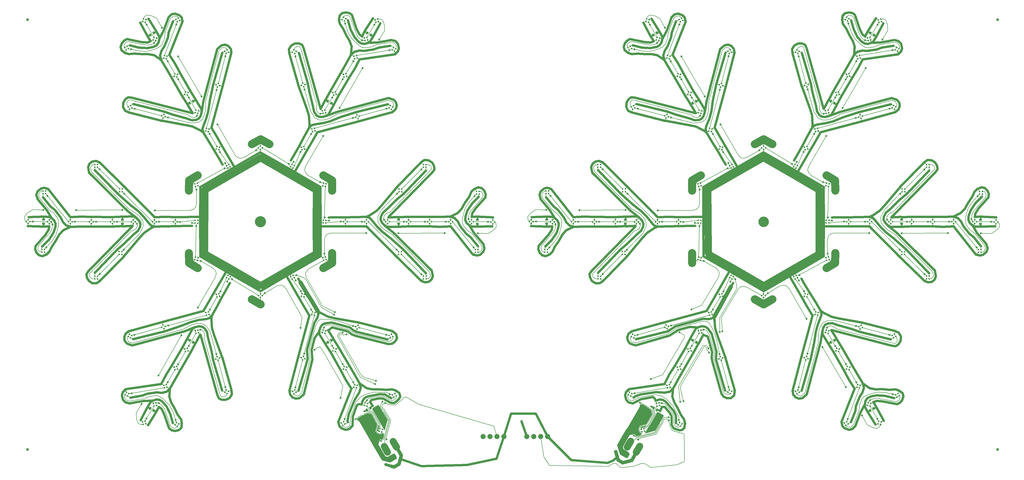
<source format=gbr>
G04 EAGLE Gerber RS-274X export*
G75*
%MOMM*%
%FSLAX34Y34*%
%LPD*%
%INBottom Copper*%
%IPPOS*%
%AMOC8*
5,1,8,0,0,1.08239X$1,22.5*%
G01*
%ADD10C,1.750000*%
%ADD11C,1.990000*%
%ADD12R,0.550000X0.550000*%
%ADD13R,0.700000X1.000000*%
%ADD14C,1.000000*%
%ADD15R,0.550000X0.550000*%
%ADD16R,1.000000X0.700000*%
%ADD17C,2.500000*%
%ADD18C,1.879600*%
%ADD19C,0.152400*%
%ADD20C,0.706400*%
%ADD21C,0.609600*%
%ADD22C,1.500000*%
%ADD23C,0.812800*%
%ADD24C,3.000000*%
%ADD25C,2.600000*%
%ADD26C,2.540000*%
%ADD27C,1.270000*%
%ADD28C,0.756400*%
%ADD29C,1.000000*%

G36*
X2289302Y126630D02*
X2289302Y126630D01*
X2289326Y126629D01*
X2289357Y126638D01*
X2289427Y126649D01*
X2303698Y130472D01*
X2303781Y130510D01*
X2303867Y130540D01*
X2303892Y130560D01*
X2303922Y130574D01*
X2303989Y130636D01*
X2304060Y130692D01*
X2304085Y130725D01*
X2304102Y130741D01*
X2304117Y130769D01*
X2304160Y130827D01*
X2308045Y137556D01*
X2308070Y137623D01*
X2308104Y137686D01*
X2308113Y137737D01*
X2308132Y137786D01*
X2308134Y137858D01*
X2308147Y137928D01*
X2308139Y137980D01*
X2308141Y138032D01*
X2308121Y138101D01*
X2308110Y138171D01*
X2308086Y138218D01*
X2308071Y138268D01*
X2308030Y138326D01*
X2307997Y138390D01*
X2307960Y138426D01*
X2307930Y138469D01*
X2307872Y138511D01*
X2307820Y138561D01*
X2307773Y138584D01*
X2307732Y138615D01*
X2307663Y138637D01*
X2307599Y138667D01*
X2307547Y138674D01*
X2307497Y138690D01*
X2307426Y138689D01*
X2307354Y138697D01*
X2307283Y138686D01*
X2307251Y138686D01*
X2307229Y138678D01*
X2307189Y138672D01*
X2306781Y138563D01*
X2305687Y139194D01*
X2305601Y139517D01*
X2305593Y139535D01*
X2305590Y139555D01*
X2305542Y139646D01*
X2305500Y139741D01*
X2305486Y139755D01*
X2305477Y139773D01*
X2305403Y139845D01*
X2305332Y139921D01*
X2305315Y139931D01*
X2305301Y139944D01*
X2305207Y139989D01*
X2305116Y140038D01*
X2305097Y140042D01*
X2305079Y140050D01*
X2304976Y140063D01*
X2304874Y140081D01*
X2304854Y140078D01*
X2304835Y140080D01*
X2304669Y140055D01*
X2304134Y139912D01*
X2300755Y141863D01*
X2298841Y142968D01*
X2298269Y145102D01*
X2295606Y155043D01*
X2295628Y155082D01*
X2296710Y156956D01*
X2301530Y165304D01*
X2301553Y165344D01*
X2301556Y165344D01*
X2303687Y165915D01*
X2323260Y171160D01*
X2323331Y171192D01*
X2323406Y171216D01*
X2323443Y171242D01*
X2323484Y171261D01*
X2323541Y171314D01*
X2323604Y171360D01*
X2323642Y171408D01*
X2323664Y171429D01*
X2323677Y171452D01*
X2323709Y171492D01*
X2346284Y207629D01*
X2346321Y207716D01*
X2346363Y207800D01*
X2346368Y207829D01*
X2346379Y207856D01*
X2346386Y207950D01*
X2346400Y208043D01*
X2346395Y208080D01*
X2346397Y208101D01*
X2346389Y208133D01*
X2346379Y208209D01*
X2343046Y222138D01*
X2343019Y222203D01*
X2343002Y222270D01*
X2342972Y222315D01*
X2342951Y222365D01*
X2342905Y222417D01*
X2342867Y222476D01*
X2342810Y222525D01*
X2342789Y222550D01*
X2342769Y222561D01*
X2342741Y222586D01*
X2316374Y240928D01*
X2316373Y240928D01*
X2316373Y240929D01*
X2316225Y241009D01*
X2304801Y245638D01*
X2304690Y245663D01*
X2304579Y245691D01*
X2304570Y245690D01*
X2304561Y245692D01*
X2304447Y245681D01*
X2304334Y245672D01*
X2304325Y245668D01*
X2304316Y245667D01*
X2304212Y245620D01*
X2304108Y245576D01*
X2304099Y245569D01*
X2304092Y245566D01*
X2304075Y245549D01*
X2303977Y245471D01*
X2303060Y244554D01*
X2303029Y244549D01*
X2302969Y244517D01*
X2302906Y244495D01*
X2302861Y244460D01*
X2302812Y244434D01*
X2302765Y244385D01*
X2302712Y244343D01*
X2302665Y244279D01*
X2302642Y244256D01*
X2302634Y244237D01*
X2302613Y244208D01*
X2300068Y239800D01*
X2300036Y239715D01*
X2299996Y239633D01*
X2299992Y239601D01*
X2299981Y239570D01*
X2299977Y239479D01*
X2299966Y239389D01*
X2299973Y239348D01*
X2299972Y239324D01*
X2299981Y239293D01*
X2299992Y239223D01*
X2300292Y238100D01*
X2300293Y238099D01*
X2300834Y236086D01*
X2299799Y234295D01*
X2299799Y234294D01*
X2298619Y232246D01*
X2298604Y232226D01*
X2249767Y147684D01*
X2249760Y147665D01*
X2249748Y147649D01*
X2249716Y147550D01*
X2249680Y147454D01*
X2249679Y147434D01*
X2249673Y147414D01*
X2249674Y147311D01*
X2249671Y147208D01*
X2249676Y147189D01*
X2249677Y147169D01*
X2249711Y147071D01*
X2249740Y146972D01*
X2249752Y146956D01*
X2249759Y146937D01*
X2249822Y146855D01*
X2249882Y146771D01*
X2249898Y146759D01*
X2249910Y146743D01*
X2250045Y146644D01*
X2273868Y132889D01*
X2273909Y132874D01*
X2273946Y132850D01*
X2274024Y132831D01*
X2274098Y132802D01*
X2274142Y132801D01*
X2274185Y132790D01*
X2274264Y132796D01*
X2274344Y132793D01*
X2274386Y132806D01*
X2274430Y132809D01*
X2274503Y132840D01*
X2274580Y132863D01*
X2274616Y132888D01*
X2274656Y132905D01*
X2274770Y132997D01*
X2274781Y133004D01*
X2274783Y133007D01*
X2274787Y133010D01*
X2276715Y134938D01*
X2280904Y134938D01*
X2283866Y131976D01*
X2283866Y130042D01*
X2283877Y129975D01*
X2283878Y129907D01*
X2283897Y129854D01*
X2283906Y129799D01*
X2283937Y129739D01*
X2283960Y129675D01*
X2283995Y129631D01*
X2284021Y129581D01*
X2284070Y129535D01*
X2284111Y129482D01*
X2284175Y129435D01*
X2284199Y129412D01*
X2284218Y129403D01*
X2284247Y129382D01*
X2288850Y126725D01*
X2288935Y126692D01*
X2289017Y126653D01*
X2289050Y126649D01*
X2289080Y126638D01*
X2289171Y126634D01*
X2289262Y126623D01*
X2289302Y126630D01*
G37*
G36*
X1324833Y94109D02*
X1324833Y94109D01*
X1324937Y94118D01*
X1324955Y94126D01*
X1324974Y94129D01*
X1325128Y94196D01*
X1347724Y107242D01*
X1347777Y107285D01*
X1347835Y107319D01*
X1347871Y107362D01*
X1347915Y107398D01*
X1347951Y107455D01*
X1347995Y107506D01*
X1348016Y107559D01*
X1348046Y107606D01*
X1348061Y107672D01*
X1348087Y107735D01*
X1348095Y107813D01*
X1348103Y107845D01*
X1348101Y107866D01*
X1348105Y107901D01*
X1348105Y112320D01*
X1351067Y115282D01*
X1355256Y115282D01*
X1355608Y114930D01*
X1355644Y114905D01*
X1355674Y114872D01*
X1355744Y114833D01*
X1355808Y114787D01*
X1355850Y114774D01*
X1355888Y114753D01*
X1355967Y114738D01*
X1356043Y114714D01*
X1356087Y114716D01*
X1356130Y114708D01*
X1356209Y114719D01*
X1356289Y114721D01*
X1356330Y114736D01*
X1356374Y114742D01*
X1356507Y114800D01*
X1356520Y114805D01*
X1356523Y114807D01*
X1356527Y114809D01*
X1360916Y117343D01*
X1360986Y117400D01*
X1361061Y117452D01*
X1361081Y117478D01*
X1361106Y117499D01*
X1361154Y117576D01*
X1361209Y117649D01*
X1361224Y117687D01*
X1361237Y117707D01*
X1361244Y117738D01*
X1361270Y117805D01*
X1365094Y132075D01*
X1365103Y132166D01*
X1365120Y132256D01*
X1365115Y132288D01*
X1365118Y132320D01*
X1365098Y132409D01*
X1365085Y132499D01*
X1365069Y132537D01*
X1365063Y132560D01*
X1365047Y132587D01*
X1365018Y132653D01*
X1361133Y139382D01*
X1361088Y139437D01*
X1361050Y139498D01*
X1361010Y139532D01*
X1360977Y139572D01*
X1360916Y139610D01*
X1360861Y139656D01*
X1360813Y139675D01*
X1360769Y139703D01*
X1360699Y139720D01*
X1360632Y139746D01*
X1360580Y139748D01*
X1360530Y139760D01*
X1360458Y139754D01*
X1360387Y139757D01*
X1360336Y139743D01*
X1360285Y139739D01*
X1360219Y139710D01*
X1360150Y139690D01*
X1360107Y139661D01*
X1360059Y139640D01*
X1360006Y139592D01*
X1359947Y139551D01*
X1359916Y139509D01*
X1359877Y139474D01*
X1359842Y139412D01*
X1359799Y139355D01*
X1359773Y139288D01*
X1359758Y139260D01*
X1359753Y139237D01*
X1359738Y139198D01*
X1359629Y138791D01*
X1358535Y138159D01*
X1358213Y138246D01*
X1358193Y138248D01*
X1358175Y138255D01*
X1358071Y138260D01*
X1357968Y138270D01*
X1357949Y138266D01*
X1357929Y138267D01*
X1357829Y138238D01*
X1357729Y138215D01*
X1357712Y138205D01*
X1357692Y138200D01*
X1357607Y138141D01*
X1357519Y138087D01*
X1357506Y138072D01*
X1357490Y138060D01*
X1357427Y137978D01*
X1357361Y137898D01*
X1357354Y137880D01*
X1357342Y137864D01*
X1357281Y137708D01*
X1357137Y137173D01*
X1352085Y134256D01*
X1351844Y134117D01*
X1341904Y136781D01*
X1339769Y137353D01*
X1333822Y147653D01*
X1334394Y149788D01*
X1339639Y169360D01*
X1339646Y169438D01*
X1339663Y169514D01*
X1339658Y169560D01*
X1339663Y169605D01*
X1339646Y169681D01*
X1339637Y169759D01*
X1339615Y169816D01*
X1339608Y169845D01*
X1339594Y169868D01*
X1339575Y169915D01*
X1319568Y207535D01*
X1319511Y207610D01*
X1319459Y207689D01*
X1319436Y207707D01*
X1319419Y207730D01*
X1319341Y207783D01*
X1319267Y207842D01*
X1319233Y207856D01*
X1319215Y207868D01*
X1319183Y207877D01*
X1319112Y207907D01*
X1305383Y211985D01*
X1305314Y211994D01*
X1305247Y212012D01*
X1305193Y212009D01*
X1305139Y212016D01*
X1305071Y212003D01*
X1305001Y211999D01*
X1304930Y211974D01*
X1304898Y211968D01*
X1304879Y211957D01*
X1304843Y211944D01*
X1275775Y198281D01*
X1275774Y198281D01*
X1275773Y198281D01*
X1275630Y198193D01*
X1265888Y190597D01*
X1265878Y190586D01*
X1265865Y190579D01*
X1265795Y190496D01*
X1265721Y190417D01*
X1265715Y190403D01*
X1265705Y190392D01*
X1265665Y190291D01*
X1265620Y190192D01*
X1265619Y190177D01*
X1265613Y190163D01*
X1265595Y189997D01*
X1265595Y189002D01*
X1265613Y188889D01*
X1265629Y188775D01*
X1265633Y188765D01*
X1265635Y188759D01*
X1265645Y188739D01*
X1265697Y188621D01*
X1267988Y184652D01*
X1268001Y184637D01*
X1268009Y184618D01*
X1268079Y184542D01*
X1268144Y184462D01*
X1268161Y184451D01*
X1268174Y184436D01*
X1268265Y184386D01*
X1268352Y184331D01*
X1268372Y184327D01*
X1268389Y184317D01*
X1268491Y184298D01*
X1268591Y184274D01*
X1268611Y184276D01*
X1268631Y184272D01*
X1268727Y184286D01*
X1270829Y183721D01*
X1270830Y183721D01*
X1272830Y183185D01*
X1273867Y181388D01*
X1273867Y181387D01*
X1324088Y94474D01*
X1324101Y94459D01*
X1324109Y94441D01*
X1324178Y94364D01*
X1324244Y94284D01*
X1324261Y94273D01*
X1324274Y94259D01*
X1324365Y94208D01*
X1324452Y94153D01*
X1324472Y94149D01*
X1324489Y94139D01*
X1324591Y94120D01*
X1324692Y94096D01*
X1324711Y94098D01*
X1324731Y94094D01*
X1324833Y94109D01*
G37*
G36*
X1366600Y148760D02*
X1366600Y148760D01*
X1366672Y148756D01*
X1366722Y148771D01*
X1366774Y148775D01*
X1366839Y148804D01*
X1366908Y148824D01*
X1366951Y148853D01*
X1366999Y148874D01*
X1367052Y148922D01*
X1367111Y148963D01*
X1367143Y149004D01*
X1367181Y149039D01*
X1367216Y149102D01*
X1367259Y149159D01*
X1367285Y149226D01*
X1367301Y149254D01*
X1367305Y149277D01*
X1367320Y149316D01*
X1377175Y186094D01*
X1377184Y186185D01*
X1377201Y186275D01*
X1377196Y186307D01*
X1377199Y186339D01*
X1377179Y186428D01*
X1377166Y186518D01*
X1377150Y186556D01*
X1377144Y186579D01*
X1377128Y186606D01*
X1377099Y186672D01*
X1348399Y236381D01*
X1348398Y236383D01*
X1348397Y236384D01*
X1348318Y236481D01*
X1348298Y236505D01*
X1348292Y236525D01*
X1348290Y236530D01*
X1348289Y236535D01*
X1348277Y236563D01*
X1348274Y236575D01*
X1348264Y236591D01*
X1348222Y236689D01*
X1345349Y241665D01*
X1345336Y241680D01*
X1345328Y241698D01*
X1345258Y241775D01*
X1345193Y241855D01*
X1345176Y241866D01*
X1345163Y241880D01*
X1345072Y241931D01*
X1344985Y241986D01*
X1344965Y241990D01*
X1344948Y242000D01*
X1344846Y242019D01*
X1344746Y242043D01*
X1344726Y242041D01*
X1344706Y242045D01*
X1344604Y242031D01*
X1344501Y242021D01*
X1344482Y242013D01*
X1344463Y242011D01*
X1344309Y241943D01*
X1322871Y229566D01*
X1322837Y229538D01*
X1322798Y229518D01*
X1322742Y229461D01*
X1322680Y229410D01*
X1322657Y229373D01*
X1322626Y229342D01*
X1322592Y229269D01*
X1322550Y229202D01*
X1322539Y229159D01*
X1322520Y229120D01*
X1322511Y229040D01*
X1322492Y228963D01*
X1322496Y228919D01*
X1322491Y228875D01*
X1322513Y228731D01*
X1322514Y228718D01*
X1322515Y228715D01*
X1322516Y228710D01*
X1322713Y227973D01*
X1322713Y227304D01*
X1322540Y226658D01*
X1322206Y226079D01*
X1322172Y226044D01*
X1322146Y226009D01*
X1322113Y225979D01*
X1322075Y225910D01*
X1322028Y225845D01*
X1322015Y225803D01*
X1321994Y225764D01*
X1321979Y225686D01*
X1321956Y225610D01*
X1321957Y225566D01*
X1321949Y225523D01*
X1321960Y225444D01*
X1321962Y225364D01*
X1321977Y225323D01*
X1321983Y225279D01*
X1322042Y225146D01*
X1322046Y225133D01*
X1322049Y225130D01*
X1322051Y225125D01*
X1325330Y219446D01*
X1325383Y219381D01*
X1325428Y219312D01*
X1325460Y219287D01*
X1325485Y219256D01*
X1325556Y219211D01*
X1325622Y219160D01*
X1325670Y219140D01*
X1325694Y219125D01*
X1325722Y219118D01*
X1325777Y219096D01*
X1326236Y218962D01*
X1326241Y218962D01*
X1326247Y218959D01*
X1327157Y218709D01*
X1327613Y217881D01*
X1327616Y217878D01*
X1327618Y217872D01*
X1352493Y174153D01*
X1352500Y174144D01*
X1352587Y174022D01*
X1353002Y173557D01*
X1352999Y173509D01*
X1353000Y173498D01*
X1352998Y173487D01*
X1353013Y173377D01*
X1353025Y173264D01*
X1353030Y173254D01*
X1353031Y173244D01*
X1353097Y173090D01*
X1353121Y173047D01*
X1352956Y172447D01*
X1352955Y172435D01*
X1352930Y172288D01*
X1352910Y171924D01*
X1352911Y171911D01*
X1352909Y171898D01*
X1352924Y171789D01*
X1352936Y171679D01*
X1352942Y171667D01*
X1352943Y171654D01*
X1353011Y171501D01*
X1361133Y157432D01*
X1361191Y157362D01*
X1361243Y157286D01*
X1361269Y157267D01*
X1361289Y157242D01*
X1361366Y157193D01*
X1361439Y157138D01*
X1361478Y157123D01*
X1361497Y157111D01*
X1361529Y157103D01*
X1361596Y157077D01*
X1363183Y156652D01*
X1363762Y156318D01*
X1364235Y155845D01*
X1364570Y155265D01*
X1364743Y154619D01*
X1364743Y153950D01*
X1364318Y152363D01*
X1364308Y152272D01*
X1364292Y152182D01*
X1364296Y152150D01*
X1364293Y152118D01*
X1364313Y152029D01*
X1364326Y151939D01*
X1364343Y151901D01*
X1364348Y151878D01*
X1364365Y151851D01*
X1364394Y151785D01*
X1365925Y149132D01*
X1365971Y149077D01*
X1366008Y149015D01*
X1366048Y148982D01*
X1366081Y148942D01*
X1366142Y148904D01*
X1366197Y148857D01*
X1366245Y148839D01*
X1366290Y148811D01*
X1366359Y148794D01*
X1366426Y148768D01*
X1366478Y148766D01*
X1366529Y148753D01*
X1366600Y148760D01*
G37*
G36*
X2319646Y137150D02*
X2319646Y137150D01*
X2319678Y137151D01*
X2319701Y137158D01*
X2319741Y137165D01*
X2356520Y147020D01*
X2356603Y147057D01*
X2356689Y147087D01*
X2356715Y147107D01*
X2356744Y147121D01*
X2356811Y147183D01*
X2356883Y147239D01*
X2356907Y147272D01*
X2356924Y147288D01*
X2356940Y147316D01*
X2356982Y147374D01*
X2385682Y197083D01*
X2385683Y197085D01*
X2385684Y197087D01*
X2385726Y197199D01*
X2385738Y197233D01*
X2385753Y197248D01*
X2385756Y197253D01*
X2385760Y197256D01*
X2385860Y197391D01*
X2388732Y202367D01*
X2388739Y202385D01*
X2388751Y202401D01*
X2388783Y202500D01*
X2388819Y202597D01*
X2388820Y202617D01*
X2388826Y202636D01*
X2388825Y202739D01*
X2388828Y202843D01*
X2388823Y202862D01*
X2388822Y202882D01*
X2388788Y202979D01*
X2388759Y203079D01*
X2388747Y203095D01*
X2388740Y203114D01*
X2388677Y203195D01*
X2388617Y203280D01*
X2388601Y203292D01*
X2388589Y203307D01*
X2388454Y203407D01*
X2367015Y215784D01*
X2366974Y215800D01*
X2366938Y215823D01*
X2366860Y215843D01*
X2366785Y215871D01*
X2366741Y215873D01*
X2366699Y215883D01*
X2366620Y215877D01*
X2366540Y215880D01*
X2366497Y215868D01*
X2366454Y215864D01*
X2366380Y215833D01*
X2366304Y215810D01*
X2366268Y215785D01*
X2366227Y215768D01*
X2366113Y215677D01*
X2366102Y215669D01*
X2366100Y215666D01*
X2366096Y215663D01*
X2365557Y215124D01*
X2364978Y214789D01*
X2364332Y214616D01*
X2363663Y214616D01*
X2363616Y214629D01*
X2363573Y214633D01*
X2363531Y214646D01*
X2363451Y214645D01*
X2363371Y214653D01*
X2363329Y214643D01*
X2363285Y214643D01*
X2363210Y214616D01*
X2363132Y214598D01*
X2363094Y214575D01*
X2363053Y214561D01*
X2362990Y214512D01*
X2362922Y214470D01*
X2362894Y214436D01*
X2362859Y214409D01*
X2362773Y214292D01*
X2362764Y214281D01*
X2362763Y214278D01*
X2362760Y214274D01*
X2359481Y208595D01*
X2359451Y208516D01*
X2359414Y208442D01*
X2359408Y208402D01*
X2359394Y208365D01*
X2359391Y208281D01*
X2359379Y208198D01*
X2359386Y208146D01*
X2359385Y208119D01*
X2359393Y208090D01*
X2359401Y208032D01*
X2359515Y207568D01*
X2359517Y207564D01*
X2359518Y207558D01*
X2359757Y206643D01*
X2359268Y205835D01*
X2359266Y205831D01*
X2359263Y205826D01*
X2333837Y162424D01*
X2333833Y162413D01*
X2333771Y162277D01*
X2333576Y161686D01*
X2333533Y161664D01*
X2333524Y161657D01*
X2333514Y161654D01*
X2333425Y161585D01*
X2333334Y161519D01*
X2333328Y161510D01*
X2333319Y161503D01*
X2333219Y161369D01*
X2333194Y161327D01*
X2332592Y161169D01*
X2332581Y161165D01*
X2332441Y161112D01*
X2332116Y160948D01*
X2332105Y160941D01*
X2332093Y160936D01*
X2332006Y160868D01*
X2331917Y160803D01*
X2331909Y160793D01*
X2331899Y160785D01*
X2331800Y160649D01*
X2323677Y146581D01*
X2323645Y146495D01*
X2323605Y146413D01*
X2323602Y146381D01*
X2323590Y146351D01*
X2323587Y146259D01*
X2323576Y146169D01*
X2323582Y146128D01*
X2323581Y146105D01*
X2323590Y146074D01*
X2323601Y146003D01*
X2324026Y144416D01*
X2324026Y143747D01*
X2323853Y143101D01*
X2323519Y142521D01*
X2323046Y142048D01*
X2322466Y141714D01*
X2320879Y141288D01*
X2320796Y141251D01*
X2320710Y141220D01*
X2320684Y141200D01*
X2320655Y141187D01*
X2320588Y141125D01*
X2320516Y141069D01*
X2320492Y141036D01*
X2320475Y141020D01*
X2320459Y140992D01*
X2320417Y140934D01*
X2318885Y138281D01*
X2318860Y138214D01*
X2318825Y138151D01*
X2318816Y138099D01*
X2318798Y138050D01*
X2318795Y137979D01*
X2318783Y137908D01*
X2318791Y137857D01*
X2318789Y137805D01*
X2318809Y137736D01*
X2318820Y137665D01*
X2318844Y137619D01*
X2318859Y137569D01*
X2318900Y137510D01*
X2318933Y137446D01*
X2318970Y137410D01*
X2319000Y137368D01*
X2319058Y137325D01*
X2319109Y137275D01*
X2319156Y137253D01*
X2319198Y137222D01*
X2319267Y137200D01*
X2319331Y137169D01*
X2319383Y137163D01*
X2319433Y137147D01*
X2319504Y137148D01*
X2319575Y137139D01*
X2319646Y137150D01*
G37*
G36*
X1346515Y144434D02*
X1346515Y144434D01*
X1346535Y144433D01*
X1346635Y144461D01*
X1346736Y144484D01*
X1346753Y144495D01*
X1346772Y144500D01*
X1346857Y144559D01*
X1346945Y144613D01*
X1346958Y144628D01*
X1346975Y144639D01*
X1347037Y144722D01*
X1347103Y144801D01*
X1347110Y144820D01*
X1347122Y144836D01*
X1347183Y144992D01*
X1347501Y146176D01*
X1347503Y146196D01*
X1347510Y146215D01*
X1347515Y146318D01*
X1347525Y146421D01*
X1347521Y146440D01*
X1347522Y146460D01*
X1347493Y146560D01*
X1347470Y146661D01*
X1347460Y146678D01*
X1347454Y146697D01*
X1347396Y146782D01*
X1347342Y146871D01*
X1347327Y146883D01*
X1347315Y146900D01*
X1347233Y146962D01*
X1347153Y147028D01*
X1347135Y147036D01*
X1347119Y147048D01*
X1346962Y147109D01*
X1342444Y148319D01*
X1342887Y149971D01*
X1343221Y150551D01*
X1343694Y151024D01*
X1344274Y151358D01*
X1344285Y151361D01*
X1344392Y151409D01*
X1344502Y151458D01*
X1344505Y151461D01*
X1344509Y151462D01*
X1344596Y151543D01*
X1344684Y151623D01*
X1344686Y151627D01*
X1344689Y151630D01*
X1344746Y151734D01*
X1344804Y151838D01*
X1344805Y151842D01*
X1344807Y151846D01*
X1344827Y151963D01*
X1344849Y152080D01*
X1344848Y152084D01*
X1344849Y152088D01*
X1344831Y152207D01*
X1344814Y152323D01*
X1344812Y152328D01*
X1344812Y152331D01*
X1344806Y152343D01*
X1344747Y152477D01*
X1344654Y152639D01*
X1346404Y159172D01*
X1347297Y159687D01*
X1347328Y159712D01*
X1347335Y159716D01*
X1347338Y159719D01*
X1347374Y159738D01*
X1347428Y159794D01*
X1347488Y159843D01*
X1347512Y159882D01*
X1347544Y159916D01*
X1347577Y159986D01*
X1347618Y160051D01*
X1347629Y160096D01*
X1347649Y160138D01*
X1347671Y160272D01*
X1347676Y160291D01*
X1347675Y160296D01*
X1347677Y160304D01*
X1347786Y162251D01*
X1347785Y162264D01*
X1347787Y162277D01*
X1347772Y162385D01*
X1347760Y162495D01*
X1347754Y162507D01*
X1347753Y162520D01*
X1347685Y162674D01*
X1345118Y167120D01*
X1345073Y167175D01*
X1345035Y167236D01*
X1344995Y167270D01*
X1344963Y167310D01*
X1344902Y167348D01*
X1344847Y167394D01*
X1344798Y167413D01*
X1344754Y167441D01*
X1344685Y167458D01*
X1344618Y167484D01*
X1344566Y167486D01*
X1344515Y167498D01*
X1344444Y167492D01*
X1344372Y167495D01*
X1344322Y167481D01*
X1344270Y167477D01*
X1344204Y167448D01*
X1344135Y167428D01*
X1344092Y167399D01*
X1344045Y167378D01*
X1343992Y167330D01*
X1343933Y167289D01*
X1343901Y167247D01*
X1343863Y167212D01*
X1343828Y167150D01*
X1343785Y167093D01*
X1343759Y167026D01*
X1343743Y166998D01*
X1343739Y166975D01*
X1343724Y166936D01*
X1338812Y148604D01*
X1338803Y148513D01*
X1338786Y148424D01*
X1338790Y148392D01*
X1338787Y148359D01*
X1338808Y148271D01*
X1338820Y148180D01*
X1338837Y148142D01*
X1338842Y148120D01*
X1338859Y148092D01*
X1338888Y148027D01*
X1340344Y145503D01*
X1340390Y145448D01*
X1340427Y145387D01*
X1340467Y145353D01*
X1340500Y145313D01*
X1340561Y145275D01*
X1340616Y145229D01*
X1340664Y145210D01*
X1340709Y145182D01*
X1340778Y145166D01*
X1340845Y145140D01*
X1340897Y145137D01*
X1340948Y145125D01*
X1341019Y145131D01*
X1341091Y145128D01*
X1341141Y145142D01*
X1341193Y145147D01*
X1341258Y145175D01*
X1341327Y145195D01*
X1341370Y145225D01*
X1341418Y145245D01*
X1341471Y145294D01*
X1341530Y145334D01*
X1341561Y145376D01*
X1341600Y145411D01*
X1341635Y145474D01*
X1341678Y145531D01*
X1341704Y145598D01*
X1341720Y145626D01*
X1341724Y145649D01*
X1341730Y145665D01*
X1346251Y144454D01*
X1346271Y144452D01*
X1346289Y144444D01*
X1346393Y144440D01*
X1346496Y144429D01*
X1346515Y144434D01*
G37*
G36*
X2305743Y152419D02*
X2305743Y152419D01*
X2305763Y152416D01*
X2305929Y152442D01*
X2307113Y152759D01*
X2307131Y152767D01*
X2307151Y152770D01*
X2307243Y152818D01*
X2307337Y152860D01*
X2307352Y152874D01*
X2307369Y152883D01*
X2307441Y152957D01*
X2307517Y153028D01*
X2307527Y153045D01*
X2307541Y153059D01*
X2307585Y153153D01*
X2307635Y153244D01*
X2307638Y153263D01*
X2307647Y153281D01*
X2307659Y153384D01*
X2307677Y153486D01*
X2307674Y153506D01*
X2307677Y153526D01*
X2307651Y153691D01*
X2306441Y158209D01*
X2308093Y158652D01*
X2308762Y158652D01*
X2309408Y158479D01*
X2309987Y158145D01*
X2309995Y158136D01*
X2310091Y158068D01*
X2310187Y157997D01*
X2310192Y157995D01*
X2310195Y157993D01*
X2310307Y157958D01*
X2310422Y157922D01*
X2310426Y157922D01*
X2310430Y157921D01*
X2310548Y157924D01*
X2310668Y157925D01*
X2310672Y157927D01*
X2310676Y157927D01*
X2310788Y157968D01*
X2310900Y158007D01*
X2310903Y158010D01*
X2310907Y158011D01*
X2311000Y158086D01*
X2311093Y158159D01*
X2311096Y158163D01*
X2311099Y158165D01*
X2311106Y158177D01*
X2311193Y158294D01*
X2311286Y158456D01*
X2317819Y160206D01*
X2318712Y159691D01*
X2318755Y159674D01*
X2318795Y159650D01*
X2318870Y159631D01*
X2318942Y159604D01*
X2318989Y159602D01*
X2319033Y159591D01*
X2319111Y159598D01*
X2319188Y159595D01*
X2319232Y159608D01*
X2319279Y159612D01*
X2319405Y159659D01*
X2319424Y159664D01*
X2319428Y159668D01*
X2319436Y159670D01*
X2321176Y160549D01*
X2321187Y160557D01*
X2321199Y160561D01*
X2321286Y160629D01*
X2321375Y160694D01*
X2321383Y160705D01*
X2321393Y160713D01*
X2321492Y160848D01*
X2324059Y165294D01*
X2324085Y165361D01*
X2324119Y165424D01*
X2324128Y165475D01*
X2324146Y165524D01*
X2324149Y165596D01*
X2324161Y165666D01*
X2324153Y165718D01*
X2324155Y165770D01*
X2324135Y165839D01*
X2324124Y165909D01*
X2324100Y165956D01*
X2324086Y166006D01*
X2324044Y166065D01*
X2324012Y166128D01*
X2323974Y166164D01*
X2323944Y166207D01*
X2323886Y166249D01*
X2323835Y166299D01*
X2323788Y166322D01*
X2323746Y166353D01*
X2323678Y166375D01*
X2323613Y166405D01*
X2323561Y166412D01*
X2323512Y166428D01*
X2323440Y166427D01*
X2323369Y166435D01*
X2323298Y166424D01*
X2323266Y166424D01*
X2323244Y166416D01*
X2323203Y166410D01*
X2304871Y161498D01*
X2304788Y161460D01*
X2304702Y161430D01*
X2304676Y161410D01*
X2304647Y161397D01*
X2304580Y161335D01*
X2304508Y161278D01*
X2304484Y161245D01*
X2304467Y161229D01*
X2304451Y161201D01*
X2304409Y161143D01*
X2302952Y158620D01*
X2302927Y158553D01*
X2302892Y158490D01*
X2302884Y158439D01*
X2302865Y158390D01*
X2302862Y158318D01*
X2302850Y158248D01*
X2302858Y158196D01*
X2302856Y158144D01*
X2302876Y158075D01*
X2302887Y158005D01*
X2302911Y157958D01*
X2302926Y157908D01*
X2302967Y157850D01*
X2303000Y157786D01*
X2303037Y157750D01*
X2303067Y157707D01*
X2303125Y157665D01*
X2303176Y157615D01*
X2303223Y157592D01*
X2303265Y157561D01*
X2303334Y157540D01*
X2303398Y157509D01*
X2303450Y157502D01*
X2303500Y157486D01*
X2303571Y157488D01*
X2303643Y157479D01*
X2303713Y157490D01*
X2303746Y157490D01*
X2303768Y157498D01*
X2303785Y157501D01*
X2304996Y152980D01*
X2305005Y152962D01*
X2305008Y152942D01*
X2305055Y152850D01*
X2305098Y152756D01*
X2305111Y152741D01*
X2305120Y152723D01*
X2305195Y152651D01*
X2305265Y152576D01*
X2305282Y152566D01*
X2305297Y152552D01*
X2305390Y152508D01*
X2305481Y152458D01*
X2305501Y152455D01*
X2305519Y152446D01*
X2305621Y152434D01*
X2305723Y152416D01*
X2305743Y152419D01*
G37*
D10*
X2743566Y912891D02*
X2743569Y913136D01*
X2743578Y913382D01*
X2743593Y913627D01*
X2743614Y913871D01*
X2743641Y914115D01*
X2743674Y914358D01*
X2743713Y914601D01*
X2743758Y914842D01*
X2743809Y915082D01*
X2743866Y915321D01*
X2743928Y915558D01*
X2743997Y915794D01*
X2744071Y916028D01*
X2744151Y916260D01*
X2744236Y916490D01*
X2744327Y916718D01*
X2744424Y916943D01*
X2744526Y917167D01*
X2744634Y917387D01*
X2744747Y917605D01*
X2744865Y917820D01*
X2744989Y918032D01*
X2745117Y918241D01*
X2745251Y918447D01*
X2745390Y918649D01*
X2745534Y918848D01*
X2745683Y919043D01*
X2745836Y919235D01*
X2745994Y919423D01*
X2746156Y919607D01*
X2746324Y919786D01*
X2746495Y919962D01*
X2746671Y920133D01*
X2746850Y920301D01*
X2747034Y920463D01*
X2747222Y920621D01*
X2747414Y920774D01*
X2747609Y920923D01*
X2747808Y921067D01*
X2748010Y921206D01*
X2748216Y921340D01*
X2748425Y921468D01*
X2748637Y921592D01*
X2748852Y921710D01*
X2749070Y921823D01*
X2749290Y921931D01*
X2749514Y922033D01*
X2749739Y922130D01*
X2749967Y922221D01*
X2750197Y922306D01*
X2750429Y922386D01*
X2750663Y922460D01*
X2750899Y922529D01*
X2751136Y922591D01*
X2751375Y922648D01*
X2751615Y922699D01*
X2751856Y922744D01*
X2752099Y922783D01*
X2752342Y922816D01*
X2752586Y922843D01*
X2752830Y922864D01*
X2753075Y922879D01*
X2753321Y922888D01*
X2753566Y922891D01*
X2753811Y922888D01*
X2754057Y922879D01*
X2754302Y922864D01*
X2754546Y922843D01*
X2754790Y922816D01*
X2755033Y922783D01*
X2755276Y922744D01*
X2755517Y922699D01*
X2755757Y922648D01*
X2755996Y922591D01*
X2756233Y922529D01*
X2756469Y922460D01*
X2756703Y922386D01*
X2756935Y922306D01*
X2757165Y922221D01*
X2757393Y922130D01*
X2757618Y922033D01*
X2757842Y921931D01*
X2758062Y921823D01*
X2758280Y921710D01*
X2758495Y921592D01*
X2758707Y921468D01*
X2758916Y921340D01*
X2759122Y921206D01*
X2759324Y921067D01*
X2759523Y920923D01*
X2759718Y920774D01*
X2759910Y920621D01*
X2760098Y920463D01*
X2760282Y920301D01*
X2760461Y920133D01*
X2760637Y919962D01*
X2760808Y919786D01*
X2760976Y919607D01*
X2761138Y919423D01*
X2761296Y919235D01*
X2761449Y919043D01*
X2761598Y918848D01*
X2761742Y918649D01*
X2761881Y918447D01*
X2762015Y918241D01*
X2762143Y918032D01*
X2762267Y917820D01*
X2762385Y917605D01*
X2762498Y917387D01*
X2762606Y917167D01*
X2762708Y916943D01*
X2762805Y916718D01*
X2762896Y916490D01*
X2762981Y916260D01*
X2763061Y916028D01*
X2763135Y915794D01*
X2763204Y915558D01*
X2763266Y915321D01*
X2763323Y915082D01*
X2763374Y914842D01*
X2763419Y914601D01*
X2763458Y914358D01*
X2763491Y914115D01*
X2763518Y913871D01*
X2763539Y913627D01*
X2763554Y913382D01*
X2763563Y913136D01*
X2763566Y912891D01*
X2763563Y912646D01*
X2763554Y912400D01*
X2763539Y912155D01*
X2763518Y911911D01*
X2763491Y911667D01*
X2763458Y911424D01*
X2763419Y911181D01*
X2763374Y910940D01*
X2763323Y910700D01*
X2763266Y910461D01*
X2763204Y910224D01*
X2763135Y909988D01*
X2763061Y909754D01*
X2762981Y909522D01*
X2762896Y909292D01*
X2762805Y909064D01*
X2762708Y908839D01*
X2762606Y908615D01*
X2762498Y908395D01*
X2762385Y908177D01*
X2762267Y907962D01*
X2762143Y907750D01*
X2762015Y907541D01*
X2761881Y907335D01*
X2761742Y907133D01*
X2761598Y906934D01*
X2761449Y906739D01*
X2761296Y906547D01*
X2761138Y906359D01*
X2760976Y906175D01*
X2760808Y905996D01*
X2760637Y905820D01*
X2760461Y905649D01*
X2760282Y905481D01*
X2760098Y905319D01*
X2759910Y905161D01*
X2759718Y905008D01*
X2759523Y904859D01*
X2759324Y904715D01*
X2759122Y904576D01*
X2758916Y904442D01*
X2758707Y904314D01*
X2758495Y904190D01*
X2758280Y904072D01*
X2758062Y903959D01*
X2757842Y903851D01*
X2757618Y903749D01*
X2757393Y903652D01*
X2757165Y903561D01*
X2756935Y903476D01*
X2756703Y903396D01*
X2756469Y903322D01*
X2756233Y903253D01*
X2755996Y903191D01*
X2755757Y903134D01*
X2755517Y903083D01*
X2755276Y903038D01*
X2755033Y902999D01*
X2754790Y902966D01*
X2754546Y902939D01*
X2754302Y902918D01*
X2754057Y902903D01*
X2753811Y902894D01*
X2753566Y902891D01*
X2753321Y902894D01*
X2753075Y902903D01*
X2752830Y902918D01*
X2752586Y902939D01*
X2752342Y902966D01*
X2752099Y902999D01*
X2751856Y903038D01*
X2751615Y903083D01*
X2751375Y903134D01*
X2751136Y903191D01*
X2750899Y903253D01*
X2750663Y903322D01*
X2750429Y903396D01*
X2750197Y903476D01*
X2749967Y903561D01*
X2749739Y903652D01*
X2749514Y903749D01*
X2749290Y903851D01*
X2749070Y903959D01*
X2748852Y904072D01*
X2748637Y904190D01*
X2748425Y904314D01*
X2748216Y904442D01*
X2748010Y904576D01*
X2747808Y904715D01*
X2747609Y904859D01*
X2747414Y905008D01*
X2747222Y905161D01*
X2747034Y905319D01*
X2746850Y905481D01*
X2746671Y905649D01*
X2746495Y905820D01*
X2746324Y905996D01*
X2746156Y906175D01*
X2745994Y906359D01*
X2745836Y906547D01*
X2745683Y906739D01*
X2745534Y906934D01*
X2745390Y907133D01*
X2745251Y907335D01*
X2745117Y907541D01*
X2744989Y907750D01*
X2744865Y907962D01*
X2744747Y908177D01*
X2744634Y908395D01*
X2744526Y908615D01*
X2744424Y908839D01*
X2744327Y909064D01*
X2744236Y909292D01*
X2744151Y909522D01*
X2744071Y909754D01*
X2743997Y909988D01*
X2743928Y910224D01*
X2743866Y910461D01*
X2743809Y910700D01*
X2743758Y910940D01*
X2743713Y911181D01*
X2743674Y911424D01*
X2743641Y911667D01*
X2743614Y911911D01*
X2743593Y912155D01*
X2743578Y912400D01*
X2743569Y912646D01*
X2743566Y912891D01*
D11*
X902434Y912882D02*
X902437Y913127D01*
X902446Y913373D01*
X902461Y913618D01*
X902482Y913862D01*
X902509Y914106D01*
X902542Y914349D01*
X902581Y914592D01*
X902626Y914833D01*
X902677Y915073D01*
X902734Y915312D01*
X902796Y915549D01*
X902865Y915785D01*
X902939Y916019D01*
X903019Y916251D01*
X903104Y916481D01*
X903195Y916709D01*
X903292Y916934D01*
X903394Y917158D01*
X903502Y917378D01*
X903615Y917596D01*
X903733Y917811D01*
X903857Y918023D01*
X903985Y918232D01*
X904119Y918438D01*
X904258Y918640D01*
X904402Y918839D01*
X904551Y919034D01*
X904704Y919226D01*
X904862Y919414D01*
X905024Y919598D01*
X905192Y919777D01*
X905363Y919953D01*
X905539Y920124D01*
X905718Y920292D01*
X905902Y920454D01*
X906090Y920612D01*
X906282Y920765D01*
X906477Y920914D01*
X906676Y921058D01*
X906878Y921197D01*
X907084Y921331D01*
X907293Y921459D01*
X907505Y921583D01*
X907720Y921701D01*
X907938Y921814D01*
X908158Y921922D01*
X908382Y922024D01*
X908607Y922121D01*
X908835Y922212D01*
X909065Y922297D01*
X909297Y922377D01*
X909531Y922451D01*
X909767Y922520D01*
X910004Y922582D01*
X910243Y922639D01*
X910483Y922690D01*
X910724Y922735D01*
X910967Y922774D01*
X911210Y922807D01*
X911454Y922834D01*
X911698Y922855D01*
X911943Y922870D01*
X912189Y922879D01*
X912434Y922882D01*
X912679Y922879D01*
X912925Y922870D01*
X913170Y922855D01*
X913414Y922834D01*
X913658Y922807D01*
X913901Y922774D01*
X914144Y922735D01*
X914385Y922690D01*
X914625Y922639D01*
X914864Y922582D01*
X915101Y922520D01*
X915337Y922451D01*
X915571Y922377D01*
X915803Y922297D01*
X916033Y922212D01*
X916261Y922121D01*
X916486Y922024D01*
X916710Y921922D01*
X916930Y921814D01*
X917148Y921701D01*
X917363Y921583D01*
X917575Y921459D01*
X917784Y921331D01*
X917990Y921197D01*
X918192Y921058D01*
X918391Y920914D01*
X918586Y920765D01*
X918778Y920612D01*
X918966Y920454D01*
X919150Y920292D01*
X919329Y920124D01*
X919505Y919953D01*
X919676Y919777D01*
X919844Y919598D01*
X920006Y919414D01*
X920164Y919226D01*
X920317Y919034D01*
X920466Y918839D01*
X920610Y918640D01*
X920749Y918438D01*
X920883Y918232D01*
X921011Y918023D01*
X921135Y917811D01*
X921253Y917596D01*
X921366Y917378D01*
X921474Y917158D01*
X921576Y916934D01*
X921673Y916709D01*
X921764Y916481D01*
X921849Y916251D01*
X921929Y916019D01*
X922003Y915785D01*
X922072Y915549D01*
X922134Y915312D01*
X922191Y915073D01*
X922242Y914833D01*
X922287Y914592D01*
X922326Y914349D01*
X922359Y914106D01*
X922386Y913862D01*
X922407Y913618D01*
X922422Y913373D01*
X922431Y913127D01*
X922434Y912882D01*
X922431Y912637D01*
X922422Y912391D01*
X922407Y912146D01*
X922386Y911902D01*
X922359Y911658D01*
X922326Y911415D01*
X922287Y911172D01*
X922242Y910931D01*
X922191Y910691D01*
X922134Y910452D01*
X922072Y910215D01*
X922003Y909979D01*
X921929Y909745D01*
X921849Y909513D01*
X921764Y909283D01*
X921673Y909055D01*
X921576Y908830D01*
X921474Y908606D01*
X921366Y908386D01*
X921253Y908168D01*
X921135Y907953D01*
X921011Y907741D01*
X920883Y907532D01*
X920749Y907326D01*
X920610Y907124D01*
X920466Y906925D01*
X920317Y906730D01*
X920164Y906538D01*
X920006Y906350D01*
X919844Y906166D01*
X919676Y905987D01*
X919505Y905811D01*
X919329Y905640D01*
X919150Y905472D01*
X918966Y905310D01*
X918778Y905152D01*
X918586Y904999D01*
X918391Y904850D01*
X918192Y904706D01*
X917990Y904567D01*
X917784Y904433D01*
X917575Y904305D01*
X917363Y904181D01*
X917148Y904063D01*
X916930Y903950D01*
X916710Y903842D01*
X916486Y903740D01*
X916261Y903643D01*
X916033Y903552D01*
X915803Y903467D01*
X915571Y903387D01*
X915337Y903313D01*
X915101Y903244D01*
X914864Y903182D01*
X914625Y903125D01*
X914385Y903074D01*
X914144Y903029D01*
X913901Y902990D01*
X913658Y902957D01*
X913414Y902930D01*
X913170Y902909D01*
X912925Y902894D01*
X912679Y902885D01*
X912434Y902882D01*
X912189Y902885D01*
X911943Y902894D01*
X911698Y902909D01*
X911454Y902930D01*
X911210Y902957D01*
X910967Y902990D01*
X910724Y903029D01*
X910483Y903074D01*
X910243Y903125D01*
X910004Y903182D01*
X909767Y903244D01*
X909531Y903313D01*
X909297Y903387D01*
X909065Y903467D01*
X908835Y903552D01*
X908607Y903643D01*
X908382Y903740D01*
X908158Y903842D01*
X907938Y903950D01*
X907720Y904063D01*
X907505Y904181D01*
X907293Y904305D01*
X907084Y904433D01*
X906878Y904567D01*
X906676Y904706D01*
X906477Y904850D01*
X906282Y904999D01*
X906090Y905152D01*
X905902Y905310D01*
X905718Y905472D01*
X905539Y905640D01*
X905363Y905811D01*
X905192Y905987D01*
X905024Y906166D01*
X904862Y906350D01*
X904704Y906538D01*
X904551Y906730D01*
X904402Y906925D01*
X904258Y907124D01*
X904119Y907326D01*
X903985Y907532D01*
X903857Y907741D01*
X903733Y907953D01*
X903615Y908168D01*
X903502Y908386D01*
X903394Y908606D01*
X903292Y908830D01*
X903195Y909055D01*
X903104Y909283D01*
X903019Y909513D01*
X902939Y909745D01*
X902865Y909979D01*
X902796Y910215D01*
X902734Y910452D01*
X902677Y910691D01*
X902626Y910931D01*
X902581Y911172D01*
X902542Y911415D01*
X902509Y911658D01*
X902482Y911902D01*
X902461Y912146D01*
X902446Y912391D01*
X902437Y912637D01*
X902434Y912882D01*
D12*
G36*
X2626224Y707138D02*
X2628974Y711900D01*
X2633736Y709150D01*
X2630986Y704388D01*
X2626224Y707138D01*
G37*
G36*
X2634451Y702388D02*
X2637201Y707150D01*
X2641963Y704400D01*
X2639213Y699638D01*
X2634451Y702388D01*
G37*
G36*
X2639201Y710615D02*
X2641951Y715377D01*
X2646713Y712627D01*
X2643963Y707865D01*
X2639201Y710615D01*
G37*
G36*
X2630974Y715365D02*
X2633724Y720127D01*
X2638486Y717377D01*
X2635736Y712615D01*
X2630974Y715365D01*
G37*
G36*
X2592691Y634137D02*
X2591267Y639449D01*
X2596579Y640873D01*
X2598003Y635561D01*
X2592691Y634137D01*
G37*
G36*
X2601868Y636595D02*
X2600444Y641907D01*
X2605756Y643331D01*
X2607180Y638019D01*
X2601868Y636595D01*
G37*
G36*
X2599409Y645772D02*
X2597985Y651084D01*
X2603297Y652508D01*
X2604721Y647196D01*
X2599409Y645772D01*
G37*
G36*
X2590233Y643313D02*
X2588809Y648625D01*
X2594121Y650049D01*
X2595545Y644737D01*
X2590233Y643313D01*
G37*
G36*
X2554267Y567490D02*
X2552843Y572802D01*
X2558155Y574226D01*
X2559579Y568914D01*
X2554267Y567490D01*
G37*
G36*
X2563443Y569948D02*
X2562019Y575260D01*
X2567331Y576684D01*
X2568755Y571372D01*
X2563443Y569948D01*
G37*
G36*
X2560985Y579125D02*
X2559561Y584437D01*
X2564873Y585861D01*
X2566297Y580549D01*
X2560985Y579125D01*
G37*
G36*
X2551808Y576666D02*
X2550384Y581978D01*
X2555696Y583402D01*
X2557120Y578090D01*
X2551808Y576666D01*
G37*
G36*
X2388334Y525281D02*
X2391084Y530043D01*
X2395846Y527293D01*
X2393096Y522531D01*
X2388334Y525281D01*
G37*
G36*
X2396562Y520531D02*
X2399312Y525293D01*
X2404074Y522543D01*
X2401324Y517781D01*
X2396562Y520531D01*
G37*
G36*
X2401312Y528759D02*
X2404062Y533521D01*
X2408824Y530771D01*
X2406074Y526009D01*
X2401312Y528759D01*
G37*
G36*
X2393084Y533509D02*
X2395834Y538271D01*
X2400596Y535521D01*
X2397846Y530759D01*
X2393084Y533509D01*
G37*
G36*
X2265876Y491491D02*
X2268626Y496253D01*
X2273388Y493503D01*
X2270638Y488741D01*
X2265876Y491491D01*
G37*
G36*
X2274104Y486741D02*
X2276854Y491503D01*
X2281616Y488753D01*
X2278866Y483991D01*
X2274104Y486741D01*
G37*
G36*
X2278854Y494968D02*
X2281604Y499730D01*
X2286366Y496980D01*
X2283616Y492218D01*
X2278854Y494968D01*
G37*
G36*
X2270626Y499718D02*
X2273376Y504480D01*
X2278138Y501730D01*
X2275388Y496968D01*
X2270626Y499718D01*
G37*
G36*
X2599478Y401982D02*
X2594716Y404732D01*
X2597466Y409494D01*
X2602228Y406744D01*
X2599478Y401982D01*
G37*
G36*
X2604228Y410209D02*
X2599466Y412959D01*
X2602216Y417721D01*
X2606978Y414971D01*
X2604228Y410209D01*
G37*
G36*
X2596001Y414959D02*
X2591239Y417709D01*
X2593989Y422471D01*
X2598751Y419721D01*
X2596001Y414959D01*
G37*
G36*
X2591251Y406732D02*
X2586489Y409482D01*
X2589239Y414244D01*
X2594001Y411494D01*
X2591251Y406732D01*
G37*
D13*
G36*
X2494356Y484628D02*
X2500418Y481128D01*
X2495418Y472468D01*
X2489356Y475968D01*
X2494356Y484628D01*
G37*
G36*
X2506481Y477628D02*
X2512543Y474128D01*
X2507543Y465468D01*
X2501481Y468968D01*
X2506481Y477628D01*
G37*
D12*
G36*
X2632701Y279959D02*
X2627939Y282709D01*
X2630689Y287471D01*
X2635451Y284721D01*
X2632701Y279959D01*
G37*
G36*
X2637451Y288186D02*
X2632689Y290936D01*
X2635439Y295698D01*
X2640201Y292948D01*
X2637451Y288186D01*
G37*
G36*
X2629224Y292936D02*
X2624462Y295686D01*
X2627212Y300448D01*
X2631974Y297698D01*
X2629224Y292936D01*
G37*
G36*
X2624474Y284709D02*
X2619712Y287459D01*
X2622462Y292221D01*
X2627224Y289471D01*
X2624474Y284709D01*
G37*
G36*
X2515805Y500909D02*
X2514381Y506221D01*
X2519693Y507645D01*
X2521117Y502333D01*
X2515805Y500909D01*
G37*
G36*
X2524981Y503367D02*
X2523557Y508679D01*
X2528869Y510103D01*
X2530293Y504791D01*
X2524981Y503367D01*
G37*
G36*
X2522522Y512544D02*
X2521098Y517856D01*
X2526410Y519280D01*
X2527834Y513968D01*
X2522522Y512544D01*
G37*
G36*
X2513346Y510085D02*
X2511922Y515397D01*
X2517234Y516821D01*
X2518658Y511509D01*
X2513346Y510085D01*
G37*
G36*
X2477244Y434298D02*
X2475820Y439610D01*
X2481132Y441034D01*
X2482556Y435722D01*
X2477244Y434298D01*
G37*
G36*
X2486420Y436757D02*
X2484996Y442069D01*
X2490308Y443493D01*
X2491732Y438181D01*
X2486420Y436757D01*
G37*
G36*
X2483961Y445933D02*
X2482537Y451245D01*
X2487849Y452669D01*
X2489273Y447357D01*
X2483961Y445933D01*
G37*
G36*
X2474785Y443474D02*
X2473361Y448786D01*
X2478673Y450210D01*
X2480097Y444898D01*
X2474785Y443474D01*
G37*
G36*
X2438869Y367564D02*
X2437445Y372876D01*
X2442757Y374300D01*
X2444181Y368988D01*
X2438869Y367564D01*
G37*
G36*
X2448046Y370023D02*
X2446622Y375335D01*
X2451934Y376759D01*
X2453358Y371447D01*
X2448046Y370023D01*
G37*
G36*
X2445587Y379200D02*
X2444163Y384512D01*
X2449475Y385936D01*
X2450899Y380624D01*
X2445587Y379200D01*
G37*
G36*
X2436410Y376741D02*
X2434986Y382053D01*
X2440298Y383477D01*
X2441722Y378165D01*
X2436410Y376741D01*
G37*
G36*
X2400345Y301091D02*
X2398921Y306403D01*
X2404233Y307827D01*
X2405657Y302515D01*
X2400345Y301091D01*
G37*
G36*
X2409521Y303549D02*
X2408097Y308861D01*
X2413409Y310285D01*
X2414833Y304973D01*
X2409521Y303549D01*
G37*
G36*
X2407062Y312726D02*
X2405638Y318038D01*
X2410950Y319462D01*
X2412374Y314150D01*
X2407062Y312726D01*
G37*
G36*
X2397886Y310267D02*
X2396462Y315579D01*
X2401774Y317003D01*
X2403198Y311691D01*
X2397886Y310267D01*
G37*
G36*
X2254563Y278712D02*
X2257313Y283474D01*
X2262075Y280724D01*
X2259325Y275962D01*
X2254563Y278712D01*
G37*
G36*
X2262790Y273962D02*
X2265540Y278724D01*
X2270302Y275974D01*
X2267552Y271212D01*
X2262790Y273962D01*
G37*
G36*
X2267540Y282190D02*
X2270290Y286952D01*
X2275052Y284202D01*
X2272302Y279440D01*
X2267540Y282190D01*
G37*
G36*
X2259313Y286940D02*
X2262063Y291702D01*
X2266825Y288952D01*
X2264075Y284190D01*
X2259313Y286940D01*
G37*
G36*
X2450689Y160492D02*
X2445927Y163242D01*
X2448677Y168004D01*
X2453439Y165254D01*
X2450689Y160492D01*
G37*
G36*
X2455439Y168720D02*
X2450677Y171470D01*
X2453427Y176232D01*
X2458189Y173482D01*
X2455439Y168720D01*
G37*
G36*
X2447212Y173470D02*
X2442450Y176220D01*
X2445200Y180982D01*
X2449962Y178232D01*
X2447212Y173470D01*
G37*
G36*
X2442462Y165242D02*
X2437700Y167992D01*
X2440450Y172754D01*
X2445212Y170004D01*
X2442462Y165242D01*
G37*
G36*
X2362013Y234483D02*
X2360589Y239795D01*
X2365901Y241219D01*
X2367325Y235907D01*
X2362013Y234483D01*
G37*
G36*
X2371189Y236942D02*
X2369765Y242254D01*
X2375077Y243678D01*
X2376501Y238366D01*
X2371189Y236942D01*
G37*
G36*
X2368731Y246118D02*
X2367307Y251430D01*
X2372619Y252854D01*
X2374043Y247542D01*
X2368731Y246118D01*
G37*
G36*
X2359554Y243660D02*
X2358130Y248972D01*
X2363442Y250396D01*
X2364866Y245084D01*
X2359554Y243660D01*
G37*
D13*
G36*
X2350811Y236317D02*
X2356873Y232817D01*
X2351873Y224157D01*
X2345811Y227657D01*
X2350811Y236317D01*
G37*
G36*
X2362935Y229317D02*
X2368997Y225817D01*
X2363997Y217157D01*
X2357935Y220657D01*
X2362935Y229317D01*
G37*
D12*
G36*
X2513922Y786766D02*
X2519234Y785342D01*
X2517810Y780030D01*
X2512498Y781454D01*
X2513922Y786766D01*
G37*
G36*
X2511464Y777590D02*
X2516776Y776166D01*
X2515352Y770854D01*
X2510040Y772278D01*
X2511464Y777590D01*
G37*
G36*
X2520640Y775131D02*
X2525952Y773707D01*
X2524528Y768395D01*
X2519216Y769819D01*
X2520640Y775131D01*
G37*
G36*
X2523099Y784308D02*
X2528411Y782884D01*
X2526987Y777572D01*
X2521675Y778996D01*
X2523099Y784308D01*
G37*
D14*
X3610000Y78888D03*
X60000Y78888D03*
X60000Y1652646D03*
X3610000Y1652646D03*
D15*
X2514457Y917546D03*
X2514457Y908046D03*
X2523957Y908046D03*
X2523957Y917546D03*
D12*
G36*
X2431721Y912836D02*
X2435610Y916725D01*
X2439499Y912836D01*
X2435610Y908947D01*
X2431721Y912836D01*
G37*
G36*
X2438438Y906118D02*
X2442327Y910007D01*
X2446216Y906118D01*
X2442327Y902229D01*
X2438438Y906118D01*
G37*
G36*
X2445156Y912836D02*
X2449045Y916725D01*
X2452934Y912836D01*
X2449045Y908947D01*
X2445156Y912836D01*
G37*
G36*
X2438438Y919553D02*
X2442327Y923442D01*
X2446216Y919553D01*
X2442327Y915664D01*
X2438438Y919553D01*
G37*
G36*
X2354790Y912788D02*
X2358679Y916677D01*
X2362568Y912788D01*
X2358679Y908899D01*
X2354790Y912788D01*
G37*
G36*
X2361508Y906071D02*
X2365397Y909960D01*
X2369286Y906071D01*
X2365397Y902182D01*
X2361508Y906071D01*
G37*
G36*
X2368225Y912788D02*
X2372114Y916677D01*
X2376003Y912788D01*
X2372114Y908899D01*
X2368225Y912788D01*
G37*
G36*
X2361508Y919506D02*
X2365397Y923395D01*
X2369286Y919506D01*
X2365397Y915617D01*
X2361508Y919506D01*
G37*
D15*
X2238020Y1032636D03*
X2238020Y1023136D03*
X2247520Y1023136D03*
X2247520Y1032636D03*
X2147528Y1121793D03*
X2147528Y1112293D03*
X2157028Y1112293D03*
X2157028Y1121793D03*
X2236812Y793630D03*
X2246312Y793630D03*
X2246312Y803130D03*
X2236812Y803130D03*
D16*
X2248075Y919742D03*
X2248075Y905742D03*
D15*
X2147748Y703846D03*
X2157248Y703846D03*
X2157248Y713346D03*
X2147748Y713346D03*
D12*
G36*
X2277898Y912808D02*
X2281787Y916697D01*
X2285676Y912808D01*
X2281787Y908919D01*
X2277898Y912808D01*
G37*
G36*
X2284616Y906090D02*
X2288505Y909979D01*
X2292394Y906090D01*
X2288505Y902201D01*
X2284616Y906090D01*
G37*
G36*
X2291333Y912808D02*
X2295222Y916697D01*
X2299111Y912808D01*
X2295222Y908919D01*
X2291333Y912808D01*
G37*
G36*
X2284616Y919525D02*
X2288505Y923414D01*
X2292394Y919525D01*
X2288505Y915636D01*
X2284616Y919525D01*
G37*
G36*
X2200931Y912897D02*
X2204820Y916786D01*
X2208709Y912897D01*
X2204820Y909008D01*
X2200931Y912897D01*
G37*
G36*
X2207649Y906180D02*
X2211538Y910069D01*
X2215427Y906180D01*
X2211538Y902291D01*
X2207649Y906180D01*
G37*
G36*
X2214366Y912897D02*
X2218255Y916786D01*
X2222144Y912897D01*
X2218255Y909008D01*
X2214366Y912897D01*
G37*
G36*
X2207649Y919615D02*
X2211538Y923504D01*
X2215427Y919615D01*
X2211538Y915726D01*
X2207649Y919615D01*
G37*
G36*
X2123951Y912763D02*
X2127840Y916652D01*
X2131729Y912763D01*
X2127840Y908874D01*
X2123951Y912763D01*
G37*
G36*
X2130669Y906046D02*
X2134558Y909935D01*
X2138447Y906046D01*
X2134558Y902157D01*
X2130669Y906046D01*
G37*
G36*
X2137386Y912763D02*
X2141275Y916652D01*
X2145164Y912763D01*
X2141275Y908874D01*
X2137386Y912763D01*
G37*
G36*
X2130669Y919481D02*
X2134558Y923370D01*
X2138447Y919481D01*
X2134558Y915592D01*
X2130669Y919481D01*
G37*
G36*
X2047121Y912889D02*
X2051010Y916778D01*
X2054899Y912889D01*
X2051010Y909000D01*
X2047121Y912889D01*
G37*
G36*
X2053838Y906172D02*
X2057727Y910061D01*
X2061616Y906172D01*
X2057727Y902283D01*
X2053838Y906172D01*
G37*
G36*
X2060556Y912889D02*
X2064445Y916778D01*
X2068334Y912889D01*
X2064445Y909000D01*
X2060556Y912889D01*
G37*
G36*
X2053838Y919607D02*
X2057727Y923496D01*
X2061616Y919607D01*
X2057727Y915718D01*
X2053838Y919607D01*
G37*
D15*
X1957599Y1025201D03*
X1957599Y1015701D03*
X1967099Y1015701D03*
X1967099Y1025201D03*
X1953281Y801740D03*
X1962781Y801740D03*
X1962781Y811240D03*
X1953281Y811240D03*
D12*
G36*
X1970271Y912782D02*
X1974160Y916671D01*
X1978049Y912782D01*
X1974160Y908893D01*
X1970271Y912782D01*
G37*
G36*
X1976989Y906065D02*
X1980878Y909954D01*
X1984767Y906065D01*
X1980878Y902176D01*
X1976989Y906065D01*
G37*
G36*
X1983706Y912782D02*
X1987595Y916671D01*
X1991484Y912782D01*
X1987595Y908893D01*
X1983706Y912782D01*
G37*
G36*
X1976989Y919500D02*
X1980878Y923389D01*
X1984767Y919500D01*
X1980878Y915611D01*
X1976989Y919500D01*
G37*
D16*
X1959669Y920253D03*
X1959669Y906253D03*
D12*
G36*
X1892688Y913516D02*
X1896577Y917405D01*
X1900466Y913516D01*
X1896577Y909627D01*
X1892688Y913516D01*
G37*
G36*
X1899405Y906798D02*
X1903294Y910687D01*
X1907183Y906798D01*
X1903294Y902909D01*
X1899405Y906798D01*
G37*
G36*
X1906123Y913516D02*
X1910012Y917405D01*
X1913901Y913516D01*
X1910012Y909627D01*
X1906123Y913516D01*
G37*
G36*
X1899405Y920233D02*
X1903294Y924122D01*
X1907183Y920233D01*
X1903294Y916344D01*
X1899405Y920233D01*
G37*
G36*
X2524517Y1057366D02*
X2525941Y1052054D01*
X2520629Y1050630D01*
X2519205Y1055942D01*
X2524517Y1057366D01*
G37*
G36*
X2515340Y1054908D02*
X2516764Y1049596D01*
X2511452Y1048172D01*
X2510028Y1053484D01*
X2515340Y1054908D01*
G37*
G36*
X2517799Y1045731D02*
X2519223Y1040419D01*
X2513911Y1038995D01*
X2512487Y1044307D01*
X2517799Y1045731D01*
G37*
G36*
X2526976Y1048190D02*
X2528400Y1042878D01*
X2523088Y1041454D01*
X2521664Y1046766D01*
X2526976Y1048190D01*
G37*
G36*
X2639049Y1126049D02*
X2641799Y1121287D01*
X2637037Y1118537D01*
X2634287Y1123299D01*
X2639049Y1126049D01*
G37*
G36*
X2630822Y1121299D02*
X2633572Y1116537D01*
X2628810Y1113787D01*
X2626060Y1118549D01*
X2630822Y1121299D01*
G37*
G36*
X2635572Y1113071D02*
X2638322Y1108309D01*
X2633560Y1105559D01*
X2630810Y1110321D01*
X2635572Y1113071D01*
G37*
G36*
X2643799Y1117821D02*
X2646549Y1113059D01*
X2641787Y1110309D01*
X2639037Y1115071D01*
X2643799Y1117821D01*
G37*
G36*
X2592596Y1191589D02*
X2597908Y1190165D01*
X2596484Y1184853D01*
X2591172Y1186277D01*
X2592596Y1191589D01*
G37*
G36*
X2590137Y1182413D02*
X2595449Y1180989D01*
X2594025Y1175677D01*
X2588713Y1177101D01*
X2590137Y1182413D01*
G37*
G36*
X2599314Y1179954D02*
X2604626Y1178530D01*
X2603202Y1173218D01*
X2597890Y1174642D01*
X2599314Y1179954D01*
G37*
G36*
X2601772Y1189131D02*
X2607084Y1187707D01*
X2605660Y1182395D01*
X2600348Y1183819D01*
X2601772Y1189131D01*
G37*
G36*
X2554090Y1258189D02*
X2559402Y1256765D01*
X2557978Y1251453D01*
X2552666Y1252877D01*
X2554090Y1258189D01*
G37*
G36*
X2551631Y1249013D02*
X2556943Y1247589D01*
X2555519Y1242277D01*
X2550207Y1243701D01*
X2551631Y1249013D01*
G37*
G36*
X2560808Y1246554D02*
X2566120Y1245130D01*
X2564696Y1239818D01*
X2559384Y1241242D01*
X2560808Y1246554D01*
G37*
G36*
X2563267Y1255731D02*
X2568579Y1254307D01*
X2567155Y1248995D01*
X2561843Y1250419D01*
X2563267Y1255731D01*
G37*
G36*
X2600502Y1422995D02*
X2603252Y1418233D01*
X2598490Y1415483D01*
X2595740Y1420245D01*
X2600502Y1422995D01*
G37*
G36*
X2592274Y1418245D02*
X2595024Y1413483D01*
X2590262Y1410733D01*
X2587512Y1415495D01*
X2592274Y1418245D01*
G37*
G36*
X2597024Y1410018D02*
X2599774Y1405256D01*
X2595012Y1402506D01*
X2592262Y1407268D01*
X2597024Y1410018D01*
G37*
G36*
X2605252Y1414768D02*
X2608002Y1410006D01*
X2603240Y1407256D01*
X2600490Y1412018D01*
X2605252Y1414768D01*
G37*
G36*
X2632468Y1545942D02*
X2635218Y1541180D01*
X2630456Y1538430D01*
X2627706Y1543192D01*
X2632468Y1545942D01*
G37*
G36*
X2624240Y1541192D02*
X2626990Y1536430D01*
X2622228Y1533680D01*
X2619478Y1538442D01*
X2624240Y1541192D01*
G37*
G36*
X2628990Y1532965D02*
X2631740Y1528203D01*
X2626978Y1525453D01*
X2624228Y1530215D01*
X2628990Y1532965D01*
G37*
G36*
X2637218Y1537715D02*
X2639968Y1532953D01*
X2635206Y1530203D01*
X2632456Y1534965D01*
X2637218Y1537715D01*
G37*
G36*
X2388150Y1301788D02*
X2392912Y1304538D01*
X2395662Y1299776D01*
X2390900Y1297026D01*
X2388150Y1301788D01*
G37*
G36*
X2392900Y1293561D02*
X2397662Y1296311D01*
X2400412Y1291549D01*
X2395650Y1288799D01*
X2392900Y1293561D01*
G37*
G36*
X2401127Y1298311D02*
X2405889Y1301061D01*
X2408639Y1296299D01*
X2403877Y1293549D01*
X2401127Y1298311D01*
G37*
G36*
X2396377Y1306538D02*
X2401139Y1309288D01*
X2403889Y1304526D01*
X2399127Y1301776D01*
X2396377Y1306538D01*
G37*
D13*
G36*
X2512284Y1351505D02*
X2506222Y1348005D01*
X2501222Y1356665D01*
X2507284Y1360165D01*
X2512284Y1351505D01*
G37*
G36*
X2500160Y1344505D02*
X2494098Y1341005D01*
X2489098Y1349665D01*
X2495160Y1353165D01*
X2500160Y1344505D01*
G37*
D12*
G36*
X2265863Y1334028D02*
X2270625Y1336778D01*
X2273375Y1332016D01*
X2268613Y1329266D01*
X2265863Y1334028D01*
G37*
G36*
X2270613Y1325801D02*
X2275375Y1328551D01*
X2278125Y1323789D01*
X2273363Y1321039D01*
X2270613Y1325801D01*
G37*
G36*
X2278840Y1330551D02*
X2283602Y1333301D01*
X2286352Y1328539D01*
X2281590Y1325789D01*
X2278840Y1330551D01*
G37*
G36*
X2274090Y1338778D02*
X2278852Y1341528D01*
X2281602Y1336766D01*
X2276840Y1334016D01*
X2274090Y1338778D01*
G37*
G36*
X2515661Y1324789D02*
X2520973Y1323365D01*
X2519549Y1318053D01*
X2514237Y1319477D01*
X2515661Y1324789D01*
G37*
G36*
X2513202Y1315613D02*
X2518514Y1314189D01*
X2517090Y1308877D01*
X2511778Y1310301D01*
X2513202Y1315613D01*
G37*
G36*
X2522378Y1313154D02*
X2527690Y1311730D01*
X2526266Y1306418D01*
X2520954Y1307842D01*
X2522378Y1313154D01*
G37*
G36*
X2524837Y1322331D02*
X2530149Y1320907D01*
X2528725Y1315595D01*
X2523413Y1317019D01*
X2524837Y1322331D01*
G37*
G36*
X2477255Y1391489D02*
X2482567Y1390065D01*
X2481143Y1384753D01*
X2475831Y1386177D01*
X2477255Y1391489D01*
G37*
G36*
X2474796Y1382313D02*
X2480108Y1380889D01*
X2478684Y1375577D01*
X2473372Y1377001D01*
X2474796Y1382313D01*
G37*
G36*
X2483972Y1379854D02*
X2489284Y1378430D01*
X2487860Y1373118D01*
X2482548Y1374542D01*
X2483972Y1379854D01*
G37*
G36*
X2486431Y1389031D02*
X2491743Y1387607D01*
X2490319Y1382295D01*
X2485007Y1383719D01*
X2486431Y1389031D01*
G37*
G36*
X2438649Y1458089D02*
X2443961Y1456665D01*
X2442537Y1451353D01*
X2437225Y1452777D01*
X2438649Y1458089D01*
G37*
G36*
X2436190Y1448913D02*
X2441502Y1447489D01*
X2440078Y1442177D01*
X2434766Y1443601D01*
X2436190Y1448913D01*
G37*
G36*
X2445366Y1446454D02*
X2450678Y1445030D01*
X2449254Y1439718D01*
X2443942Y1441142D01*
X2445366Y1446454D01*
G37*
G36*
X2447825Y1455631D02*
X2453137Y1454207D01*
X2451713Y1448895D01*
X2446401Y1450319D01*
X2447825Y1455631D01*
G37*
G36*
X2400343Y1524689D02*
X2405655Y1523265D01*
X2404231Y1517953D01*
X2398919Y1519377D01*
X2400343Y1524689D01*
G37*
G36*
X2397884Y1515513D02*
X2403196Y1514089D01*
X2401772Y1508777D01*
X2396460Y1510201D01*
X2397884Y1515513D01*
G37*
G36*
X2407061Y1513054D02*
X2412373Y1511630D01*
X2410949Y1506318D01*
X2405637Y1507742D01*
X2407061Y1513054D01*
G37*
G36*
X2409519Y1522231D02*
X2414831Y1520807D01*
X2413407Y1515495D01*
X2408095Y1516919D01*
X2409519Y1522231D01*
G37*
G36*
X2453852Y1662129D02*
X2456602Y1657367D01*
X2451840Y1654617D01*
X2449090Y1659379D01*
X2453852Y1662129D01*
G37*
G36*
X2445625Y1657379D02*
X2448375Y1652617D01*
X2443613Y1649867D01*
X2440863Y1654629D01*
X2445625Y1657379D01*
G37*
G36*
X2450375Y1649152D02*
X2453125Y1644390D01*
X2448363Y1641640D01*
X2445613Y1646402D01*
X2450375Y1649152D01*
G37*
G36*
X2458602Y1653902D02*
X2461352Y1649140D01*
X2456590Y1646390D01*
X2453840Y1651152D01*
X2458602Y1653902D01*
G37*
G36*
X2253409Y1551388D02*
X2258171Y1554138D01*
X2260921Y1549376D01*
X2256159Y1546626D01*
X2253409Y1551388D01*
G37*
G36*
X2258159Y1543161D02*
X2262921Y1545911D01*
X2265671Y1541149D01*
X2260909Y1538399D01*
X2258159Y1543161D01*
G37*
G36*
X2266386Y1547911D02*
X2271148Y1550661D01*
X2273898Y1545899D01*
X2269136Y1543149D01*
X2266386Y1547911D01*
G37*
G36*
X2261636Y1556138D02*
X2266398Y1558888D01*
X2269148Y1554126D01*
X2264386Y1551376D01*
X2261636Y1556138D01*
G37*
G36*
X2361825Y1591189D02*
X2367137Y1589765D01*
X2365713Y1584453D01*
X2360401Y1585877D01*
X2361825Y1591189D01*
G37*
G36*
X2359366Y1582013D02*
X2364678Y1580589D01*
X2363254Y1575277D01*
X2357942Y1576701D01*
X2359366Y1582013D01*
G37*
G36*
X2368543Y1579554D02*
X2373855Y1578130D01*
X2372431Y1572818D01*
X2367119Y1574242D01*
X2368543Y1579554D01*
G37*
G36*
X2371002Y1588731D02*
X2376314Y1587307D01*
X2374890Y1581995D01*
X2369578Y1583419D01*
X2371002Y1588731D01*
G37*
D13*
G36*
X2368525Y1601526D02*
X2362463Y1598026D01*
X2357463Y1606686D01*
X2363525Y1610186D01*
X2368525Y1601526D01*
G37*
G36*
X2356400Y1594526D02*
X2350338Y1591026D01*
X2345338Y1599686D01*
X2351400Y1603186D01*
X2356400Y1594526D01*
G37*
D12*
G36*
X2323669Y1658746D02*
X2328981Y1657322D01*
X2327557Y1652010D01*
X2322245Y1653434D01*
X2323669Y1658746D01*
G37*
G36*
X2321210Y1649569D02*
X2326522Y1648145D01*
X2325098Y1642833D01*
X2319786Y1644257D01*
X2321210Y1649569D01*
G37*
G36*
X2330386Y1647111D02*
X2335698Y1645687D01*
X2334274Y1640375D01*
X2328962Y1641799D01*
X2330386Y1647111D01*
G37*
G36*
X2332845Y1656287D02*
X2338157Y1654863D01*
X2336733Y1649551D01*
X2331421Y1650975D01*
X2332845Y1656287D01*
G37*
G36*
X2764161Y1183491D02*
X2760272Y1179602D01*
X2756383Y1183491D01*
X2760272Y1187380D01*
X2764161Y1183491D01*
G37*
G36*
X2757444Y1190208D02*
X2753555Y1186319D01*
X2749666Y1190208D01*
X2753555Y1194097D01*
X2757444Y1190208D01*
G37*
G36*
X2750726Y1183491D02*
X2746837Y1179602D01*
X2742948Y1183491D01*
X2746837Y1187380D01*
X2750726Y1183491D01*
G37*
G36*
X2757444Y1176773D02*
X2753555Y1172884D01*
X2749666Y1176773D01*
X2753555Y1180662D01*
X2757444Y1176773D01*
G37*
G36*
X2880908Y1118643D02*
X2878158Y1113881D01*
X2873396Y1116631D01*
X2876146Y1121393D01*
X2880908Y1118643D01*
G37*
G36*
X2872681Y1123393D02*
X2869931Y1118631D01*
X2865169Y1121381D01*
X2867919Y1126143D01*
X2872681Y1123393D01*
G37*
G36*
X2867931Y1115166D02*
X2865181Y1110404D01*
X2860419Y1113154D01*
X2863169Y1117916D01*
X2867931Y1115166D01*
G37*
G36*
X2876158Y1110416D02*
X2873408Y1105654D01*
X2868646Y1108404D01*
X2871396Y1113166D01*
X2876158Y1110416D01*
G37*
G36*
X2914441Y1191644D02*
X2915865Y1186332D01*
X2910553Y1184908D01*
X2909129Y1190220D01*
X2914441Y1191644D01*
G37*
G36*
X2905264Y1189186D02*
X2906688Y1183874D01*
X2901376Y1182450D01*
X2899952Y1187762D01*
X2905264Y1189186D01*
G37*
G36*
X2907723Y1180009D02*
X2909147Y1174697D01*
X2903835Y1173273D01*
X2902411Y1178585D01*
X2907723Y1180009D01*
G37*
G36*
X2916899Y1182468D02*
X2918323Y1177156D01*
X2913011Y1175732D01*
X2911587Y1181044D01*
X2916899Y1182468D01*
G37*
G36*
X2952865Y1258292D02*
X2954289Y1252980D01*
X2948977Y1251556D01*
X2947553Y1256868D01*
X2952865Y1258292D01*
G37*
G36*
X2943689Y1255833D02*
X2945113Y1250521D01*
X2939801Y1249097D01*
X2938377Y1254409D01*
X2943689Y1255833D01*
G37*
G36*
X2946147Y1246656D02*
X2947571Y1241344D01*
X2942259Y1239920D01*
X2940835Y1245232D01*
X2946147Y1246656D01*
G37*
G36*
X2955324Y1249115D02*
X2956748Y1243803D01*
X2951436Y1242379D01*
X2950012Y1247691D01*
X2955324Y1249115D01*
G37*
G36*
X3118798Y1300500D02*
X3116048Y1295738D01*
X3111286Y1298488D01*
X3114036Y1303250D01*
X3118798Y1300500D01*
G37*
G36*
X3110570Y1305250D02*
X3107820Y1300488D01*
X3103058Y1303238D01*
X3105808Y1308000D01*
X3110570Y1305250D01*
G37*
G36*
X3105820Y1297023D02*
X3103070Y1292261D01*
X3098308Y1295011D01*
X3101058Y1299773D01*
X3105820Y1297023D01*
G37*
G36*
X3114048Y1292273D02*
X3111298Y1287511D01*
X3106536Y1290261D01*
X3109286Y1295023D01*
X3114048Y1292273D01*
G37*
G36*
X3241256Y1334290D02*
X3238506Y1329528D01*
X3233744Y1332278D01*
X3236494Y1337040D01*
X3241256Y1334290D01*
G37*
G36*
X3233028Y1339040D02*
X3230278Y1334278D01*
X3225516Y1337028D01*
X3228266Y1341790D01*
X3233028Y1339040D01*
G37*
G36*
X3228278Y1330813D02*
X3225528Y1326051D01*
X3220766Y1328801D01*
X3223516Y1333563D01*
X3228278Y1330813D01*
G37*
G36*
X3236506Y1326063D02*
X3233756Y1321301D01*
X3228994Y1324051D01*
X3231744Y1328813D01*
X3236506Y1326063D01*
G37*
G36*
X2907654Y1423799D02*
X2912416Y1421049D01*
X2909666Y1416287D01*
X2904904Y1419037D01*
X2907654Y1423799D01*
G37*
G36*
X2902904Y1415572D02*
X2907666Y1412822D01*
X2904916Y1408060D01*
X2900154Y1410810D01*
X2902904Y1415572D01*
G37*
G36*
X2911131Y1410822D02*
X2915893Y1408072D01*
X2913143Y1403310D01*
X2908381Y1406060D01*
X2911131Y1410822D01*
G37*
G36*
X2915881Y1419049D02*
X2920643Y1416299D01*
X2917893Y1411537D01*
X2913131Y1414287D01*
X2915881Y1419049D01*
G37*
D13*
G36*
X3012776Y1341154D02*
X3006714Y1344654D01*
X3011714Y1353314D01*
X3017776Y1349814D01*
X3012776Y1341154D01*
G37*
G36*
X3000652Y1348154D02*
X2994590Y1351654D01*
X2999590Y1360314D01*
X3005652Y1356814D01*
X3000652Y1348154D01*
G37*
D12*
G36*
X2874431Y1545822D02*
X2879193Y1543072D01*
X2876443Y1538310D01*
X2871681Y1541060D01*
X2874431Y1545822D01*
G37*
G36*
X2869681Y1537595D02*
X2874443Y1534845D01*
X2871693Y1530083D01*
X2866931Y1532833D01*
X2869681Y1537595D01*
G37*
G36*
X2877908Y1532845D02*
X2882670Y1530095D01*
X2879920Y1525333D01*
X2875158Y1528083D01*
X2877908Y1532845D01*
G37*
G36*
X2882658Y1541072D02*
X2887420Y1538322D01*
X2884670Y1533560D01*
X2879908Y1536310D01*
X2882658Y1541072D01*
G37*
G36*
X2991328Y1324872D02*
X2992752Y1319560D01*
X2987440Y1318136D01*
X2986016Y1323448D01*
X2991328Y1324872D01*
G37*
G36*
X2982151Y1322414D02*
X2983575Y1317102D01*
X2978263Y1315678D01*
X2976839Y1320990D01*
X2982151Y1322414D01*
G37*
G36*
X2984610Y1313237D02*
X2986034Y1307925D01*
X2980722Y1306501D01*
X2979298Y1311813D01*
X2984610Y1313237D01*
G37*
G36*
X2993786Y1315696D02*
X2995210Y1310384D01*
X2989898Y1308960D01*
X2988474Y1314272D01*
X2993786Y1315696D01*
G37*
G36*
X3029888Y1391483D02*
X3031312Y1386171D01*
X3026000Y1384747D01*
X3024576Y1390059D01*
X3029888Y1391483D01*
G37*
G36*
X3020712Y1389024D02*
X3022136Y1383712D01*
X3016824Y1382288D01*
X3015400Y1387600D01*
X3020712Y1389024D01*
G37*
G36*
X3023171Y1379848D02*
X3024595Y1374536D01*
X3019283Y1373112D01*
X3017859Y1378424D01*
X3023171Y1379848D01*
G37*
G36*
X3032347Y1382307D02*
X3033771Y1376995D01*
X3028459Y1375571D01*
X3027035Y1380883D01*
X3032347Y1382307D01*
G37*
G36*
X3068263Y1458217D02*
X3069687Y1452905D01*
X3064375Y1451481D01*
X3062951Y1456793D01*
X3068263Y1458217D01*
G37*
G36*
X3059086Y1455758D02*
X3060510Y1450446D01*
X3055198Y1449022D01*
X3053774Y1454334D01*
X3059086Y1455758D01*
G37*
G36*
X3061545Y1446582D02*
X3062969Y1441270D01*
X3057657Y1439846D01*
X3056233Y1445158D01*
X3061545Y1446582D01*
G37*
G36*
X3070722Y1449040D02*
X3072146Y1443728D01*
X3066834Y1442304D01*
X3065410Y1447616D01*
X3070722Y1449040D01*
G37*
G36*
X3106787Y1524691D02*
X3108211Y1519379D01*
X3102899Y1517955D01*
X3101475Y1523267D01*
X3106787Y1524691D01*
G37*
G36*
X3097611Y1522232D02*
X3099035Y1516920D01*
X3093723Y1515496D01*
X3092299Y1520808D01*
X3097611Y1522232D01*
G37*
G36*
X3100070Y1513055D02*
X3101494Y1507743D01*
X3096182Y1506319D01*
X3094758Y1511631D01*
X3100070Y1513055D01*
G37*
G36*
X3109246Y1515514D02*
X3110670Y1510202D01*
X3105358Y1508778D01*
X3103934Y1514090D01*
X3109246Y1515514D01*
G37*
G36*
X3252569Y1547069D02*
X3249819Y1542307D01*
X3245057Y1545057D01*
X3247807Y1549819D01*
X3252569Y1547069D01*
G37*
G36*
X3244342Y1551819D02*
X3241592Y1547057D01*
X3236830Y1549807D01*
X3239580Y1554569D01*
X3244342Y1551819D01*
G37*
G36*
X3239592Y1543591D02*
X3236842Y1538829D01*
X3232080Y1541579D01*
X3234830Y1546341D01*
X3239592Y1543591D01*
G37*
G36*
X3247819Y1538841D02*
X3245069Y1534079D01*
X3240307Y1536829D01*
X3243057Y1541591D01*
X3247819Y1538841D01*
G37*
G36*
X3056443Y1665289D02*
X3061205Y1662539D01*
X3058455Y1657777D01*
X3053693Y1660527D01*
X3056443Y1665289D01*
G37*
G36*
X3051693Y1657061D02*
X3056455Y1654311D01*
X3053705Y1649549D01*
X3048943Y1652299D01*
X3051693Y1657061D01*
G37*
G36*
X3059921Y1652311D02*
X3064683Y1649561D01*
X3061933Y1644799D01*
X3057171Y1647549D01*
X3059921Y1652311D01*
G37*
G36*
X3064671Y1660539D02*
X3069433Y1657789D01*
X3066683Y1653027D01*
X3061921Y1655777D01*
X3064671Y1660539D01*
G37*
G36*
X3145119Y1591298D02*
X3146543Y1585986D01*
X3141231Y1584562D01*
X3139807Y1589874D01*
X3145119Y1591298D01*
G37*
G36*
X3135943Y1588839D02*
X3137367Y1583527D01*
X3132055Y1582103D01*
X3130631Y1587415D01*
X3135943Y1588839D01*
G37*
G36*
X3138401Y1579663D02*
X3139825Y1574351D01*
X3134513Y1572927D01*
X3133089Y1578239D01*
X3138401Y1579663D01*
G37*
G36*
X3147578Y1582122D02*
X3149002Y1576810D01*
X3143690Y1575386D01*
X3142266Y1580698D01*
X3147578Y1582122D01*
G37*
D13*
G36*
X3157421Y1590664D02*
X3151359Y1594164D01*
X3156359Y1602824D01*
X3162421Y1599324D01*
X3157421Y1590664D01*
G37*
G36*
X3145297Y1597664D02*
X3139235Y1601164D01*
X3144235Y1609824D01*
X3150297Y1606324D01*
X3145297Y1597664D01*
G37*
D12*
G36*
X3184546Y1658121D02*
X3185970Y1652809D01*
X3180658Y1651385D01*
X3179234Y1656697D01*
X3184546Y1658121D01*
G37*
G36*
X3175370Y1655662D02*
X3176794Y1650350D01*
X3171482Y1648926D01*
X3170058Y1654238D01*
X3175370Y1655662D01*
G37*
G36*
X3177829Y1646486D02*
X3179253Y1641174D01*
X3173941Y1639750D01*
X3172517Y1645062D01*
X3177829Y1646486D01*
G37*
G36*
X3187005Y1648944D02*
X3188429Y1643632D01*
X3183117Y1642208D01*
X3181693Y1647520D01*
X3187005Y1648944D01*
G37*
G36*
X2993210Y1039015D02*
X2987898Y1040439D01*
X2989322Y1045751D01*
X2994634Y1044327D01*
X2993210Y1039015D01*
G37*
G36*
X2995668Y1048191D02*
X2990356Y1049615D01*
X2991780Y1054927D01*
X2997092Y1053503D01*
X2995668Y1048191D01*
G37*
G36*
X2986492Y1050650D02*
X2981180Y1052074D01*
X2982604Y1057386D01*
X2987916Y1055962D01*
X2986492Y1050650D01*
G37*
G36*
X2984033Y1041473D02*
X2978721Y1042897D01*
X2980145Y1048209D01*
X2985457Y1046785D01*
X2984033Y1041473D01*
G37*
D15*
X2992675Y908235D03*
X2992675Y917735D03*
X2983175Y917735D03*
X2983175Y908235D03*
D12*
G36*
X3075411Y912946D02*
X3071522Y909057D01*
X3067633Y912946D01*
X3071522Y916835D01*
X3075411Y912946D01*
G37*
G36*
X3068694Y919663D02*
X3064805Y915774D01*
X3060916Y919663D01*
X3064805Y923552D01*
X3068694Y919663D01*
G37*
G36*
X3061976Y912946D02*
X3058087Y909057D01*
X3054198Y912946D01*
X3058087Y916835D01*
X3061976Y912946D01*
G37*
G36*
X3068694Y906228D02*
X3064805Y902339D01*
X3060916Y906228D01*
X3064805Y910117D01*
X3068694Y906228D01*
G37*
G36*
X3152342Y912993D02*
X3148453Y909104D01*
X3144564Y912993D01*
X3148453Y916882D01*
X3152342Y912993D01*
G37*
G36*
X3145624Y919710D02*
X3141735Y915821D01*
X3137846Y919710D01*
X3141735Y923599D01*
X3145624Y919710D01*
G37*
G36*
X3138907Y912993D02*
X3135018Y909104D01*
X3131129Y912993D01*
X3135018Y916882D01*
X3138907Y912993D01*
G37*
G36*
X3145624Y906275D02*
X3141735Y902386D01*
X3137846Y906275D01*
X3141735Y910164D01*
X3145624Y906275D01*
G37*
D15*
X3269112Y793145D03*
X3269112Y802645D03*
X3259612Y802645D03*
X3259612Y793145D03*
X3359604Y703988D03*
X3359604Y713488D03*
X3350104Y713488D03*
X3350104Y703988D03*
X3270320Y1032152D03*
X3260820Y1032152D03*
X3260820Y1022652D03*
X3270320Y1022652D03*
D16*
X3259057Y906040D03*
X3259057Y920040D03*
D15*
X3359384Y1121935D03*
X3349884Y1121935D03*
X3349884Y1112435D03*
X3359384Y1112435D03*
D12*
G36*
X3229234Y912974D02*
X3225345Y909085D01*
X3221456Y912974D01*
X3225345Y916863D01*
X3229234Y912974D01*
G37*
G36*
X3222516Y919691D02*
X3218627Y915802D01*
X3214738Y919691D01*
X3218627Y923580D01*
X3222516Y919691D01*
G37*
G36*
X3215799Y912974D02*
X3211910Y909085D01*
X3208021Y912974D01*
X3211910Y916863D01*
X3215799Y912974D01*
G37*
G36*
X3222516Y906256D02*
X3218627Y902367D01*
X3214738Y906256D01*
X3218627Y910145D01*
X3222516Y906256D01*
G37*
G36*
X3306201Y912884D02*
X3302312Y908995D01*
X3298423Y912884D01*
X3302312Y916773D01*
X3306201Y912884D01*
G37*
G36*
X3299483Y919602D02*
X3295594Y915713D01*
X3291705Y919602D01*
X3295594Y923491D01*
X3299483Y919602D01*
G37*
G36*
X3292766Y912884D02*
X3288877Y908995D01*
X3284988Y912884D01*
X3288877Y916773D01*
X3292766Y912884D01*
G37*
G36*
X3299483Y906167D02*
X3295594Y902278D01*
X3291705Y906167D01*
X3295594Y910056D01*
X3299483Y906167D01*
G37*
G36*
X3383181Y913018D02*
X3379292Y909129D01*
X3375403Y913018D01*
X3379292Y916907D01*
X3383181Y913018D01*
G37*
G36*
X3376463Y919735D02*
X3372574Y915846D01*
X3368685Y919735D01*
X3372574Y923624D01*
X3376463Y919735D01*
G37*
G36*
X3369746Y913018D02*
X3365857Y909129D01*
X3361968Y913018D01*
X3365857Y916907D01*
X3369746Y913018D01*
G37*
G36*
X3376463Y906300D02*
X3372574Y902411D01*
X3368685Y906300D01*
X3372574Y910189D01*
X3376463Y906300D01*
G37*
G36*
X3460011Y912892D02*
X3456122Y909003D01*
X3452233Y912892D01*
X3456122Y916781D01*
X3460011Y912892D01*
G37*
G36*
X3453294Y919609D02*
X3449405Y915720D01*
X3445516Y919609D01*
X3449405Y923498D01*
X3453294Y919609D01*
G37*
G36*
X3446576Y912892D02*
X3442687Y909003D01*
X3438798Y912892D01*
X3442687Y916781D01*
X3446576Y912892D01*
G37*
G36*
X3453294Y906174D02*
X3449405Y902285D01*
X3445516Y906174D01*
X3449405Y910063D01*
X3453294Y906174D01*
G37*
D15*
X3549533Y800580D03*
X3549533Y810080D03*
X3540033Y810080D03*
X3540033Y800580D03*
X3553851Y1024041D03*
X3544351Y1024041D03*
X3544351Y1014541D03*
X3553851Y1014541D03*
D12*
G36*
X3536861Y912999D02*
X3532972Y909110D01*
X3529083Y912999D01*
X3532972Y916888D01*
X3536861Y912999D01*
G37*
G36*
X3530143Y919717D02*
X3526254Y915828D01*
X3522365Y919717D01*
X3526254Y923606D01*
X3530143Y919717D01*
G37*
G36*
X3523426Y912999D02*
X3519537Y909110D01*
X3515648Y912999D01*
X3519537Y916888D01*
X3523426Y912999D01*
G37*
G36*
X3530143Y906282D02*
X3526254Y902393D01*
X3522365Y906282D01*
X3526254Y910171D01*
X3530143Y906282D01*
G37*
D16*
X3547463Y905528D03*
X3547463Y919528D03*
D12*
G36*
X3614444Y912265D02*
X3610555Y908376D01*
X3606666Y912265D01*
X3610555Y916154D01*
X3614444Y912265D01*
G37*
G36*
X3607727Y918983D02*
X3603838Y915094D01*
X3599949Y918983D01*
X3603838Y922872D01*
X3607727Y918983D01*
G37*
G36*
X3601009Y912265D02*
X3597120Y908376D01*
X3593231Y912265D01*
X3597120Y916154D01*
X3601009Y912265D01*
G37*
G36*
X3607727Y905548D02*
X3603838Y901659D01*
X3599949Y905548D01*
X3603838Y909437D01*
X3607727Y905548D01*
G37*
G36*
X2982615Y768415D02*
X2981191Y773727D01*
X2986503Y775151D01*
X2987927Y769839D01*
X2982615Y768415D01*
G37*
G36*
X2991792Y770873D02*
X2990368Y776185D01*
X2995680Y777609D01*
X2997104Y772297D01*
X2991792Y770873D01*
G37*
G36*
X2989333Y780050D02*
X2987909Y785362D01*
X2993221Y786786D01*
X2994645Y781474D01*
X2989333Y780050D01*
G37*
G36*
X2980157Y777591D02*
X2978733Y782903D01*
X2984045Y784327D01*
X2985469Y779015D01*
X2980157Y777591D01*
G37*
G36*
X2868083Y699733D02*
X2865333Y704495D01*
X2870095Y707245D01*
X2872845Y702483D01*
X2868083Y699733D01*
G37*
G36*
X2876310Y704483D02*
X2873560Y709245D01*
X2878322Y711995D01*
X2881072Y707233D01*
X2876310Y704483D01*
G37*
G36*
X2871560Y712710D02*
X2868810Y717472D01*
X2873572Y720222D01*
X2876322Y715460D01*
X2871560Y712710D01*
G37*
G36*
X2863333Y707960D02*
X2860583Y712722D01*
X2865345Y715472D01*
X2868095Y710710D01*
X2863333Y707960D01*
G37*
G36*
X2914536Y634192D02*
X2909224Y635616D01*
X2910648Y640928D01*
X2915960Y639504D01*
X2914536Y634192D01*
G37*
G36*
X2916995Y643368D02*
X2911683Y644792D01*
X2913107Y650104D01*
X2918419Y648680D01*
X2916995Y643368D01*
G37*
G36*
X2907818Y645827D02*
X2902506Y647251D01*
X2903930Y652563D01*
X2909242Y651139D01*
X2907818Y645827D01*
G37*
G36*
X2905360Y636651D02*
X2900048Y638075D01*
X2901472Y643387D01*
X2906784Y641963D01*
X2905360Y636651D01*
G37*
G36*
X2953042Y567592D02*
X2947730Y569016D01*
X2949154Y574328D01*
X2954466Y572904D01*
X2953042Y567592D01*
G37*
G36*
X2955501Y576768D02*
X2950189Y578192D01*
X2951613Y583504D01*
X2956925Y582080D01*
X2955501Y576768D01*
G37*
G36*
X2946324Y579227D02*
X2941012Y580651D01*
X2942436Y585963D01*
X2947748Y584539D01*
X2946324Y579227D01*
G37*
G36*
X2943866Y570050D02*
X2938554Y571474D01*
X2939978Y576786D01*
X2945290Y575362D01*
X2943866Y570050D01*
G37*
G36*
X2906630Y402786D02*
X2903880Y407548D01*
X2908642Y410298D01*
X2911392Y405536D01*
X2906630Y402786D01*
G37*
G36*
X2914858Y407536D02*
X2912108Y412298D01*
X2916870Y415048D01*
X2919620Y410286D01*
X2914858Y407536D01*
G37*
G36*
X2910108Y415763D02*
X2907358Y420525D01*
X2912120Y423275D01*
X2914870Y418513D01*
X2910108Y415763D01*
G37*
G36*
X2901880Y411013D02*
X2899130Y415775D01*
X2903892Y418525D01*
X2906642Y413763D01*
X2901880Y411013D01*
G37*
G36*
X2874665Y279839D02*
X2871915Y284601D01*
X2876677Y287351D01*
X2879427Y282589D01*
X2874665Y279839D01*
G37*
G36*
X2882892Y284589D02*
X2880142Y289351D01*
X2884904Y292101D01*
X2887654Y287339D01*
X2882892Y284589D01*
G37*
G36*
X2878142Y292816D02*
X2875392Y297578D01*
X2880154Y300328D01*
X2882904Y295566D01*
X2878142Y292816D01*
G37*
G36*
X2869915Y288066D02*
X2867165Y292828D01*
X2871927Y295578D01*
X2874677Y290816D01*
X2869915Y288066D01*
G37*
G36*
X3118982Y523993D02*
X3114220Y521243D01*
X3111470Y526005D01*
X3116232Y528755D01*
X3118982Y523993D01*
G37*
G36*
X3114232Y532220D02*
X3109470Y529470D01*
X3106720Y534232D01*
X3111482Y536982D01*
X3114232Y532220D01*
G37*
G36*
X3106005Y527470D02*
X3101243Y524720D01*
X3098493Y529482D01*
X3103255Y532232D01*
X3106005Y527470D01*
G37*
G36*
X3110755Y519243D02*
X3105993Y516493D01*
X3103243Y521255D01*
X3108005Y524005D01*
X3110755Y519243D01*
G37*
D13*
G36*
X2994848Y474277D02*
X3000910Y477777D01*
X3005910Y469117D01*
X2999848Y465617D01*
X2994848Y474277D01*
G37*
G36*
X3006972Y481277D02*
X3013034Y484777D01*
X3018034Y476117D01*
X3011972Y472617D01*
X3006972Y481277D01*
G37*
D12*
G36*
X3241269Y491753D02*
X3236507Y489003D01*
X3233757Y493765D01*
X3238519Y496515D01*
X3241269Y491753D01*
G37*
G36*
X3236519Y499980D02*
X3231757Y497230D01*
X3229007Y501992D01*
X3233769Y504742D01*
X3236519Y499980D01*
G37*
G36*
X3228292Y495230D02*
X3223530Y492480D01*
X3220780Y497242D01*
X3225542Y499992D01*
X3228292Y495230D01*
G37*
G36*
X3233042Y487003D02*
X3228280Y484253D01*
X3225530Y489015D01*
X3230292Y491765D01*
X3233042Y487003D01*
G37*
G36*
X2991471Y500992D02*
X2986159Y502416D01*
X2987583Y507728D01*
X2992895Y506304D01*
X2991471Y500992D01*
G37*
G36*
X2993930Y510168D02*
X2988618Y511592D01*
X2990042Y516904D01*
X2995354Y515480D01*
X2993930Y510168D01*
G37*
G36*
X2984754Y512627D02*
X2979442Y514051D01*
X2980866Y519363D01*
X2986178Y517939D01*
X2984754Y512627D01*
G37*
G36*
X2982295Y503450D02*
X2976983Y504874D01*
X2978407Y510186D01*
X2983719Y508762D01*
X2982295Y503450D01*
G37*
G36*
X3029877Y434292D02*
X3024565Y435716D01*
X3025989Y441028D01*
X3031301Y439604D01*
X3029877Y434292D01*
G37*
G36*
X3032336Y443468D02*
X3027024Y444892D01*
X3028448Y450204D01*
X3033760Y448780D01*
X3032336Y443468D01*
G37*
G36*
X3023160Y445927D02*
X3017848Y447351D01*
X3019272Y452663D01*
X3024584Y451239D01*
X3023160Y445927D01*
G37*
G36*
X3020701Y436750D02*
X3015389Y438174D01*
X3016813Y443486D01*
X3022125Y442062D01*
X3020701Y436750D01*
G37*
G36*
X3068483Y367692D02*
X3063171Y369116D01*
X3064595Y374428D01*
X3069907Y373004D01*
X3068483Y367692D01*
G37*
G36*
X3070942Y376868D02*
X3065630Y378292D01*
X3067054Y383604D01*
X3072366Y382180D01*
X3070942Y376868D01*
G37*
G36*
X3061766Y379327D02*
X3056454Y380751D01*
X3057878Y386063D01*
X3063190Y384639D01*
X3061766Y379327D01*
G37*
G36*
X3059307Y370150D02*
X3053995Y371574D01*
X3055419Y376886D01*
X3060731Y375462D01*
X3059307Y370150D01*
G37*
G36*
X3106789Y301092D02*
X3101477Y302516D01*
X3102901Y307828D01*
X3108213Y306404D01*
X3106789Y301092D01*
G37*
G36*
X3109248Y310268D02*
X3103936Y311692D01*
X3105360Y317004D01*
X3110672Y315580D01*
X3109248Y310268D01*
G37*
G36*
X3100072Y312727D02*
X3094760Y314151D01*
X3096184Y319463D01*
X3101496Y318039D01*
X3100072Y312727D01*
G37*
G36*
X3097613Y303551D02*
X3092301Y304975D01*
X3093725Y310287D01*
X3099037Y308863D01*
X3097613Y303551D01*
G37*
G36*
X3053280Y163652D02*
X3050530Y168414D01*
X3055292Y171164D01*
X3058042Y166402D01*
X3053280Y163652D01*
G37*
G36*
X3061507Y168402D02*
X3058757Y173164D01*
X3063519Y175914D01*
X3066269Y171152D01*
X3061507Y168402D01*
G37*
G36*
X3056757Y176629D02*
X3054007Y181391D01*
X3058769Y184141D01*
X3061519Y179379D01*
X3056757Y176629D01*
G37*
G36*
X3048530Y171879D02*
X3045780Y176641D01*
X3050542Y179391D01*
X3053292Y174629D01*
X3048530Y171879D01*
G37*
G36*
X3253724Y274393D02*
X3248962Y271643D01*
X3246212Y276405D01*
X3250974Y279155D01*
X3253724Y274393D01*
G37*
G36*
X3248974Y282620D02*
X3244212Y279870D01*
X3241462Y284632D01*
X3246224Y287382D01*
X3248974Y282620D01*
G37*
G36*
X3240746Y277870D02*
X3235984Y275120D01*
X3233234Y279882D01*
X3237996Y282632D01*
X3240746Y277870D01*
G37*
G36*
X3245496Y269643D02*
X3240734Y266893D01*
X3237984Y271655D01*
X3242746Y274405D01*
X3245496Y269643D01*
G37*
G36*
X3145307Y234592D02*
X3139995Y236016D01*
X3141419Y241328D01*
X3146731Y239904D01*
X3145307Y234592D01*
G37*
G36*
X3147766Y243768D02*
X3142454Y245192D01*
X3143878Y250504D01*
X3149190Y249080D01*
X3147766Y243768D01*
G37*
G36*
X3138589Y246227D02*
X3133277Y247651D01*
X3134701Y252963D01*
X3140013Y251539D01*
X3138589Y246227D01*
G37*
G36*
X3136130Y237050D02*
X3130818Y238474D01*
X3132242Y243786D01*
X3137554Y242362D01*
X3136130Y237050D01*
G37*
D13*
G36*
X3138607Y224255D02*
X3144669Y227755D01*
X3149669Y219095D01*
X3143607Y215595D01*
X3138607Y224255D01*
G37*
G36*
X3150732Y231255D02*
X3156794Y234755D01*
X3161794Y226095D01*
X3155732Y222595D01*
X3150732Y231255D01*
G37*
D12*
G36*
X3183463Y167035D02*
X3178151Y168459D01*
X3179575Y173771D01*
X3184887Y172347D01*
X3183463Y167035D01*
G37*
G36*
X3185922Y176212D02*
X3180610Y177636D01*
X3182034Y182948D01*
X3187346Y181524D01*
X3185922Y176212D01*
G37*
G36*
X3176746Y178670D02*
X3171434Y180094D01*
X3172858Y185406D01*
X3178170Y183982D01*
X3176746Y178670D01*
G37*
G36*
X3174287Y169494D02*
X3168975Y170918D01*
X3170399Y176230D01*
X3175711Y174806D01*
X3174287Y169494D01*
G37*
G36*
X2742971Y642291D02*
X2746860Y646180D01*
X2750749Y642291D01*
X2746860Y638402D01*
X2742971Y642291D01*
G37*
G36*
X2749688Y635573D02*
X2753577Y639462D01*
X2757466Y635573D01*
X2753577Y631684D01*
X2749688Y635573D01*
G37*
G36*
X2756406Y642291D02*
X2760295Y646180D01*
X2764184Y642291D01*
X2760295Y638402D01*
X2756406Y642291D01*
G37*
G36*
X2749688Y649008D02*
X2753577Y652897D01*
X2757466Y649008D01*
X2753577Y645119D01*
X2749688Y649008D01*
G37*
D17*
X2299943Y90484D02*
X2287445Y68834D01*
X2254969Y87584D02*
X2267467Y109234D01*
D12*
G36*
X2306997Y140199D02*
X2305573Y145511D01*
X2310885Y146935D01*
X2312309Y141623D01*
X2306997Y140199D01*
G37*
G36*
X2316174Y142658D02*
X2314750Y147970D01*
X2320062Y149394D01*
X2321486Y144082D01*
X2316174Y142658D01*
G37*
G36*
X2313715Y151834D02*
X2312291Y157146D01*
X2317603Y158570D01*
X2319027Y153258D01*
X2313715Y151834D01*
G37*
G36*
X2304539Y149375D02*
X2303115Y154687D01*
X2308427Y156111D01*
X2309851Y150799D01*
X2304539Y149375D01*
G37*
D18*
X1887518Y125944D03*
X1912918Y125944D03*
X1938318Y125944D03*
X1963718Y125944D03*
D12*
G36*
X1026951Y699724D02*
X1024201Y704486D01*
X1028963Y707236D01*
X1031713Y702474D01*
X1026951Y699724D01*
G37*
G36*
X1035178Y704474D02*
X1032428Y709236D01*
X1037190Y711986D01*
X1039940Y707224D01*
X1035178Y704474D01*
G37*
G36*
X1030428Y712701D02*
X1027678Y717463D01*
X1032440Y720213D01*
X1035190Y715451D01*
X1030428Y712701D01*
G37*
G36*
X1022201Y707951D02*
X1019451Y712713D01*
X1024213Y715463D01*
X1026963Y710701D01*
X1022201Y707951D01*
G37*
G36*
X1073404Y634183D02*
X1068092Y635607D01*
X1069516Y640919D01*
X1074828Y639495D01*
X1073404Y634183D01*
G37*
G36*
X1075863Y643359D02*
X1070551Y644783D01*
X1071975Y650095D01*
X1077287Y648671D01*
X1075863Y643359D01*
G37*
G36*
X1066686Y645818D02*
X1061374Y647242D01*
X1062798Y652554D01*
X1068110Y651130D01*
X1066686Y645818D01*
G37*
G36*
X1064228Y636642D02*
X1058916Y638066D01*
X1060340Y643378D01*
X1065652Y641954D01*
X1064228Y636642D01*
G37*
G36*
X1111910Y567583D02*
X1106598Y569007D01*
X1108022Y574319D01*
X1113334Y572895D01*
X1111910Y567583D01*
G37*
G36*
X1114369Y576759D02*
X1109057Y578183D01*
X1110481Y583495D01*
X1115793Y582071D01*
X1114369Y576759D01*
G37*
G36*
X1105192Y579218D02*
X1099880Y580642D01*
X1101304Y585954D01*
X1106616Y584530D01*
X1105192Y579218D01*
G37*
G36*
X1102734Y570042D02*
X1097422Y571466D01*
X1098846Y576778D01*
X1104158Y575354D01*
X1102734Y570042D01*
G37*
G36*
X1065499Y402777D02*
X1062749Y407539D01*
X1067511Y410289D01*
X1070261Y405527D01*
X1065499Y402777D01*
G37*
G36*
X1073726Y407527D02*
X1070976Y412289D01*
X1075738Y415039D01*
X1078488Y410277D01*
X1073726Y407527D01*
G37*
G36*
X1068976Y415754D02*
X1066226Y420516D01*
X1070988Y423266D01*
X1073738Y418504D01*
X1068976Y415754D01*
G37*
G36*
X1060749Y411004D02*
X1057999Y415766D01*
X1062761Y418516D01*
X1065511Y413754D01*
X1060749Y411004D01*
G37*
G36*
X1033533Y279830D02*
X1030783Y284592D01*
X1035545Y287342D01*
X1038295Y282580D01*
X1033533Y279830D01*
G37*
G36*
X1041760Y284580D02*
X1039010Y289342D01*
X1043772Y292092D01*
X1046522Y287330D01*
X1041760Y284580D01*
G37*
G36*
X1037010Y292808D02*
X1034260Y297570D01*
X1039022Y300320D01*
X1041772Y295558D01*
X1037010Y292808D01*
G37*
G36*
X1028783Y288058D02*
X1026033Y292820D01*
X1030795Y295570D01*
X1033545Y290808D01*
X1028783Y288058D01*
G37*
G36*
X1277850Y523984D02*
X1273088Y521234D01*
X1270338Y525996D01*
X1275100Y528746D01*
X1277850Y523984D01*
G37*
G36*
X1273100Y532211D02*
X1268338Y529461D01*
X1265588Y534223D01*
X1270350Y536973D01*
X1273100Y532211D01*
G37*
G36*
X1264873Y527461D02*
X1260111Y524711D01*
X1257361Y529473D01*
X1262123Y532223D01*
X1264873Y527461D01*
G37*
G36*
X1269623Y519234D02*
X1264861Y516484D01*
X1262111Y521246D01*
X1266873Y523996D01*
X1269623Y519234D01*
G37*
D13*
G36*
X1153716Y474268D02*
X1159778Y477768D01*
X1164778Y469108D01*
X1158716Y465608D01*
X1153716Y474268D01*
G37*
G36*
X1165840Y481268D02*
X1171902Y484768D01*
X1176902Y476108D01*
X1170840Y472608D01*
X1165840Y481268D01*
G37*
D12*
G36*
X1400137Y491744D02*
X1395375Y488994D01*
X1392625Y493756D01*
X1397387Y496506D01*
X1400137Y491744D01*
G37*
G36*
X1395387Y499972D02*
X1390625Y497222D01*
X1387875Y501984D01*
X1392637Y504734D01*
X1395387Y499972D01*
G37*
G36*
X1387160Y495222D02*
X1382398Y492472D01*
X1379648Y497234D01*
X1384410Y499984D01*
X1387160Y495222D01*
G37*
G36*
X1391910Y486994D02*
X1387148Y484244D01*
X1384398Y489006D01*
X1389160Y491756D01*
X1391910Y486994D01*
G37*
G36*
X1150339Y500983D02*
X1145027Y502407D01*
X1146451Y507719D01*
X1151763Y506295D01*
X1150339Y500983D01*
G37*
G36*
X1152798Y510159D02*
X1147486Y511583D01*
X1148910Y516895D01*
X1154222Y515471D01*
X1152798Y510159D01*
G37*
G36*
X1143622Y512618D02*
X1138310Y514042D01*
X1139734Y519354D01*
X1145046Y517930D01*
X1143622Y512618D01*
G37*
G36*
X1141163Y503442D02*
X1135851Y504866D01*
X1137275Y510178D01*
X1142587Y508754D01*
X1141163Y503442D01*
G37*
G36*
X1188745Y434283D02*
X1183433Y435707D01*
X1184857Y441019D01*
X1190169Y439595D01*
X1188745Y434283D01*
G37*
G36*
X1191204Y443459D02*
X1185892Y444883D01*
X1187316Y450195D01*
X1192628Y448771D01*
X1191204Y443459D01*
G37*
G36*
X1182028Y445918D02*
X1176716Y447342D01*
X1178140Y452654D01*
X1183452Y451230D01*
X1182028Y445918D01*
G37*
G36*
X1179569Y436742D02*
X1174257Y438166D01*
X1175681Y443478D01*
X1180993Y442054D01*
X1179569Y436742D01*
G37*
G36*
X1227351Y367683D02*
X1222039Y369107D01*
X1223463Y374419D01*
X1228775Y372995D01*
X1227351Y367683D01*
G37*
G36*
X1229810Y376859D02*
X1224498Y378283D01*
X1225922Y383595D01*
X1231234Y382171D01*
X1229810Y376859D01*
G37*
G36*
X1220634Y379318D02*
X1215322Y380742D01*
X1216746Y386054D01*
X1222058Y384630D01*
X1220634Y379318D01*
G37*
G36*
X1218175Y370142D02*
X1212863Y371566D01*
X1214287Y376878D01*
X1219599Y375454D01*
X1218175Y370142D01*
G37*
G36*
X1265657Y301083D02*
X1260345Y302507D01*
X1261769Y307819D01*
X1267081Y306395D01*
X1265657Y301083D01*
G37*
G36*
X1268116Y310259D02*
X1262804Y311683D01*
X1264228Y316995D01*
X1269540Y315571D01*
X1268116Y310259D01*
G37*
G36*
X1258940Y312718D02*
X1253628Y314142D01*
X1255052Y319454D01*
X1260364Y318030D01*
X1258940Y312718D01*
G37*
G36*
X1256481Y303542D02*
X1251169Y304966D01*
X1252593Y310278D01*
X1257905Y308854D01*
X1256481Y303542D01*
G37*
G36*
X1212148Y163643D02*
X1209398Y168405D01*
X1214160Y171155D01*
X1216910Y166393D01*
X1212148Y163643D01*
G37*
G36*
X1220375Y168393D02*
X1217625Y173155D01*
X1222387Y175905D01*
X1225137Y171143D01*
X1220375Y168393D01*
G37*
G36*
X1215625Y176620D02*
X1212875Y181382D01*
X1217637Y184132D01*
X1220387Y179370D01*
X1215625Y176620D01*
G37*
G36*
X1207398Y171870D02*
X1204648Y176632D01*
X1209410Y179382D01*
X1212160Y174620D01*
X1207398Y171870D01*
G37*
G36*
X1412592Y274384D02*
X1407830Y271634D01*
X1405080Y276396D01*
X1409842Y279146D01*
X1412592Y274384D01*
G37*
G36*
X1407842Y282611D02*
X1403080Y279861D01*
X1400330Y284623D01*
X1405092Y287373D01*
X1407842Y282611D01*
G37*
G36*
X1399614Y277861D02*
X1394852Y275111D01*
X1392102Y279873D01*
X1396864Y282623D01*
X1399614Y277861D01*
G37*
G36*
X1404364Y269634D02*
X1399602Y266884D01*
X1396852Y271646D01*
X1401614Y274396D01*
X1404364Y269634D01*
G37*
G36*
X1304175Y234583D02*
X1298863Y236007D01*
X1300287Y241319D01*
X1305599Y239895D01*
X1304175Y234583D01*
G37*
G36*
X1306634Y243759D02*
X1301322Y245183D01*
X1302746Y250495D01*
X1308058Y249071D01*
X1306634Y243759D01*
G37*
G36*
X1297457Y246218D02*
X1292145Y247642D01*
X1293569Y252954D01*
X1298881Y251530D01*
X1297457Y246218D01*
G37*
G36*
X1294999Y237042D02*
X1289687Y238466D01*
X1291111Y243778D01*
X1296423Y242354D01*
X1294999Y237042D01*
G37*
D13*
G36*
X1296986Y225799D02*
X1303048Y229299D01*
X1308048Y220639D01*
X1301986Y217139D01*
X1296986Y225799D01*
G37*
G36*
X1309111Y232799D02*
X1315173Y236299D01*
X1320173Y227639D01*
X1314111Y224139D01*
X1309111Y232799D01*
G37*
D12*
G36*
X901839Y642282D02*
X905728Y646171D01*
X909617Y642282D01*
X905728Y638393D01*
X901839Y642282D01*
G37*
G36*
X908556Y635564D02*
X912445Y639453D01*
X916334Y635564D01*
X912445Y631675D01*
X908556Y635564D01*
G37*
G36*
X915274Y642282D02*
X919163Y646171D01*
X923052Y642282D01*
X919163Y638393D01*
X915274Y642282D01*
G37*
G36*
X908556Y648999D02*
X912445Y652888D01*
X916334Y648999D01*
X912445Y645110D01*
X908556Y648999D01*
G37*
G36*
X785092Y707129D02*
X787842Y711891D01*
X792604Y709141D01*
X789854Y704379D01*
X785092Y707129D01*
G37*
G36*
X793319Y702379D02*
X796069Y707141D01*
X800831Y704391D01*
X798081Y699629D01*
X793319Y702379D01*
G37*
G36*
X798069Y710607D02*
X800819Y715369D01*
X805581Y712619D01*
X802831Y707857D01*
X798069Y710607D01*
G37*
G36*
X789842Y715357D02*
X792592Y720119D01*
X797354Y717369D01*
X794604Y712607D01*
X789842Y715357D01*
G37*
G36*
X751559Y634128D02*
X750135Y639440D01*
X755447Y640864D01*
X756871Y635552D01*
X751559Y634128D01*
G37*
G36*
X760736Y636587D02*
X759312Y641899D01*
X764624Y643323D01*
X766048Y638011D01*
X760736Y636587D01*
G37*
G36*
X758277Y645763D02*
X756853Y651075D01*
X762165Y652499D01*
X763589Y647187D01*
X758277Y645763D01*
G37*
G36*
X749101Y643304D02*
X747677Y648616D01*
X752989Y650040D01*
X754413Y644728D01*
X749101Y643304D01*
G37*
G36*
X713135Y567481D02*
X711711Y572793D01*
X717023Y574217D01*
X718447Y568905D01*
X713135Y567481D01*
G37*
G36*
X722311Y569940D02*
X720887Y575252D01*
X726199Y576676D01*
X727623Y571364D01*
X722311Y569940D01*
G37*
G36*
X719853Y579116D02*
X718429Y584428D01*
X723741Y585852D01*
X725165Y580540D01*
X719853Y579116D01*
G37*
G36*
X710676Y576657D02*
X709252Y581969D01*
X714564Y583393D01*
X715988Y578081D01*
X710676Y576657D01*
G37*
G36*
X547202Y525273D02*
X549952Y530035D01*
X554714Y527285D01*
X551964Y522523D01*
X547202Y525273D01*
G37*
G36*
X555430Y520523D02*
X558180Y525285D01*
X562942Y522535D01*
X560192Y517773D01*
X555430Y520523D01*
G37*
G36*
X560180Y528750D02*
X562930Y533512D01*
X567692Y530762D01*
X564942Y526000D01*
X560180Y528750D01*
G37*
G36*
X551952Y533500D02*
X554702Y538262D01*
X559464Y535512D01*
X556714Y530750D01*
X551952Y533500D01*
G37*
G36*
X424744Y491482D02*
X427494Y496244D01*
X432256Y493494D01*
X429506Y488732D01*
X424744Y491482D01*
G37*
G36*
X432972Y486732D02*
X435722Y491494D01*
X440484Y488744D01*
X437734Y483982D01*
X432972Y486732D01*
G37*
G36*
X437722Y494960D02*
X440472Y499722D01*
X445234Y496972D01*
X442484Y492210D01*
X437722Y494960D01*
G37*
G36*
X429494Y499710D02*
X432244Y504472D01*
X437006Y501722D01*
X434256Y496960D01*
X429494Y499710D01*
G37*
G36*
X758346Y401973D02*
X753584Y404723D01*
X756334Y409485D01*
X761096Y406735D01*
X758346Y401973D01*
G37*
G36*
X763096Y410200D02*
X758334Y412950D01*
X761084Y417712D01*
X765846Y414962D01*
X763096Y410200D01*
G37*
G36*
X754869Y414950D02*
X750107Y417700D01*
X752857Y422462D01*
X757619Y419712D01*
X754869Y414950D01*
G37*
G36*
X750119Y406723D02*
X745357Y409473D01*
X748107Y414235D01*
X752869Y411485D01*
X750119Y406723D01*
G37*
D13*
G36*
X653224Y484619D02*
X659286Y481119D01*
X654286Y472459D01*
X648224Y475959D01*
X653224Y484619D01*
G37*
G36*
X665349Y477619D02*
X671411Y474119D01*
X666411Y465459D01*
X660349Y468959D01*
X665349Y477619D01*
G37*
D12*
G36*
X791569Y279950D02*
X786807Y282700D01*
X789557Y287462D01*
X794319Y284712D01*
X791569Y279950D01*
G37*
G36*
X796319Y288177D02*
X791557Y290927D01*
X794307Y295689D01*
X799069Y292939D01*
X796319Y288177D01*
G37*
G36*
X788092Y292927D02*
X783330Y295677D01*
X786080Y300439D01*
X790842Y297689D01*
X788092Y292927D01*
G37*
G36*
X783342Y284700D02*
X778580Y287450D01*
X781330Y292212D01*
X786092Y289462D01*
X783342Y284700D01*
G37*
G36*
X674673Y500900D02*
X673249Y506212D01*
X678561Y507636D01*
X679985Y502324D01*
X674673Y500900D01*
G37*
G36*
X683849Y503359D02*
X682425Y508671D01*
X687737Y510095D01*
X689161Y504783D01*
X683849Y503359D01*
G37*
G36*
X681390Y512535D02*
X679966Y517847D01*
X685278Y519271D01*
X686702Y513959D01*
X681390Y512535D01*
G37*
G36*
X672214Y510076D02*
X670790Y515388D01*
X676102Y516812D01*
X677526Y511500D01*
X672214Y510076D01*
G37*
G36*
X636112Y434289D02*
X634688Y439601D01*
X640000Y441025D01*
X641424Y435713D01*
X636112Y434289D01*
G37*
G36*
X645288Y436748D02*
X643864Y442060D01*
X649176Y443484D01*
X650600Y438172D01*
X645288Y436748D01*
G37*
G36*
X642829Y445924D02*
X641405Y451236D01*
X646717Y452660D01*
X648141Y447348D01*
X642829Y445924D01*
G37*
G36*
X633653Y443466D02*
X632229Y448778D01*
X637541Y450202D01*
X638965Y444890D01*
X633653Y443466D01*
G37*
G36*
X597737Y367556D02*
X596313Y372868D01*
X601625Y374292D01*
X603049Y368980D01*
X597737Y367556D01*
G37*
G36*
X606914Y370014D02*
X605490Y375326D01*
X610802Y376750D01*
X612226Y371438D01*
X606914Y370014D01*
G37*
G36*
X604455Y379191D02*
X603031Y384503D01*
X608343Y385927D01*
X609767Y380615D01*
X604455Y379191D01*
G37*
G36*
X595279Y376732D02*
X593855Y382044D01*
X599167Y383468D01*
X600591Y378156D01*
X595279Y376732D01*
G37*
G36*
X559213Y301082D02*
X557789Y306394D01*
X563101Y307818D01*
X564525Y302506D01*
X559213Y301082D01*
G37*
G36*
X568389Y303541D02*
X566965Y308853D01*
X572277Y310277D01*
X573701Y304965D01*
X568389Y303541D01*
G37*
G36*
X565931Y312717D02*
X564507Y318029D01*
X569819Y319453D01*
X571243Y314141D01*
X565931Y312717D01*
G37*
G36*
X556754Y310258D02*
X555330Y315570D01*
X560642Y316994D01*
X562066Y311682D01*
X556754Y310258D01*
G37*
G36*
X413431Y278704D02*
X416181Y283466D01*
X420943Y280716D01*
X418193Y275954D01*
X413431Y278704D01*
G37*
G36*
X421658Y273954D02*
X424408Y278716D01*
X429170Y275966D01*
X426420Y271204D01*
X421658Y273954D01*
G37*
G36*
X426408Y282181D02*
X429158Y286943D01*
X433920Y284193D01*
X431170Y279431D01*
X426408Y282181D01*
G37*
G36*
X418181Y286931D02*
X420931Y291693D01*
X425693Y288943D01*
X422943Y284181D01*
X418181Y286931D01*
G37*
G36*
X609557Y160484D02*
X604795Y163234D01*
X607545Y167996D01*
X612307Y165246D01*
X609557Y160484D01*
G37*
G36*
X614307Y168711D02*
X609545Y171461D01*
X612295Y176223D01*
X617057Y173473D01*
X614307Y168711D01*
G37*
G36*
X606080Y173461D02*
X601318Y176211D01*
X604068Y180973D01*
X608830Y178223D01*
X606080Y173461D01*
G37*
G36*
X601330Y165234D02*
X596568Y167984D01*
X599318Y172746D01*
X604080Y169996D01*
X601330Y165234D01*
G37*
G36*
X520881Y234474D02*
X519457Y239786D01*
X524769Y241210D01*
X526193Y235898D01*
X520881Y234474D01*
G37*
G36*
X530057Y236933D02*
X528633Y242245D01*
X533945Y243669D01*
X535369Y238357D01*
X530057Y236933D01*
G37*
G36*
X527599Y246110D02*
X526175Y251422D01*
X531487Y252846D01*
X532911Y247534D01*
X527599Y246110D01*
G37*
G36*
X518422Y243651D02*
X516998Y248963D01*
X522310Y250387D01*
X523734Y245075D01*
X518422Y243651D01*
G37*
D13*
G36*
X508579Y235108D02*
X514641Y231608D01*
X509641Y222948D01*
X503579Y226448D01*
X508579Y235108D01*
G37*
G36*
X520703Y228108D02*
X526765Y224608D01*
X521765Y215948D01*
X515703Y219448D01*
X520703Y228108D01*
G37*
D12*
G36*
X481454Y167652D02*
X480030Y172964D01*
X485342Y174388D01*
X486766Y169076D01*
X481454Y167652D01*
G37*
G36*
X490630Y170111D02*
X489206Y175423D01*
X494518Y176847D01*
X495942Y171535D01*
X490630Y170111D01*
G37*
G36*
X488171Y179287D02*
X486747Y184599D01*
X492059Y186023D01*
X493483Y180711D01*
X488171Y179287D01*
G37*
G36*
X478995Y176828D02*
X477571Y182140D01*
X482883Y183564D01*
X484307Y178252D01*
X478995Y176828D01*
G37*
G36*
X672790Y786758D02*
X678102Y785334D01*
X676678Y780022D01*
X671366Y781446D01*
X672790Y786758D01*
G37*
G36*
X670332Y777581D02*
X675644Y776157D01*
X674220Y770845D01*
X668908Y772269D01*
X670332Y777581D01*
G37*
G36*
X679508Y775123D02*
X684820Y773699D01*
X683396Y768387D01*
X678084Y769811D01*
X679508Y775123D01*
G37*
G36*
X681967Y784299D02*
X687279Y782875D01*
X685855Y777563D01*
X680543Y778987D01*
X681967Y784299D01*
G37*
D15*
X673325Y917537D03*
X673325Y908037D03*
X682825Y908037D03*
X682825Y917537D03*
D12*
G36*
X590589Y912827D02*
X594478Y916716D01*
X598367Y912827D01*
X594478Y908938D01*
X590589Y912827D01*
G37*
G36*
X597306Y906109D02*
X601195Y909998D01*
X605084Y906109D01*
X601195Y902220D01*
X597306Y906109D01*
G37*
G36*
X604024Y912827D02*
X607913Y916716D01*
X611802Y912827D01*
X607913Y908938D01*
X604024Y912827D01*
G37*
G36*
X597306Y919544D02*
X601195Y923433D01*
X605084Y919544D01*
X601195Y915655D01*
X597306Y919544D01*
G37*
G36*
X513658Y912780D02*
X517547Y916669D01*
X521436Y912780D01*
X517547Y908891D01*
X513658Y912780D01*
G37*
G36*
X520376Y906062D02*
X524265Y909951D01*
X528154Y906062D01*
X524265Y902173D01*
X520376Y906062D01*
G37*
G36*
X527093Y912780D02*
X530982Y916669D01*
X534871Y912780D01*
X530982Y908891D01*
X527093Y912780D01*
G37*
G36*
X520376Y919497D02*
X524265Y923386D01*
X528154Y919497D01*
X524265Y915608D01*
X520376Y919497D01*
G37*
D15*
X396888Y1032627D03*
X396888Y1023127D03*
X406388Y1023127D03*
X406388Y1032627D03*
X306396Y1121784D03*
X306396Y1112284D03*
X315896Y1112284D03*
X315896Y1121784D03*
X395680Y793621D03*
X405180Y793621D03*
X405180Y803121D03*
X395680Y803121D03*
D16*
X406943Y919733D03*
X406943Y905733D03*
D15*
X306616Y703837D03*
X316116Y703837D03*
X316116Y713337D03*
X306616Y713337D03*
D12*
G36*
X436766Y912799D02*
X440655Y916688D01*
X444544Y912799D01*
X440655Y908910D01*
X436766Y912799D01*
G37*
G36*
X443484Y906081D02*
X447373Y909970D01*
X451262Y906081D01*
X447373Y902192D01*
X443484Y906081D01*
G37*
G36*
X450201Y912799D02*
X454090Y916688D01*
X457979Y912799D01*
X454090Y908910D01*
X450201Y912799D01*
G37*
G36*
X443484Y919516D02*
X447373Y923405D01*
X451262Y919516D01*
X447373Y915627D01*
X443484Y919516D01*
G37*
G36*
X359799Y912888D02*
X363688Y916777D01*
X367577Y912888D01*
X363688Y908999D01*
X359799Y912888D01*
G37*
G36*
X366517Y906171D02*
X370406Y910060D01*
X374295Y906171D01*
X370406Y902282D01*
X366517Y906171D01*
G37*
G36*
X373234Y912888D02*
X377123Y916777D01*
X381012Y912888D01*
X377123Y908999D01*
X373234Y912888D01*
G37*
G36*
X366517Y919606D02*
X370406Y923495D01*
X374295Y919606D01*
X370406Y915717D01*
X366517Y919606D01*
G37*
G36*
X282819Y912755D02*
X286708Y916644D01*
X290597Y912755D01*
X286708Y908866D01*
X282819Y912755D01*
G37*
G36*
X289537Y906037D02*
X293426Y909926D01*
X297315Y906037D01*
X293426Y902148D01*
X289537Y906037D01*
G37*
G36*
X296254Y912755D02*
X300143Y916644D01*
X304032Y912755D01*
X300143Y908866D01*
X296254Y912755D01*
G37*
G36*
X289537Y919472D02*
X293426Y923361D01*
X297315Y919472D01*
X293426Y915583D01*
X289537Y919472D01*
G37*
G36*
X205989Y912881D02*
X209878Y916770D01*
X213767Y912881D01*
X209878Y908992D01*
X205989Y912881D01*
G37*
G36*
X212706Y906163D02*
X216595Y910052D01*
X220484Y906163D01*
X216595Y902274D01*
X212706Y906163D01*
G37*
G36*
X219424Y912881D02*
X223313Y916770D01*
X227202Y912881D01*
X223313Y908992D01*
X219424Y912881D01*
G37*
G36*
X212706Y919598D02*
X216595Y923487D01*
X220484Y919598D01*
X216595Y915709D01*
X212706Y919598D01*
G37*
D15*
X116467Y1025192D03*
X116467Y1015692D03*
X125967Y1015692D03*
X125967Y1025192D03*
X112149Y801731D03*
X121649Y801731D03*
X121649Y811231D03*
X112149Y811231D03*
D12*
G36*
X129139Y912773D02*
X133028Y916662D01*
X136917Y912773D01*
X133028Y908884D01*
X129139Y912773D01*
G37*
G36*
X135857Y906056D02*
X139746Y909945D01*
X143635Y906056D01*
X139746Y902167D01*
X135857Y906056D01*
G37*
G36*
X142574Y912773D02*
X146463Y916662D01*
X150352Y912773D01*
X146463Y908884D01*
X142574Y912773D01*
G37*
G36*
X135857Y919491D02*
X139746Y923380D01*
X143635Y919491D01*
X139746Y915602D01*
X135857Y919491D01*
G37*
D16*
X118537Y920244D03*
X118537Y906244D03*
D12*
G36*
X51556Y913507D02*
X55445Y917396D01*
X59334Y913507D01*
X55445Y909618D01*
X51556Y913507D01*
G37*
G36*
X58273Y906789D02*
X62162Y910678D01*
X66051Y906789D01*
X62162Y902900D01*
X58273Y906789D01*
G37*
G36*
X64991Y913507D02*
X68880Y917396D01*
X72769Y913507D01*
X68880Y909618D01*
X64991Y913507D01*
G37*
G36*
X58273Y920225D02*
X62162Y924114D01*
X66051Y920225D01*
X62162Y916336D01*
X58273Y920225D01*
G37*
G36*
X683385Y1057358D02*
X684809Y1052046D01*
X679497Y1050622D01*
X678073Y1055934D01*
X683385Y1057358D01*
G37*
G36*
X674208Y1054899D02*
X675632Y1049587D01*
X670320Y1048163D01*
X668896Y1053475D01*
X674208Y1054899D01*
G37*
G36*
X676667Y1045723D02*
X678091Y1040411D01*
X672779Y1038987D01*
X671355Y1044299D01*
X676667Y1045723D01*
G37*
G36*
X685844Y1048181D02*
X687268Y1042869D01*
X681956Y1041445D01*
X680532Y1046757D01*
X685844Y1048181D01*
G37*
G36*
X797918Y1126040D02*
X800668Y1121278D01*
X795906Y1118528D01*
X793156Y1123290D01*
X797918Y1126040D01*
G37*
G36*
X789690Y1121290D02*
X792440Y1116528D01*
X787678Y1113778D01*
X784928Y1118540D01*
X789690Y1121290D01*
G37*
G36*
X794440Y1113063D02*
X797190Y1108301D01*
X792428Y1105551D01*
X789678Y1110313D01*
X794440Y1113063D01*
G37*
G36*
X802668Y1117813D02*
X805418Y1113051D01*
X800656Y1110301D01*
X797906Y1115063D01*
X802668Y1117813D01*
G37*
G36*
X751464Y1191581D02*
X756776Y1190157D01*
X755352Y1184845D01*
X750040Y1186269D01*
X751464Y1191581D01*
G37*
G36*
X749005Y1182404D02*
X754317Y1180980D01*
X752893Y1175668D01*
X747581Y1177092D01*
X749005Y1182404D01*
G37*
G36*
X758182Y1179946D02*
X763494Y1178522D01*
X762070Y1173210D01*
X756758Y1174634D01*
X758182Y1179946D01*
G37*
G36*
X760641Y1189122D02*
X765953Y1187698D01*
X764529Y1182386D01*
X759217Y1183810D01*
X760641Y1189122D01*
G37*
G36*
X712958Y1258181D02*
X718270Y1256757D01*
X716846Y1251445D01*
X711534Y1252869D01*
X712958Y1258181D01*
G37*
G36*
X710499Y1249004D02*
X715811Y1247580D01*
X714387Y1242268D01*
X709075Y1243692D01*
X710499Y1249004D01*
G37*
G36*
X719676Y1246546D02*
X724988Y1245122D01*
X723564Y1239810D01*
X718252Y1241234D01*
X719676Y1246546D01*
G37*
G36*
X722135Y1255722D02*
X727447Y1254298D01*
X726023Y1248986D01*
X720711Y1250410D01*
X722135Y1255722D01*
G37*
G36*
X759370Y1422986D02*
X762120Y1418224D01*
X757358Y1415474D01*
X754608Y1420236D01*
X759370Y1422986D01*
G37*
G36*
X751142Y1418236D02*
X753892Y1413474D01*
X749130Y1410724D01*
X746380Y1415486D01*
X751142Y1418236D01*
G37*
G36*
X755892Y1410009D02*
X758642Y1405247D01*
X753880Y1402497D01*
X751130Y1407259D01*
X755892Y1410009D01*
G37*
G36*
X764120Y1414759D02*
X766870Y1409997D01*
X762108Y1407247D01*
X759358Y1412009D01*
X764120Y1414759D01*
G37*
G36*
X791336Y1545933D02*
X794086Y1541171D01*
X789324Y1538421D01*
X786574Y1543183D01*
X791336Y1545933D01*
G37*
G36*
X783108Y1541183D02*
X785858Y1536421D01*
X781096Y1533671D01*
X778346Y1538433D01*
X783108Y1541183D01*
G37*
G36*
X787858Y1532956D02*
X790608Y1528194D01*
X785846Y1525444D01*
X783096Y1530206D01*
X787858Y1532956D01*
G37*
G36*
X796086Y1537706D02*
X798836Y1532944D01*
X794074Y1530194D01*
X791324Y1534956D01*
X796086Y1537706D01*
G37*
G36*
X547018Y1301779D02*
X551780Y1304529D01*
X554530Y1299767D01*
X549768Y1297017D01*
X547018Y1301779D01*
G37*
G36*
X551768Y1293552D02*
X556530Y1296302D01*
X559280Y1291540D01*
X554518Y1288790D01*
X551768Y1293552D01*
G37*
G36*
X559995Y1298302D02*
X564757Y1301052D01*
X567507Y1296290D01*
X562745Y1293540D01*
X559995Y1298302D01*
G37*
G36*
X555245Y1306529D02*
X560007Y1309279D01*
X562757Y1304517D01*
X557995Y1301767D01*
X555245Y1306529D01*
G37*
D13*
G36*
X671152Y1351496D02*
X665090Y1347996D01*
X660090Y1356656D01*
X666152Y1360156D01*
X671152Y1351496D01*
G37*
G36*
X659028Y1344496D02*
X652966Y1340996D01*
X647966Y1349656D01*
X654028Y1353156D01*
X659028Y1344496D01*
G37*
D12*
G36*
X424731Y1334019D02*
X429493Y1336769D01*
X432243Y1332007D01*
X427481Y1329257D01*
X424731Y1334019D01*
G37*
G36*
X429481Y1325792D02*
X434243Y1328542D01*
X436993Y1323780D01*
X432231Y1321030D01*
X429481Y1325792D01*
G37*
G36*
X437709Y1330542D02*
X442471Y1333292D01*
X445221Y1328530D01*
X440459Y1325780D01*
X437709Y1330542D01*
G37*
G36*
X432959Y1338769D02*
X437721Y1341519D01*
X440471Y1336757D01*
X435709Y1334007D01*
X432959Y1338769D01*
G37*
G36*
X674529Y1324781D02*
X679841Y1323357D01*
X678417Y1318045D01*
X673105Y1319469D01*
X674529Y1324781D01*
G37*
G36*
X672070Y1315604D02*
X677382Y1314180D01*
X675958Y1308868D01*
X670646Y1310292D01*
X672070Y1315604D01*
G37*
G36*
X681246Y1313146D02*
X686558Y1311722D01*
X685134Y1306410D01*
X679822Y1307834D01*
X681246Y1313146D01*
G37*
G36*
X683705Y1322322D02*
X689017Y1320898D01*
X687593Y1315586D01*
X682281Y1317010D01*
X683705Y1322322D01*
G37*
G36*
X636123Y1391481D02*
X641435Y1390057D01*
X640011Y1384745D01*
X634699Y1386169D01*
X636123Y1391481D01*
G37*
G36*
X633664Y1382304D02*
X638976Y1380880D01*
X637552Y1375568D01*
X632240Y1376992D01*
X633664Y1382304D01*
G37*
G36*
X642840Y1379846D02*
X648152Y1378422D01*
X646728Y1373110D01*
X641416Y1374534D01*
X642840Y1379846D01*
G37*
G36*
X645299Y1389022D02*
X650611Y1387598D01*
X649187Y1382286D01*
X643875Y1383710D01*
X645299Y1389022D01*
G37*
G36*
X597517Y1458081D02*
X602829Y1456657D01*
X601405Y1451345D01*
X596093Y1452769D01*
X597517Y1458081D01*
G37*
G36*
X595058Y1448904D02*
X600370Y1447480D01*
X598946Y1442168D01*
X593634Y1443592D01*
X595058Y1448904D01*
G37*
G36*
X604234Y1446446D02*
X609546Y1445022D01*
X608122Y1439710D01*
X602810Y1441134D01*
X604234Y1446446D01*
G37*
G36*
X606693Y1455622D02*
X612005Y1454198D01*
X610581Y1448886D01*
X605269Y1450310D01*
X606693Y1455622D01*
G37*
G36*
X559211Y1524681D02*
X564523Y1523257D01*
X563099Y1517945D01*
X557787Y1519369D01*
X559211Y1524681D01*
G37*
G36*
X556752Y1515504D02*
X562064Y1514080D01*
X560640Y1508768D01*
X555328Y1510192D01*
X556752Y1515504D01*
G37*
G36*
X565929Y1513046D02*
X571241Y1511622D01*
X569817Y1506310D01*
X564505Y1507734D01*
X565929Y1513046D01*
G37*
G36*
X568387Y1522222D02*
X573699Y1520798D01*
X572275Y1515486D01*
X566963Y1516910D01*
X568387Y1522222D01*
G37*
G36*
X612720Y1662121D02*
X615470Y1657359D01*
X610708Y1654609D01*
X607958Y1659371D01*
X612720Y1662121D01*
G37*
G36*
X604493Y1657371D02*
X607243Y1652609D01*
X602481Y1649859D01*
X599731Y1654621D01*
X604493Y1657371D01*
G37*
G36*
X609243Y1649143D02*
X611993Y1644381D01*
X607231Y1641631D01*
X604481Y1646393D01*
X609243Y1649143D01*
G37*
G36*
X617470Y1653893D02*
X620220Y1649131D01*
X615458Y1646381D01*
X612708Y1651143D01*
X617470Y1653893D01*
G37*
G36*
X412277Y1551379D02*
X417039Y1554129D01*
X419789Y1549367D01*
X415027Y1546617D01*
X412277Y1551379D01*
G37*
G36*
X417027Y1543152D02*
X421789Y1545902D01*
X424539Y1541140D01*
X419777Y1538390D01*
X417027Y1543152D01*
G37*
G36*
X425254Y1547902D02*
X430016Y1550652D01*
X432766Y1545890D01*
X428004Y1543140D01*
X425254Y1547902D01*
G37*
G36*
X420504Y1556129D02*
X425266Y1558879D01*
X428016Y1554117D01*
X423254Y1551367D01*
X420504Y1556129D01*
G37*
G36*
X520693Y1591181D02*
X526005Y1589757D01*
X524581Y1584445D01*
X519269Y1585869D01*
X520693Y1591181D01*
G37*
G36*
X518235Y1582004D02*
X523547Y1580580D01*
X522123Y1575268D01*
X516811Y1576692D01*
X518235Y1582004D01*
G37*
G36*
X527411Y1579546D02*
X532723Y1578122D01*
X531299Y1572810D01*
X525987Y1574234D01*
X527411Y1579546D01*
G37*
G36*
X529870Y1588722D02*
X535182Y1587298D01*
X533758Y1581986D01*
X528446Y1583410D01*
X529870Y1588722D01*
G37*
D13*
G36*
X527393Y1601518D02*
X521331Y1598018D01*
X516331Y1606678D01*
X522393Y1610178D01*
X527393Y1601518D01*
G37*
G36*
X515268Y1594518D02*
X509206Y1591018D01*
X504206Y1599678D01*
X510268Y1603178D01*
X515268Y1594518D01*
G37*
D12*
G36*
X482537Y1658737D02*
X487849Y1657313D01*
X486425Y1652001D01*
X481113Y1653425D01*
X482537Y1658737D01*
G37*
G36*
X480078Y1649561D02*
X485390Y1648137D01*
X483966Y1642825D01*
X478654Y1644249D01*
X480078Y1649561D01*
G37*
G36*
X489254Y1647102D02*
X494566Y1645678D01*
X493142Y1640366D01*
X487830Y1641790D01*
X489254Y1647102D01*
G37*
G36*
X491713Y1656278D02*
X497025Y1654854D01*
X495601Y1649542D01*
X490289Y1650966D01*
X491713Y1656278D01*
G37*
G36*
X923029Y1183482D02*
X919140Y1179593D01*
X915251Y1183482D01*
X919140Y1187371D01*
X923029Y1183482D01*
G37*
G36*
X916312Y1190199D02*
X912423Y1186310D01*
X908534Y1190199D01*
X912423Y1194088D01*
X916312Y1190199D01*
G37*
G36*
X909594Y1183482D02*
X905705Y1179593D01*
X901816Y1183482D01*
X905705Y1187371D01*
X909594Y1183482D01*
G37*
G36*
X916312Y1176764D02*
X912423Y1172875D01*
X908534Y1176764D01*
X912423Y1180653D01*
X916312Y1176764D01*
G37*
G36*
X1039776Y1118634D02*
X1037026Y1113872D01*
X1032264Y1116622D01*
X1035014Y1121384D01*
X1039776Y1118634D01*
G37*
G36*
X1031549Y1123384D02*
X1028799Y1118622D01*
X1024037Y1121372D01*
X1026787Y1126134D01*
X1031549Y1123384D01*
G37*
G36*
X1026799Y1115157D02*
X1024049Y1110395D01*
X1019287Y1113145D01*
X1022037Y1117907D01*
X1026799Y1115157D01*
G37*
G36*
X1035026Y1110407D02*
X1032276Y1105645D01*
X1027514Y1108395D01*
X1030264Y1113157D01*
X1035026Y1110407D01*
G37*
G36*
X1073309Y1191636D02*
X1074733Y1186324D01*
X1069421Y1184900D01*
X1067997Y1190212D01*
X1073309Y1191636D01*
G37*
G36*
X1064132Y1189177D02*
X1065556Y1183865D01*
X1060244Y1182441D01*
X1058820Y1187753D01*
X1064132Y1189177D01*
G37*
G36*
X1066591Y1180001D02*
X1068015Y1174689D01*
X1062703Y1173265D01*
X1061279Y1178577D01*
X1066591Y1180001D01*
G37*
G36*
X1075767Y1182459D02*
X1077191Y1177147D01*
X1071879Y1175723D01*
X1070455Y1181035D01*
X1075767Y1182459D01*
G37*
G36*
X1111733Y1258283D02*
X1113157Y1252971D01*
X1107845Y1251547D01*
X1106421Y1256859D01*
X1111733Y1258283D01*
G37*
G36*
X1102557Y1255824D02*
X1103981Y1250512D01*
X1098669Y1249088D01*
X1097245Y1254400D01*
X1102557Y1255824D01*
G37*
G36*
X1105015Y1246648D02*
X1106439Y1241336D01*
X1101127Y1239912D01*
X1099703Y1245224D01*
X1105015Y1246648D01*
G37*
G36*
X1114192Y1249106D02*
X1115616Y1243794D01*
X1110304Y1242370D01*
X1108880Y1247682D01*
X1114192Y1249106D01*
G37*
G36*
X1277666Y1300491D02*
X1274916Y1295729D01*
X1270154Y1298479D01*
X1272904Y1303241D01*
X1277666Y1300491D01*
G37*
G36*
X1269438Y1305241D02*
X1266688Y1300479D01*
X1261926Y1303229D01*
X1264676Y1307991D01*
X1269438Y1305241D01*
G37*
G36*
X1264688Y1297014D02*
X1261938Y1292252D01*
X1257176Y1295002D01*
X1259926Y1299764D01*
X1264688Y1297014D01*
G37*
G36*
X1272916Y1292264D02*
X1270166Y1287502D01*
X1265404Y1290252D01*
X1268154Y1295014D01*
X1272916Y1292264D01*
G37*
G36*
X1400124Y1334281D02*
X1397374Y1329519D01*
X1392612Y1332269D01*
X1395362Y1337031D01*
X1400124Y1334281D01*
G37*
G36*
X1391896Y1339031D02*
X1389146Y1334269D01*
X1384384Y1337019D01*
X1387134Y1341781D01*
X1391896Y1339031D01*
G37*
G36*
X1387146Y1330804D02*
X1384396Y1326042D01*
X1379634Y1328792D01*
X1382384Y1333554D01*
X1387146Y1330804D01*
G37*
G36*
X1395374Y1326054D02*
X1392624Y1321292D01*
X1387862Y1324042D01*
X1390612Y1328804D01*
X1395374Y1326054D01*
G37*
G36*
X1066522Y1423790D02*
X1071284Y1421040D01*
X1068534Y1416278D01*
X1063772Y1419028D01*
X1066522Y1423790D01*
G37*
G36*
X1061772Y1415563D02*
X1066534Y1412813D01*
X1063784Y1408051D01*
X1059022Y1410801D01*
X1061772Y1415563D01*
G37*
G36*
X1069999Y1410813D02*
X1074761Y1408063D01*
X1072011Y1403301D01*
X1067249Y1406051D01*
X1069999Y1410813D01*
G37*
G36*
X1074749Y1419040D02*
X1079511Y1416290D01*
X1076761Y1411528D01*
X1071999Y1414278D01*
X1074749Y1419040D01*
G37*
D13*
G36*
X1171644Y1341145D02*
X1165582Y1344645D01*
X1170582Y1353305D01*
X1176644Y1349805D01*
X1171644Y1341145D01*
G37*
G36*
X1159520Y1348145D02*
X1153458Y1351645D01*
X1158458Y1360305D01*
X1164520Y1356805D01*
X1159520Y1348145D01*
G37*
D12*
G36*
X1033299Y1545814D02*
X1038061Y1543064D01*
X1035311Y1538302D01*
X1030549Y1541052D01*
X1033299Y1545814D01*
G37*
G36*
X1028549Y1537587D02*
X1033311Y1534837D01*
X1030561Y1530075D01*
X1025799Y1532825D01*
X1028549Y1537587D01*
G37*
G36*
X1036776Y1532837D02*
X1041538Y1530087D01*
X1038788Y1525325D01*
X1034026Y1528075D01*
X1036776Y1532837D01*
G37*
G36*
X1041526Y1541064D02*
X1046288Y1538314D01*
X1043538Y1533552D01*
X1038776Y1536302D01*
X1041526Y1541064D01*
G37*
G36*
X1150196Y1324864D02*
X1151620Y1319552D01*
X1146308Y1318128D01*
X1144884Y1323440D01*
X1150196Y1324864D01*
G37*
G36*
X1141019Y1322405D02*
X1142443Y1317093D01*
X1137131Y1315669D01*
X1135707Y1320981D01*
X1141019Y1322405D01*
G37*
G36*
X1143478Y1313229D02*
X1144902Y1307917D01*
X1139590Y1306493D01*
X1138166Y1311805D01*
X1143478Y1313229D01*
G37*
G36*
X1152654Y1315687D02*
X1154078Y1310375D01*
X1148766Y1308951D01*
X1147342Y1314263D01*
X1152654Y1315687D01*
G37*
G36*
X1188756Y1391474D02*
X1190180Y1386162D01*
X1184868Y1384738D01*
X1183444Y1390050D01*
X1188756Y1391474D01*
G37*
G36*
X1179580Y1389015D02*
X1181004Y1383703D01*
X1175692Y1382279D01*
X1174268Y1387591D01*
X1179580Y1389015D01*
G37*
G36*
X1182039Y1379839D02*
X1183463Y1374527D01*
X1178151Y1373103D01*
X1176727Y1378415D01*
X1182039Y1379839D01*
G37*
G36*
X1191215Y1382298D02*
X1192639Y1376986D01*
X1187327Y1375562D01*
X1185903Y1380874D01*
X1191215Y1382298D01*
G37*
G36*
X1227131Y1458208D02*
X1228555Y1452896D01*
X1223243Y1451472D01*
X1221819Y1456784D01*
X1227131Y1458208D01*
G37*
G36*
X1217955Y1455749D02*
X1219379Y1450437D01*
X1214067Y1449013D01*
X1212643Y1454325D01*
X1217955Y1455749D01*
G37*
G36*
X1220413Y1446573D02*
X1221837Y1441261D01*
X1216525Y1439837D01*
X1215101Y1445149D01*
X1220413Y1446573D01*
G37*
G36*
X1229590Y1449032D02*
X1231014Y1443720D01*
X1225702Y1442296D01*
X1224278Y1447608D01*
X1229590Y1449032D01*
G37*
G36*
X1265655Y1524682D02*
X1267079Y1519370D01*
X1261767Y1517946D01*
X1260343Y1523258D01*
X1265655Y1524682D01*
G37*
G36*
X1256479Y1522223D02*
X1257903Y1516911D01*
X1252591Y1515487D01*
X1251167Y1520799D01*
X1256479Y1522223D01*
G37*
G36*
X1258938Y1513047D02*
X1260362Y1507735D01*
X1255050Y1506311D01*
X1253626Y1511623D01*
X1258938Y1513047D01*
G37*
G36*
X1268114Y1515505D02*
X1269538Y1510193D01*
X1264226Y1508769D01*
X1262802Y1514081D01*
X1268114Y1515505D01*
G37*
G36*
X1411437Y1547060D02*
X1408687Y1542298D01*
X1403925Y1545048D01*
X1406675Y1549810D01*
X1411437Y1547060D01*
G37*
G36*
X1403210Y1551810D02*
X1400460Y1547048D01*
X1395698Y1549798D01*
X1398448Y1554560D01*
X1403210Y1551810D01*
G37*
G36*
X1398460Y1543583D02*
X1395710Y1538821D01*
X1390948Y1541571D01*
X1393698Y1546333D01*
X1398460Y1543583D01*
G37*
G36*
X1406687Y1538833D02*
X1403937Y1534071D01*
X1399175Y1536821D01*
X1401925Y1541583D01*
X1406687Y1538833D01*
G37*
G36*
X1215311Y1665280D02*
X1220073Y1662530D01*
X1217323Y1657768D01*
X1212561Y1660518D01*
X1215311Y1665280D01*
G37*
G36*
X1210561Y1657053D02*
X1215323Y1654303D01*
X1212573Y1649541D01*
X1207811Y1652291D01*
X1210561Y1657053D01*
G37*
G36*
X1218789Y1652303D02*
X1223551Y1649553D01*
X1220801Y1644791D01*
X1216039Y1647541D01*
X1218789Y1652303D01*
G37*
G36*
X1223539Y1660530D02*
X1228301Y1657780D01*
X1225551Y1653018D01*
X1220789Y1655768D01*
X1223539Y1660530D01*
G37*
G36*
X1303987Y1591289D02*
X1305411Y1585977D01*
X1300099Y1584553D01*
X1298675Y1589865D01*
X1303987Y1591289D01*
G37*
G36*
X1294811Y1588830D02*
X1296235Y1583518D01*
X1290923Y1582094D01*
X1289499Y1587406D01*
X1294811Y1588830D01*
G37*
G36*
X1297269Y1579654D02*
X1298693Y1574342D01*
X1293381Y1572918D01*
X1291957Y1578230D01*
X1297269Y1579654D01*
G37*
G36*
X1306446Y1582113D02*
X1307870Y1576801D01*
X1302558Y1575377D01*
X1301134Y1580689D01*
X1306446Y1582113D01*
G37*
D13*
G36*
X1316289Y1590655D02*
X1310227Y1594155D01*
X1315227Y1602815D01*
X1321289Y1599315D01*
X1316289Y1590655D01*
G37*
G36*
X1304165Y1597655D02*
X1298103Y1601155D01*
X1303103Y1609815D01*
X1309165Y1606315D01*
X1304165Y1597655D01*
G37*
D12*
G36*
X1343414Y1658112D02*
X1344838Y1652800D01*
X1339526Y1651376D01*
X1338102Y1656688D01*
X1343414Y1658112D01*
G37*
G36*
X1334238Y1655653D02*
X1335662Y1650341D01*
X1330350Y1648917D01*
X1328926Y1654229D01*
X1334238Y1655653D01*
G37*
G36*
X1336697Y1646477D02*
X1338121Y1641165D01*
X1332809Y1639741D01*
X1331385Y1645053D01*
X1336697Y1646477D01*
G37*
G36*
X1345873Y1648936D02*
X1347297Y1643624D01*
X1341985Y1642200D01*
X1340561Y1647512D01*
X1345873Y1648936D01*
G37*
G36*
X1152078Y1039006D02*
X1146766Y1040430D01*
X1148190Y1045742D01*
X1153502Y1044318D01*
X1152078Y1039006D01*
G37*
G36*
X1154537Y1048182D02*
X1149225Y1049606D01*
X1150649Y1054918D01*
X1155961Y1053494D01*
X1154537Y1048182D01*
G37*
G36*
X1145360Y1050641D02*
X1140048Y1052065D01*
X1141472Y1057377D01*
X1146784Y1055953D01*
X1145360Y1050641D01*
G37*
G36*
X1142901Y1041465D02*
X1137589Y1042889D01*
X1139013Y1048201D01*
X1144325Y1046777D01*
X1142901Y1041465D01*
G37*
D15*
X1151543Y908226D03*
X1151543Y917726D03*
X1142043Y917726D03*
X1142043Y908226D03*
D12*
G36*
X1234279Y912937D02*
X1230390Y909048D01*
X1226501Y912937D01*
X1230390Y916826D01*
X1234279Y912937D01*
G37*
G36*
X1227562Y919654D02*
X1223673Y915765D01*
X1219784Y919654D01*
X1223673Y923543D01*
X1227562Y919654D01*
G37*
G36*
X1220844Y912937D02*
X1216955Y909048D01*
X1213066Y912937D01*
X1216955Y916826D01*
X1220844Y912937D01*
G37*
G36*
X1227562Y906219D02*
X1223673Y902330D01*
X1219784Y906219D01*
X1223673Y910108D01*
X1227562Y906219D01*
G37*
G36*
X1311210Y912984D02*
X1307321Y909095D01*
X1303432Y912984D01*
X1307321Y916873D01*
X1311210Y912984D01*
G37*
G36*
X1304492Y919701D02*
X1300603Y915812D01*
X1296714Y919701D01*
X1300603Y923590D01*
X1304492Y919701D01*
G37*
G36*
X1297775Y912984D02*
X1293886Y909095D01*
X1289997Y912984D01*
X1293886Y916873D01*
X1297775Y912984D01*
G37*
G36*
X1304492Y906266D02*
X1300603Y902377D01*
X1296714Y906266D01*
X1300603Y910155D01*
X1304492Y906266D01*
G37*
D15*
X1427980Y793136D03*
X1427980Y802636D03*
X1418480Y802636D03*
X1418480Y793136D03*
X1518472Y703980D03*
X1518472Y713480D03*
X1508972Y713480D03*
X1508972Y703980D03*
X1429188Y1032143D03*
X1419688Y1032143D03*
X1419688Y1022643D03*
X1429188Y1022643D03*
D16*
X1417925Y906031D03*
X1417925Y920031D03*
D15*
X1518252Y1121926D03*
X1508752Y1121926D03*
X1508752Y1112426D03*
X1518252Y1112426D03*
D12*
G36*
X1388102Y912965D02*
X1384213Y909076D01*
X1380324Y912965D01*
X1384213Y916854D01*
X1388102Y912965D01*
G37*
G36*
X1381384Y919682D02*
X1377495Y915793D01*
X1373606Y919682D01*
X1377495Y923571D01*
X1381384Y919682D01*
G37*
G36*
X1374667Y912965D02*
X1370778Y909076D01*
X1366889Y912965D01*
X1370778Y916854D01*
X1374667Y912965D01*
G37*
G36*
X1381384Y906247D02*
X1377495Y902358D01*
X1373606Y906247D01*
X1377495Y910136D01*
X1381384Y906247D01*
G37*
G36*
X1465069Y912875D02*
X1461180Y908986D01*
X1457291Y912875D01*
X1461180Y916764D01*
X1465069Y912875D01*
G37*
G36*
X1458351Y919593D02*
X1454462Y915704D01*
X1450573Y919593D01*
X1454462Y923482D01*
X1458351Y919593D01*
G37*
G36*
X1451634Y912875D02*
X1447745Y908986D01*
X1443856Y912875D01*
X1447745Y916764D01*
X1451634Y912875D01*
G37*
G36*
X1458351Y906158D02*
X1454462Y902269D01*
X1450573Y906158D01*
X1454462Y910047D01*
X1458351Y906158D01*
G37*
G36*
X1542049Y913009D02*
X1538160Y909120D01*
X1534271Y913009D01*
X1538160Y916898D01*
X1542049Y913009D01*
G37*
G36*
X1535331Y919727D02*
X1531442Y915838D01*
X1527553Y919727D01*
X1531442Y923616D01*
X1535331Y919727D01*
G37*
G36*
X1528614Y913009D02*
X1524725Y909120D01*
X1520836Y913009D01*
X1524725Y916898D01*
X1528614Y913009D01*
G37*
G36*
X1535331Y906292D02*
X1531442Y902403D01*
X1527553Y906292D01*
X1531442Y910181D01*
X1535331Y906292D01*
G37*
G36*
X1618879Y912883D02*
X1614990Y908994D01*
X1611101Y912883D01*
X1614990Y916772D01*
X1618879Y912883D01*
G37*
G36*
X1612162Y919600D02*
X1608273Y915711D01*
X1604384Y919600D01*
X1608273Y923489D01*
X1612162Y919600D01*
G37*
G36*
X1605444Y912883D02*
X1601555Y908994D01*
X1597666Y912883D01*
X1601555Y916772D01*
X1605444Y912883D01*
G37*
G36*
X1612162Y906165D02*
X1608273Y902276D01*
X1604384Y906165D01*
X1608273Y910054D01*
X1612162Y906165D01*
G37*
D15*
X1708401Y800571D03*
X1708401Y810071D03*
X1698901Y810071D03*
X1698901Y800571D03*
X1712719Y1024032D03*
X1703219Y1024032D03*
X1703219Y1014532D03*
X1712719Y1014532D03*
D12*
G36*
X1695729Y912990D02*
X1691840Y909101D01*
X1687951Y912990D01*
X1691840Y916879D01*
X1695729Y912990D01*
G37*
G36*
X1689011Y919708D02*
X1685122Y915819D01*
X1681233Y919708D01*
X1685122Y923597D01*
X1689011Y919708D01*
G37*
G36*
X1682294Y912990D02*
X1678405Y909101D01*
X1674516Y912990D01*
X1678405Y916879D01*
X1682294Y912990D01*
G37*
G36*
X1689011Y906273D02*
X1685122Y902384D01*
X1681233Y906273D01*
X1685122Y910162D01*
X1689011Y906273D01*
G37*
D16*
X1706331Y905520D03*
X1706331Y919520D03*
D12*
G36*
X1773313Y912257D02*
X1769424Y908368D01*
X1765535Y912257D01*
X1769424Y916146D01*
X1773313Y912257D01*
G37*
G36*
X1766595Y918974D02*
X1762706Y915085D01*
X1758817Y918974D01*
X1762706Y922863D01*
X1766595Y918974D01*
G37*
G36*
X1759877Y912257D02*
X1755988Y908368D01*
X1752099Y912257D01*
X1755988Y916146D01*
X1759877Y912257D01*
G37*
G36*
X1766595Y905539D02*
X1762706Y901650D01*
X1758817Y905539D01*
X1762706Y909428D01*
X1766595Y905539D01*
G37*
G36*
X1141483Y768406D02*
X1140059Y773718D01*
X1145371Y775142D01*
X1146795Y769830D01*
X1141483Y768406D01*
G37*
G36*
X1150660Y770865D02*
X1149236Y776177D01*
X1154548Y777601D01*
X1155972Y772289D01*
X1150660Y770865D01*
G37*
G36*
X1148201Y780041D02*
X1146777Y785353D01*
X1152089Y786777D01*
X1153513Y781465D01*
X1148201Y780041D01*
G37*
G36*
X1139025Y777582D02*
X1137601Y782894D01*
X1142913Y784318D01*
X1144337Y779006D01*
X1139025Y777582D01*
G37*
D17*
X1397848Y108830D02*
X1410348Y87180D01*
X1377872Y68430D02*
X1365372Y90080D01*
D12*
G36*
X1358319Y139796D02*
X1353007Y141220D01*
X1354431Y146532D01*
X1359743Y145108D01*
X1358319Y139796D01*
G37*
G36*
X1360778Y148972D02*
X1355466Y150396D01*
X1356890Y155708D01*
X1362202Y154284D01*
X1360778Y148972D01*
G37*
G36*
X1351602Y151431D02*
X1346290Y152855D01*
X1347714Y158167D01*
X1353026Y156743D01*
X1351602Y151431D01*
G37*
G36*
X1349143Y142255D02*
X1343831Y143679D01*
X1345255Y148991D01*
X1350567Y147567D01*
X1349143Y142255D01*
G37*
D18*
X1727518Y125944D03*
X1752918Y125944D03*
X1778318Y125944D03*
X1803718Y125944D03*
D19*
X2504000Y768646D02*
X2513408Y774222D01*
D20*
X2504000Y768646D03*
D19*
X2632000Y693646D02*
X2638207Y703394D01*
D20*
X2632000Y693646D03*
X2612000Y634646D03*
D19*
X2611507Y634966D01*
X2603812Y639963D01*
D20*
X2575000Y567646D03*
D19*
X2565387Y573316D01*
D20*
X2404000Y511646D03*
D19*
X2400318Y521537D01*
D20*
X2287000Y482646D03*
D19*
X2277860Y487747D01*
D20*
X2533000Y499646D03*
D19*
X2532611Y501050D01*
X2526925Y506735D01*
X2603222Y413965D02*
X2613297Y416471D01*
D20*
X2614000Y416646D03*
D19*
X2613297Y416471D01*
X2636445Y291942D02*
X2648000Y294646D01*
D20*
X2648000Y294646D03*
X2498000Y434646D03*
D19*
X2488364Y440125D01*
X2449990Y373391D02*
X2450990Y372391D01*
X2459000Y366646D01*
D20*
X2459000Y366646D03*
D19*
X2422000Y301646D02*
X2411465Y306917D01*
D20*
X2422000Y301646D03*
X2278000Y268646D03*
D19*
X2266546Y274968D01*
D20*
X2382000Y234646D03*
D19*
X2373133Y240310D01*
X2454433Y172476D02*
X2466000Y174646D01*
D20*
X2466000Y174646D03*
D21*
X2515000Y466646D02*
X2507012Y471548D01*
D20*
X2515000Y466646D03*
X2596000Y605646D03*
X2441000Y335646D03*
D21*
X2369287Y223237D02*
X2374700Y219646D01*
X2369287Y223237D02*
X2363466Y223237D01*
D20*
X2374700Y219646D03*
D22*
X2575000Y567646D02*
X2596000Y605646D01*
X2611507Y634966D01*
D20*
X2642000Y688646D03*
D23*
X2638000Y681646D01*
D20*
X2638000Y681646D03*
D23*
X2634000Y674646D01*
D20*
X2634000Y674646D03*
D22*
X2611507Y634966D01*
D23*
X2575000Y567646D02*
X2566000Y559646D01*
X2555000Y556646D01*
X2404000Y511646D02*
X2287000Y482646D01*
X2574000Y555646D02*
X2575000Y567646D01*
X2574000Y555646D02*
X2576000Y523646D01*
X2584000Y498646D01*
X2613297Y416471D01*
X2614000Y416646D02*
X2648000Y294646D01*
X2534294Y497490D02*
X2533000Y499646D01*
X2516929Y468574D01*
X2515000Y466646D01*
X2498000Y434646D01*
X2459000Y366646D01*
X2441000Y335646D01*
X2422000Y301646D01*
X2420000Y271646D01*
X2427000Y250646D01*
X2439000Y230646D01*
X2451000Y205646D01*
X2463000Y188646D01*
X2466000Y174646D01*
X2410000Y290646D02*
X2422000Y301646D01*
X2410000Y290646D02*
X2393000Y286646D01*
X2359385Y288415D01*
X2303193Y280387D01*
X2281182Y271828D01*
X2278000Y268646D01*
X2382000Y234646D02*
X2382000Y233516D01*
X2374700Y219646D01*
X2455000Y149646D02*
X2464000Y158646D01*
X2466000Y174646D01*
D19*
X2513396Y1051540D02*
X2503863Y1056899D01*
D20*
X2503863Y1056899D03*
D19*
X2502911Y908547D02*
X2514457Y908046D01*
D20*
X2502911Y908547D03*
X2441816Y896368D03*
D19*
X2441847Y896955D01*
X2442327Y906118D01*
D20*
X2365292Y894911D03*
D19*
X2365397Y906071D01*
D20*
X2231295Y1015001D03*
D19*
X2238020Y1023136D01*
D20*
X2147680Y1101826D03*
D19*
X2147528Y1112293D01*
D20*
X2285402Y897284D03*
D19*
X2286424Y898323D01*
X2288505Y906090D01*
X2246312Y793630D02*
X2253520Y786157D01*
D20*
X2254022Y785636D03*
D19*
X2253520Y786157D01*
X2157248Y703846D02*
X2165367Y695191D01*
D20*
X2165367Y695191D03*
X2211611Y895095D03*
D19*
X2211538Y906180D01*
X2134558Y906046D02*
X2134192Y904680D01*
X2133221Y894870D01*
D20*
X2133221Y894870D03*
D19*
X2058429Y894413D02*
X2057727Y906172D01*
D20*
X2058429Y894413D03*
X1957850Y1002620D03*
D19*
X1957599Y1015701D01*
D20*
X1980406Y895554D03*
D19*
X1980878Y906065D01*
D20*
X1902382Y896695D03*
D19*
X1903294Y906798D01*
X1962781Y801740D02*
X1970444Y792808D01*
D20*
X1970444Y792808D03*
D21*
X2247824Y896372D02*
X2248075Y905742D01*
D20*
X2247824Y896372D03*
X2408701Y895724D03*
X2097374Y894958D03*
D21*
X1959669Y906253D02*
X1958951Y894714D01*
D20*
X1958951Y894714D03*
D23*
X2365292Y894911D02*
X2408701Y895724D01*
X2441847Y896955D01*
D20*
X2503581Y897387D03*
D23*
X2495519Y897351D01*
D20*
X2495519Y897351D03*
D23*
X2487457Y897315D01*
D20*
X2487457Y897315D03*
D23*
X2441847Y896955D01*
X2365292Y894911D02*
X2353864Y898705D01*
X2345766Y906731D01*
X2328302Y928980D01*
X2308240Y949729D01*
X2276749Y974272D01*
X2231295Y1015001D01*
X2147680Y1101826D01*
X2354400Y889777D02*
X2365292Y894911D01*
X2354400Y889777D02*
X2327687Y872045D01*
X2310036Y852617D01*
X2253520Y786157D01*
X2254022Y785636D02*
X2165367Y695191D01*
X2153743Y687325D01*
X2138484Y687753D01*
X2125422Y696377D01*
X2117922Y709368D01*
X2116752Y721394D01*
X2123779Y731224D01*
X2284182Y895086D01*
X2285402Y897284D01*
X2250458Y895666D01*
X2247824Y896372D01*
X2211611Y895095D01*
X2133221Y894870D01*
X2097374Y894958D01*
X2058429Y894413D01*
X2031449Y881145D01*
X2016762Y864583D01*
X2005442Y844190D01*
X1989791Y821298D01*
X1981068Y802406D01*
X1970444Y792808D01*
X2042903Y899305D02*
X2058429Y894413D01*
X2042903Y899305D02*
X2030939Y912027D01*
X2022305Y928982D01*
X2000475Y956793D01*
X1985413Y968881D01*
X1957850Y1002620D01*
X1958951Y894714D02*
X1902382Y896695D01*
X1958951Y894714D02*
X1980406Y895554D01*
X1978477Y882893D01*
X1966157Y864233D01*
X1930490Y824011D01*
X1929427Y811851D01*
X1933695Y800458D01*
X1943294Y789834D01*
X1955588Y786540D01*
X1970444Y792808D01*
D19*
X2753555Y1190208D02*
X2753429Y1201144D01*
D20*
X2753429Y1201144D03*
D19*
X2624477Y1127792D02*
X2629816Y1117543D01*
D20*
X2624477Y1127792D03*
X2583382Y1174613D03*
D19*
X2583906Y1174880D01*
X2592081Y1179045D01*
D20*
X2543858Y1240156D03*
D19*
X2553575Y1245645D01*
D20*
X2580861Y1416246D03*
D19*
X2591268Y1414489D01*
D20*
X2614246Y1532071D03*
D19*
X2623234Y1537436D01*
D20*
X2505968Y1310529D03*
D19*
X2507379Y1310164D01*
X2515146Y1312245D01*
X2396656Y1292555D02*
X2393788Y1282577D01*
D20*
X2393588Y1281881D03*
D19*
X2393788Y1282577D01*
X2274369Y1324795D02*
X2270933Y1313436D01*
D20*
X2270933Y1313436D03*
X2467177Y1373340D03*
D19*
X2476740Y1378945D01*
X2438134Y1445545D02*
X2436768Y1445179D01*
X2427787Y1441115D01*
D20*
X2427787Y1441115D03*
D19*
X2389995Y1505658D02*
X2399828Y1512145D01*
D20*
X2389995Y1505658D03*
X2433416Y1646865D03*
D19*
X2444619Y1653623D01*
D20*
X2351972Y1573799D03*
D19*
X2361310Y1578645D01*
D20*
X2313948Y1641940D03*
D19*
X2323154Y1646201D01*
X2261915Y1542155D02*
X2258010Y1531053D01*
D20*
X2258010Y1531053D03*
D21*
X2486390Y1342617D02*
X2494629Y1347085D01*
D20*
X2486390Y1342617D03*
X2566267Y1202969D03*
X2409940Y1472203D03*
D21*
X2350869Y1597106D02*
X2340517Y1591959D01*
D20*
X2340517Y1591959D03*
D23*
X2543858Y1240156D02*
X2566267Y1202969D01*
X2583906Y1174880D01*
D20*
X2615147Y1121632D03*
D23*
X2611085Y1128596D01*
D20*
X2611085Y1128596D03*
D23*
X2607023Y1135560D01*
D20*
X2607023Y1135560D03*
D23*
X2583906Y1174880D01*
X2543858Y1240156D02*
X2541430Y1251950D01*
X2544332Y1262976D01*
X2554868Y1289225D01*
X2562806Y1316974D01*
X2568315Y1356517D01*
X2580861Y1416246D01*
X2614246Y1532071D01*
X2533966Y1247022D02*
X2543858Y1240156D01*
X2533966Y1247022D02*
X2505253Y1261290D01*
X2479602Y1266862D01*
X2393788Y1282577D01*
X2393588Y1281881D02*
X2270933Y1313436D01*
X2258309Y1319570D01*
X2251050Y1332998D01*
X2251988Y1348622D01*
X2259488Y1361613D01*
X2269318Y1368639D01*
X2281345Y1367469D01*
X2503454Y1310487D01*
X2505968Y1310529D01*
X2487095Y1339983D01*
X2486390Y1342617D01*
X2467177Y1373340D01*
X2427787Y1441115D01*
X2409940Y1472203D01*
X2389995Y1505658D01*
X2365015Y1522390D01*
X2343328Y1526828D01*
X2320008Y1526435D01*
X2292357Y1528543D01*
X2271634Y1526651D01*
X2258010Y1531053D01*
X2386469Y1521550D02*
X2389995Y1505658D01*
X2386469Y1521550D02*
X2391505Y1538272D01*
X2401871Y1554227D01*
X2415041Y1587038D01*
X2417979Y1606126D01*
X2433416Y1646865D01*
X2340517Y1591959D02*
X2313948Y1641940D01*
X2340517Y1591959D02*
X2351972Y1573799D01*
X2340043Y1569138D01*
X2317723Y1570478D01*
X2265056Y1581256D01*
X2253993Y1576095D01*
X2246261Y1566703D01*
X2241859Y1553079D01*
X2245154Y1540785D01*
X2258010Y1531053D01*
D19*
X2993724Y1051559D02*
X3003132Y1057136D01*
D20*
X3003132Y1057136D03*
D19*
X2875132Y1132136D02*
X2868925Y1122387D01*
D20*
X2875132Y1132136D03*
X2895132Y1191136D03*
D19*
X2895625Y1190815D01*
X2903320Y1185818D01*
D20*
X2932132Y1258136D03*
D19*
X2941745Y1252465D01*
D20*
X3103132Y1314136D03*
D19*
X3106814Y1304244D01*
D20*
X3220132Y1343136D03*
D19*
X3229272Y1338034D01*
D20*
X2974132Y1326136D03*
D19*
X2974521Y1324732D01*
X2980207Y1319046D01*
X2903910Y1411816D02*
X2893835Y1409310D01*
D20*
X2893132Y1409136D03*
D19*
X2893835Y1409310D01*
X2870687Y1533839D02*
X2859132Y1531136D01*
D20*
X2859132Y1531136D03*
X3009132Y1391136D03*
D19*
X3018768Y1385656D01*
X3057142Y1452390D02*
X3056142Y1453390D01*
X3048132Y1459136D01*
D20*
X3048132Y1459136D03*
D19*
X3085132Y1524136D02*
X3095667Y1518864D01*
D20*
X3085132Y1524136D03*
X3229132Y1557136D03*
D19*
X3240586Y1550813D01*
D20*
X3125132Y1591136D03*
D19*
X3133999Y1585471D01*
D20*
X3165132Y1658136D03*
D19*
X3173426Y1652294D01*
X3052699Y1653305D02*
X3041132Y1651136D01*
D20*
X3041132Y1651136D03*
D21*
X2992132Y1359136D02*
X3000121Y1354234D01*
D20*
X2992132Y1359136D03*
X2911132Y1220136D03*
X3066132Y1490136D03*
D21*
X3144766Y1603744D02*
X3135132Y1610136D01*
D20*
X3135132Y1610136D03*
D23*
X2932132Y1258136D02*
X2911132Y1220136D01*
X2895625Y1190815D01*
D20*
X2865132Y1137136D03*
D23*
X2869132Y1144136D01*
D20*
X2869132Y1144136D03*
D23*
X2873132Y1151136D01*
D20*
X2873132Y1151136D03*
D23*
X2895625Y1190815D01*
X2932132Y1258136D02*
X2941132Y1266136D01*
X2952132Y1269136D01*
X2980132Y1273136D01*
X3008132Y1280136D01*
X3045132Y1295136D01*
X3103132Y1314136D01*
X3220132Y1343136D01*
X2933132Y1270136D02*
X2932132Y1258136D01*
X2933132Y1270136D02*
X2931132Y1302136D01*
X2923132Y1327136D01*
X2893835Y1409310D01*
X2893132Y1409136D02*
X2859132Y1531136D01*
X2858132Y1545136D01*
X2866132Y1558136D01*
X2880132Y1565136D01*
X2895132Y1565136D01*
X2906132Y1560136D01*
X2911132Y1549136D01*
X2972838Y1328292D01*
X2974132Y1326136D01*
X2990203Y1357207D01*
X2992132Y1359136D01*
X3009132Y1391136D01*
X3048132Y1459136D01*
X3066132Y1490136D01*
X3085132Y1524136D01*
X3087132Y1554136D01*
X3080132Y1575136D01*
X3068132Y1595136D01*
X3056132Y1620136D01*
X3044132Y1637136D01*
X3041132Y1651136D01*
X3097132Y1535136D02*
X3085132Y1524136D01*
X3097132Y1535136D02*
X3114132Y1539136D01*
X3133132Y1538136D01*
X3168132Y1543136D01*
X3186132Y1550136D01*
X3229132Y1557136D01*
X3135132Y1610136D02*
X3165132Y1658136D01*
X3135132Y1610136D02*
X3125132Y1591136D01*
X3115132Y1599136D01*
X3105132Y1619136D01*
X3088132Y1670136D01*
X3078132Y1677136D01*
X3066132Y1679136D01*
X3052132Y1676136D01*
X3043132Y1667136D01*
X3041132Y1651136D01*
D19*
X2993736Y774241D02*
X3003269Y768883D01*
D20*
X3003269Y768883D03*
D19*
X3004221Y917234D02*
X2992675Y917735D01*
D20*
X3004221Y917234D03*
X3065316Y929413D03*
D19*
X3065285Y928826D01*
X3064805Y919663D01*
D20*
X3141840Y930870D03*
D19*
X3141735Y919710D01*
D20*
X3275837Y810780D03*
D19*
X3269112Y802645D01*
D20*
X3359452Y723955D03*
D19*
X3359604Y713488D01*
D20*
X3221730Y928497D03*
D19*
X3220708Y927458D01*
X3218627Y919691D01*
X3260820Y1032152D02*
X3253612Y1039624D01*
D20*
X3253110Y1040145D03*
D19*
X3253612Y1039624D01*
X3349884Y1121935D02*
X3341765Y1130590D01*
D20*
X3341765Y1130590D03*
X3295521Y930686D03*
D19*
X3295594Y919602D01*
X3372574Y919735D02*
X3372940Y921101D01*
X3373911Y930911D01*
D20*
X3373911Y930911D03*
D19*
X3448703Y931368D02*
X3449405Y919609D01*
D20*
X3448703Y931368D03*
X3549282Y823161D03*
D19*
X3549533Y810080D01*
D20*
X3526726Y930227D03*
D19*
X3526254Y919717D01*
D20*
X3604750Y929086D03*
D19*
X3603838Y918983D01*
X3544351Y1024041D02*
X3536688Y1032974D01*
D20*
X3536688Y1032974D03*
D21*
X3259309Y929409D02*
X3259057Y920040D01*
D20*
X3259309Y929409D03*
X3098431Y930057D03*
X3409758Y930823D03*
D21*
X3547463Y919528D02*
X3548181Y931067D01*
D20*
X3548181Y931067D03*
D23*
X3141840Y930870D02*
X3098431Y930057D01*
X3065285Y928826D01*
D20*
X3003551Y928394D03*
D23*
X3011613Y928430D01*
D20*
X3011613Y928430D03*
D23*
X3019675Y928466D01*
D20*
X3019675Y928466D03*
D23*
X3065285Y928826D01*
X3141840Y930870D02*
X3153268Y927076D01*
X3161366Y919050D01*
X3178830Y896801D01*
X3198892Y876052D01*
X3230383Y851510D01*
X3275837Y810780D01*
X3359452Y723955D01*
X3152732Y936004D02*
X3141840Y930870D01*
X3152732Y936004D02*
X3179445Y953736D01*
X3197096Y973165D01*
X3253612Y1039624D01*
X3253110Y1040145D02*
X3341765Y1130590D01*
X3353389Y1138456D01*
X3368648Y1138028D01*
X3381710Y1129404D01*
X3389210Y1116413D01*
X3390380Y1104387D01*
X3383353Y1094557D01*
X3222950Y930696D01*
X3221730Y928497D01*
X3256674Y930115D01*
X3259309Y929409D01*
X3295521Y930686D01*
X3373911Y930911D01*
X3409758Y930823D01*
X3448703Y931368D01*
X3475683Y944636D01*
X3490370Y961199D01*
X3501691Y981591D01*
X3517341Y1004483D01*
X3526064Y1023376D01*
X3536688Y1032974D01*
X3464229Y926476D02*
X3448703Y931368D01*
X3464229Y926476D02*
X3476193Y913754D01*
X3484827Y896799D01*
X3506657Y868988D01*
X3521719Y856900D01*
X3549282Y823161D01*
X3548181Y931067D02*
X3604750Y929086D01*
X3548181Y931067D02*
X3526726Y930227D01*
X3528655Y942888D01*
X3540975Y961548D01*
X3576642Y1001770D01*
X3577705Y1013931D01*
X3573437Y1025323D01*
X3563839Y1035947D01*
X3551544Y1039242D01*
X3536688Y1032974D01*
D19*
X2753577Y635573D02*
X2753703Y624638D01*
D20*
X2753703Y624638D03*
D19*
X2882655Y697989D02*
X2877316Y708239D01*
D20*
X2882655Y697989D03*
X2923750Y651168D03*
D19*
X2923226Y650901D01*
X2915051Y646736D01*
D20*
X2963274Y585625D03*
D19*
X2953557Y580136D01*
D20*
X2926271Y409535D03*
D19*
X2915864Y411292D01*
D20*
X2892886Y293710D03*
D19*
X2883898Y288345D01*
D20*
X3001164Y515252D03*
D19*
X2999753Y515617D01*
X2991986Y513536D01*
X3110476Y533226D02*
X3113344Y543205D01*
D20*
X3113544Y543900D03*
D19*
X3113344Y543205D01*
X3232763Y500986D02*
X3236199Y512345D01*
D20*
X3236199Y512345D03*
X3039955Y452441D03*
D19*
X3030392Y446836D01*
X3068998Y380236D02*
X3070364Y380602D01*
X3079345Y384666D01*
D20*
X3079345Y384666D03*
D19*
X3117137Y320124D02*
X3107304Y313636D01*
D20*
X3117137Y320124D03*
X3073716Y178916D03*
D19*
X3062513Y172158D01*
D20*
X3155160Y251982D03*
D19*
X3145822Y247136D01*
D20*
X3193184Y183841D03*
D19*
X3183978Y179580D01*
X3245218Y283626D02*
X3249122Y294729D01*
D20*
X3249122Y294729D03*
D21*
X3020743Y483164D02*
X3012503Y478697D01*
D20*
X3020743Y483164D03*
X2940865Y622812D03*
X3097192Y353578D03*
D21*
X3156263Y228675D02*
X3166615Y233822D01*
D20*
X3166615Y233822D03*
D23*
X2963274Y585625D02*
X2940865Y622812D01*
X2923226Y650901D01*
D20*
X2891985Y704149D03*
D23*
X2896047Y697185D01*
D20*
X2896047Y697185D03*
D23*
X2900109Y690221D01*
D20*
X2900109Y690221D03*
D23*
X2923226Y650901D01*
X2963274Y585625D02*
X2965702Y573831D01*
X2962800Y562805D01*
X2952264Y536556D01*
X2944326Y508807D01*
X2938817Y469265D01*
X2926271Y409535D01*
X2892886Y293710D01*
X2973166Y578759D02*
X2963274Y585625D01*
X2973166Y578759D02*
X3001879Y564491D01*
X3027530Y558920D01*
X3113344Y543205D01*
X3113544Y543900D02*
X3236199Y512345D01*
X3248823Y506211D01*
X3256082Y492783D01*
X3255144Y477159D01*
X3247644Y464168D01*
X3237814Y457142D01*
X3225787Y458312D01*
X3003678Y515295D01*
X3001164Y515252D01*
X3020037Y485798D01*
X3020743Y483164D01*
X3039955Y452441D01*
X3079345Y384666D01*
X3097192Y353578D01*
X3117137Y320124D01*
X3142117Y303391D01*
X3163804Y298954D01*
X3187125Y299346D01*
X3214775Y297238D01*
X3235498Y299131D01*
X3249122Y294729D01*
X3120663Y304231D02*
X3117137Y320124D01*
X3120663Y304231D02*
X3115627Y287509D01*
X3105261Y271554D01*
X3092091Y238743D01*
X3089153Y219655D01*
X3073716Y178916D01*
X3166615Y233822D02*
X3193184Y183841D01*
X3166615Y233822D02*
X3155160Y251982D01*
X3167089Y256643D01*
X3189409Y255303D01*
X3242076Y244525D01*
X3253139Y249686D01*
X3260871Y259078D01*
X3265273Y272702D01*
X3261978Y284997D01*
X3249122Y294729D01*
X2391566Y234891D02*
X2382000Y234646D01*
X2391566Y234891D02*
X2410566Y212891D01*
X2417566Y199891D01*
X2417566Y168891D01*
X2423566Y156891D01*
X2432566Y152891D01*
X2445566Y148891D01*
X2455000Y149646D01*
X2404000Y511646D02*
X2431566Y529891D01*
X2531566Y556891D01*
X2555000Y556646D01*
X2648000Y294646D02*
X2645566Y276891D01*
X2633566Y266891D01*
X2618566Y266891D01*
X2606566Y272891D01*
X2599566Y283891D01*
X2565566Y403891D01*
X2563566Y415891D01*
X2565566Y435891D01*
X2549566Y492891D01*
X2534294Y497490D01*
D20*
X2983517Y743178D03*
D24*
X3015106Y761891D01*
X3015517Y798603D01*
D20*
X3015517Y798603D03*
X3007723Y803103D03*
X3020017Y806398D03*
X2975723Y747678D03*
X2979017Y735384D03*
X3015517Y1027178D03*
D24*
X3015106Y1063891D01*
X2983517Y1082603D01*
D20*
X2983517Y1082603D03*
X2975723Y1078103D03*
X2979017Y1090398D03*
X3007723Y1022678D03*
X3020017Y1019384D03*
X2523615Y1082603D03*
D24*
X2492026Y1063891D01*
X2491615Y1027178D01*
D20*
X2491615Y1027178D03*
X2499409Y1022678D03*
X2487115Y1019384D03*
X2531409Y1078103D03*
X2528115Y1090398D03*
X2785566Y1196891D03*
D24*
X2753566Y1214891D01*
X2721566Y1196891D01*
D20*
X2721566Y1196891D03*
X2721566Y1187891D03*
X2712566Y1196891D03*
X2785566Y1187891D03*
X2794566Y1196891D03*
X2491615Y798603D03*
D24*
X2492026Y761891D01*
D20*
X2499409Y803103D03*
X2487115Y806398D03*
X2721566Y628891D03*
D24*
X2753566Y610891D01*
X2785566Y628891D01*
D20*
X2785566Y628891D03*
X2785566Y637891D03*
X2794566Y628891D03*
X2721566Y637891D03*
X2712566Y628891D03*
X2278809Y129881D03*
D19*
X2288800Y124113D01*
X2356003Y142120D01*
D20*
X2343887Y156695D03*
X2337288Y160505D03*
X2350486Y152885D03*
X2357448Y174088D03*
X2361258Y180687D03*
X2365068Y187286D03*
X2364048Y170278D03*
X2367858Y176877D03*
X2371668Y183476D03*
X2368878Y193885D03*
X2375478Y190075D03*
X2379288Y196675D03*
X2383098Y203274D03*
X2372688Y200485D03*
X2376498Y207084D03*
X2366089Y204295D03*
X2369899Y210894D03*
D19*
X2371668Y183476D02*
X2374271Y173761D01*
X2356003Y142120D01*
X2323100Y143300D02*
X2318118Y146026D01*
X2323100Y143300D02*
X2337288Y160505D01*
X912571Y624629D02*
X912445Y635564D01*
D20*
X912571Y624629D03*
D19*
X1041523Y697980D02*
X1036184Y708230D01*
D20*
X1041523Y697980D03*
X1082618Y651160D03*
D19*
X1082094Y650893D01*
X1073919Y646727D01*
D20*
X1122142Y585617D03*
D19*
X1112425Y580127D01*
D20*
X1085139Y409526D03*
D19*
X1074732Y411283D01*
D20*
X1051754Y293701D03*
D19*
X1042766Y288336D01*
D20*
X1160032Y515244D03*
D19*
X1158621Y515608D01*
X1150854Y513527D01*
X1269344Y533217D02*
X1272212Y543196D01*
D20*
X1272412Y543892D03*
D19*
X1272212Y543196D01*
X1391631Y500978D02*
X1395067Y512336D01*
D20*
X1395067Y512336D03*
X1198823Y452433D03*
D19*
X1189260Y446827D01*
X1227866Y380227D02*
X1229232Y380593D01*
X1238213Y384658D01*
D20*
X1238213Y384658D03*
D19*
X1276005Y320115D02*
X1266172Y313627D01*
D20*
X1276005Y320115D03*
X1232584Y178907D03*
D19*
X1221381Y172149D01*
D20*
X1314028Y251974D03*
D19*
X1304690Y247127D01*
X1404086Y283617D02*
X1407990Y294720D01*
D20*
X1407990Y294720D03*
D21*
X1179611Y483155D02*
X1171371Y478688D01*
D20*
X1179611Y483155D03*
X1099733Y622803D03*
X1256060Y353569D03*
D21*
X1317552Y235259D02*
X1323369Y238152D01*
X1317552Y235259D02*
X1314642Y230219D01*
D20*
X1323369Y238152D03*
D22*
X1122142Y585617D02*
X1099733Y622803D01*
X1082094Y650893D01*
D20*
X1050853Y704140D03*
D23*
X1054915Y697176D01*
D20*
X1054915Y697176D03*
D23*
X1058977Y690212D01*
D20*
X1058977Y690212D03*
D22*
X1082094Y650893D01*
D23*
X1122142Y585617D02*
X1124570Y573822D01*
X1121668Y562796D01*
X1085139Y409526D02*
X1051754Y293701D01*
X1132034Y578751D02*
X1122142Y585617D01*
X1132034Y578751D02*
X1160747Y564483D01*
X1186398Y558911D01*
X1272212Y543196D01*
X1272412Y543892D02*
X1395067Y512336D01*
X1162546Y515286D02*
X1160032Y515244D01*
X1178905Y485790D01*
X1179611Y483155D01*
X1198823Y452433D01*
X1238213Y384658D01*
X1256060Y353569D01*
X1276005Y320115D01*
X1300985Y303383D01*
X1322672Y298945D01*
X1345993Y299337D01*
X1373643Y297230D01*
X1394366Y299122D01*
X1407990Y294720D01*
X1279531Y304222D02*
X1276005Y320115D01*
X1279531Y304222D02*
X1274495Y287500D01*
X1256155Y259273D01*
X1235011Y206596D01*
X1231419Y183254D01*
X1232584Y178907D01*
X1314028Y251974D02*
X1315007Y251409D01*
X1323369Y238152D01*
X1424141Y272694D02*
X1420846Y284988D01*
X1407990Y294720D01*
D19*
X672276Y774213D02*
X662868Y768637D01*
D20*
X662868Y768637D03*
D19*
X790868Y693637D02*
X797075Y703385D01*
D20*
X790868Y693637D03*
X770868Y634637D03*
D19*
X770375Y634957D01*
X762680Y639955D01*
D20*
X733868Y567637D03*
D19*
X724255Y573308D01*
D20*
X562868Y511637D03*
D19*
X559186Y521529D01*
D20*
X445868Y482637D03*
D19*
X436728Y487738D01*
D20*
X691868Y499637D03*
D19*
X691479Y501041D01*
X685793Y506727D01*
X762090Y413956D02*
X772165Y416462D01*
D20*
X772868Y416637D03*
D19*
X772165Y416462D01*
X795313Y291933D02*
X806868Y294637D01*
D20*
X806868Y294637D03*
X656868Y434637D03*
D19*
X647232Y440116D01*
X608858Y373382D02*
X609858Y372383D01*
X617868Y366637D01*
D20*
X617868Y366637D03*
D19*
X580868Y301637D02*
X570333Y306909D01*
D20*
X580868Y301637D03*
X436868Y268637D03*
D19*
X425414Y274960D01*
D20*
X540868Y234637D03*
D19*
X532001Y240301D01*
D20*
X500868Y167637D03*
D19*
X492574Y173479D01*
X613301Y172467D02*
X624868Y174637D01*
D20*
X624868Y174637D03*
D21*
X673868Y466637D02*
X665880Y471539D01*
D20*
X673868Y466637D03*
X754868Y605637D03*
X599868Y335637D03*
D21*
X521234Y222028D02*
X530868Y215637D01*
D20*
X530868Y215637D03*
D23*
X733868Y567637D02*
X754868Y605637D01*
X770375Y634957D01*
D20*
X800868Y688637D03*
D23*
X796868Y681637D01*
D20*
X796868Y681637D03*
D23*
X792868Y674637D01*
D20*
X792868Y674637D03*
D23*
X770375Y634957D01*
X733868Y567637D02*
X724868Y559637D01*
X713868Y556637D01*
X685868Y552637D01*
X657868Y545637D01*
X620868Y530637D01*
X562868Y511637D01*
X445868Y482637D01*
X732868Y555637D02*
X733868Y567637D01*
X732868Y555637D02*
X734868Y523637D01*
X742868Y498637D01*
X772165Y416462D01*
X772868Y416637D02*
X806868Y294637D01*
X807868Y280637D01*
X799868Y267637D01*
X785868Y260637D01*
X770868Y260637D01*
X759868Y265637D01*
X754868Y276637D01*
X693162Y497481D01*
X691868Y499637D01*
X675797Y468565D01*
X673868Y466637D01*
X656868Y434637D01*
X617868Y366637D01*
X599868Y335637D01*
X580868Y301637D01*
X578868Y271637D01*
X585868Y250637D01*
X597868Y230637D01*
X609868Y205637D01*
X621868Y188637D01*
X624868Y174637D01*
X568868Y290637D02*
X580868Y301637D01*
X568868Y290637D02*
X551868Y286637D01*
X532868Y287637D01*
X497868Y282637D01*
X479868Y275637D01*
X436868Y268637D01*
X530868Y215637D02*
X500868Y167637D01*
X530868Y215637D02*
X540868Y234637D01*
X550868Y226637D01*
X560868Y206637D01*
X577868Y155637D01*
X587868Y148637D01*
X599868Y146637D01*
X613868Y149637D01*
X622868Y158637D01*
X624868Y174637D01*
D19*
X672264Y1051531D02*
X662731Y1056890D01*
D20*
X662731Y1056890D03*
D19*
X661779Y908539D02*
X673325Y908037D01*
D20*
X661779Y908539D03*
X600684Y896359D03*
D19*
X600715Y896946D01*
X601195Y906109D01*
D20*
X524160Y894902D03*
D19*
X524265Y906062D01*
D20*
X390163Y1014992D03*
D19*
X396888Y1023127D01*
D20*
X306548Y1101817D03*
D19*
X306396Y1112284D01*
D20*
X444270Y897275D03*
D19*
X445292Y898314D01*
X447373Y906081D01*
X405180Y793621D02*
X412388Y786148D01*
D20*
X412890Y785627D03*
D19*
X412388Y786148D01*
X316116Y703837D02*
X324235Y695182D01*
D20*
X324235Y695182D03*
X370479Y895086D03*
D19*
X370406Y906171D01*
X293426Y906037D02*
X293060Y904671D01*
X292089Y894861D01*
D20*
X292089Y894861D03*
D19*
X217297Y894404D02*
X216595Y906163D01*
D20*
X217297Y894404D03*
X116718Y1002612D03*
D19*
X116467Y1015692D01*
D20*
X139274Y895545D03*
D19*
X139746Y906056D01*
D20*
X61250Y896686D03*
D19*
X62162Y906789D01*
X121649Y801731D02*
X129312Y792799D01*
D20*
X129312Y792799D03*
D21*
X406692Y896364D02*
X406943Y905733D01*
D20*
X406692Y896364D03*
X567569Y895715D03*
X256242Y894949D03*
D21*
X118537Y906244D02*
X117819Y894705D01*
D20*
X117819Y894705D03*
D23*
X524160Y894902D02*
X567569Y895715D01*
X600715Y896946D01*
D20*
X662449Y897378D03*
D23*
X654387Y897342D01*
D20*
X654387Y897342D03*
D23*
X646325Y897307D01*
D20*
X646325Y897307D03*
D23*
X600715Y896946D01*
X524160Y894902D02*
X512732Y898696D01*
X504634Y906723D01*
X487170Y928971D01*
X467108Y949720D01*
X435617Y974263D01*
X390163Y1014992D01*
X306548Y1101817D01*
X513268Y889768D02*
X524160Y894902D01*
X513268Y889768D02*
X486555Y872036D01*
X468904Y852608D01*
X412388Y786148D01*
X412890Y785627D02*
X324235Y695182D01*
X312611Y687316D01*
X297353Y687744D01*
X284290Y696369D01*
X276790Y709359D01*
X275620Y721385D01*
X282647Y731216D01*
X443050Y895077D01*
X444270Y897275D01*
X409326Y895658D01*
X406692Y896364D01*
X370479Y895086D01*
X292089Y894861D01*
X256242Y894949D01*
X217297Y894404D01*
X190317Y881136D01*
X175630Y864574D01*
X164310Y844181D01*
X148659Y821289D01*
X139936Y802397D01*
X129312Y792799D01*
X201771Y899296D02*
X217297Y894404D01*
X201771Y899296D02*
X189807Y912019D01*
X181173Y928973D01*
X159343Y956784D01*
X144281Y968872D01*
X116718Y1002612D01*
X117819Y894705D02*
X61250Y896686D01*
X117819Y894705D02*
X139274Y895545D01*
X137345Y882885D01*
X125025Y864224D01*
X89358Y824002D01*
X88296Y811842D01*
X92563Y800449D01*
X102162Y789825D01*
X114456Y786531D01*
X129312Y792799D01*
D19*
X912423Y1190199D02*
X912297Y1201135D01*
D20*
X912297Y1201135D03*
D19*
X783345Y1127784D02*
X788684Y1117534D01*
D20*
X783345Y1127784D03*
X742250Y1174604D03*
D19*
X742774Y1174871D01*
X750949Y1179036D01*
D20*
X702726Y1240147D03*
D19*
X712443Y1245636D01*
D20*
X739729Y1416237D03*
D19*
X750136Y1414480D01*
D20*
X773114Y1532062D03*
D19*
X782102Y1537427D01*
D20*
X664836Y1310520D03*
D19*
X666247Y1310155D01*
X674014Y1312236D01*
X555524Y1292546D02*
X552656Y1282568D01*
D20*
X552456Y1281872D03*
D19*
X552656Y1282568D01*
X433237Y1324786D02*
X429801Y1313427D01*
D20*
X429801Y1313427D03*
X626045Y1373331D03*
D19*
X635608Y1378936D01*
X597002Y1445536D02*
X595636Y1445170D01*
X586655Y1441106D01*
D20*
X586655Y1441106D03*
D19*
X548863Y1505649D02*
X558696Y1512136D01*
D20*
X548863Y1505649D03*
X592285Y1646857D03*
D19*
X603487Y1653615D01*
D20*
X510840Y1573790D03*
D19*
X520179Y1578636D01*
D20*
X472816Y1641931D03*
D19*
X482022Y1646193D01*
X420783Y1542146D02*
X416878Y1531044D01*
D20*
X416878Y1531044D03*
D21*
X645258Y1342609D02*
X653497Y1347076D01*
D20*
X645258Y1342609D03*
X725135Y1202960D03*
X568808Y1472194D03*
D21*
X509737Y1597098D02*
X499385Y1591950D01*
D20*
X499385Y1591950D03*
D23*
X702726Y1240147D02*
X725135Y1202960D01*
X742774Y1174871D01*
D20*
X774015Y1121623D03*
D23*
X769953Y1128587D01*
D20*
X769953Y1128587D03*
D23*
X765891Y1135552D01*
D20*
X765891Y1135552D03*
D23*
X742774Y1174871D01*
X702726Y1240147D02*
X700298Y1251941D01*
X703200Y1262968D01*
X713736Y1289216D01*
X721674Y1316965D01*
X727183Y1356508D01*
X739729Y1416237D01*
X773114Y1532062D01*
X692834Y1247013D02*
X702726Y1240147D01*
X692834Y1247013D02*
X664121Y1261281D01*
X638470Y1266853D01*
X552656Y1282568D01*
X552456Y1281872D02*
X429801Y1313427D01*
X417177Y1319561D01*
X409919Y1332989D01*
X410856Y1348614D01*
X418356Y1361604D01*
X428186Y1368630D01*
X440213Y1367461D01*
X662323Y1310478D01*
X664836Y1310520D01*
X645963Y1339974D01*
X645258Y1342609D01*
X626045Y1373331D01*
X586655Y1441106D01*
X568808Y1472194D01*
X548863Y1505649D01*
X523883Y1522381D01*
X502196Y1526819D01*
X478876Y1526426D01*
X451225Y1528534D01*
X430502Y1526642D01*
X416878Y1531044D01*
X545337Y1521541D02*
X548863Y1505649D01*
X545337Y1521541D02*
X550373Y1538264D01*
X560739Y1554218D01*
X573909Y1587029D01*
X576847Y1606117D01*
X592285Y1646857D01*
X499385Y1591950D02*
X472816Y1641931D01*
X499385Y1591950D02*
X510840Y1573790D01*
X498911Y1569130D01*
X476591Y1570469D01*
X423924Y1581247D01*
X412861Y1576087D01*
X405129Y1566694D01*
X400728Y1553070D01*
X404022Y1540776D01*
X416878Y1531044D01*
D19*
X1152593Y1051550D02*
X1162000Y1057127D01*
D20*
X1162000Y1057127D03*
D19*
X1034000Y1132127D02*
X1027793Y1122378D01*
D20*
X1034000Y1132127D03*
X1054000Y1191127D03*
D19*
X1054493Y1190807D01*
X1062188Y1185809D01*
D20*
X1091000Y1258127D03*
D19*
X1100613Y1252456D01*
D20*
X1262000Y1314127D03*
D19*
X1265682Y1304235D01*
D20*
X1379000Y1343127D03*
D19*
X1388140Y1338025D01*
D20*
X1133000Y1326127D03*
D19*
X1133389Y1324723D01*
X1139075Y1319037D01*
X1062778Y1411807D02*
X1052703Y1409302D01*
D20*
X1052000Y1409127D03*
D19*
X1052703Y1409302D01*
X1029555Y1533831D02*
X1018000Y1531127D01*
D20*
X1018000Y1531127D03*
X1168000Y1391127D03*
D19*
X1177636Y1385647D01*
X1216011Y1452381D02*
X1215010Y1453381D01*
X1207000Y1459127D01*
D20*
X1207000Y1459127D03*
D19*
X1244000Y1524127D02*
X1254535Y1518855D01*
D20*
X1244000Y1524127D03*
X1388000Y1557127D03*
D19*
X1399454Y1550804D01*
D20*
X1284000Y1591127D03*
D19*
X1292867Y1585462D01*
D20*
X1324000Y1658127D03*
D19*
X1332294Y1652285D01*
X1211567Y1653297D02*
X1200000Y1651127D01*
D20*
X1200000Y1651127D03*
D21*
X1151000Y1359127D02*
X1158989Y1354225D01*
D20*
X1151000Y1359127D03*
X1070000Y1220127D03*
X1225000Y1490127D03*
D21*
X1303634Y1603735D02*
X1294000Y1610127D01*
D20*
X1294000Y1610127D03*
D23*
X1091000Y1258127D02*
X1070000Y1220127D01*
X1054493Y1190807D01*
D20*
X1024000Y1137127D03*
D23*
X1028000Y1144127D01*
D20*
X1028000Y1144127D03*
D23*
X1032000Y1151127D01*
D20*
X1032000Y1151127D03*
D23*
X1054493Y1190807D01*
X1091000Y1258127D02*
X1100000Y1266127D01*
X1111000Y1269127D01*
X1139000Y1273127D01*
X1167000Y1280127D01*
X1204000Y1295127D01*
X1262000Y1314127D01*
X1379000Y1343127D01*
X1092000Y1270127D02*
X1091000Y1258127D01*
X1092000Y1270127D02*
X1090000Y1302127D01*
X1082000Y1327127D01*
X1052703Y1409302D01*
X1052000Y1409127D02*
X1018000Y1531127D01*
X1017000Y1545127D01*
X1025000Y1558127D01*
X1039000Y1565127D01*
X1054000Y1565127D01*
X1065000Y1560127D01*
X1070000Y1549127D01*
X1131706Y1328283D01*
X1133000Y1326127D01*
X1149071Y1357198D01*
X1151000Y1359127D01*
X1168000Y1391127D01*
X1207000Y1459127D01*
X1225000Y1490127D01*
X1244000Y1524127D01*
X1246000Y1554127D01*
X1239000Y1575127D01*
X1227000Y1595127D01*
X1215000Y1620127D01*
X1203000Y1637127D01*
X1200000Y1651127D01*
X1256000Y1535127D02*
X1244000Y1524127D01*
X1256000Y1535127D02*
X1273000Y1539127D01*
X1292000Y1538127D01*
X1327000Y1543127D01*
X1345000Y1550127D01*
X1388000Y1557127D01*
X1294000Y1610127D02*
X1324000Y1658127D01*
X1294000Y1610127D02*
X1284000Y1591127D01*
X1274000Y1599127D01*
X1264000Y1619127D01*
X1247000Y1670127D01*
X1237000Y1677127D01*
X1225000Y1679127D01*
X1211000Y1676127D01*
X1202000Y1667127D01*
X1200000Y1651127D01*
D19*
X1152604Y774233D02*
X1162137Y768874D01*
D20*
X1162137Y768874D03*
D19*
X1163089Y917225D02*
X1151543Y917726D01*
D20*
X1163089Y917225D03*
X1224184Y929405D03*
D19*
X1224153Y928817D01*
X1223673Y919654D01*
D20*
X1300708Y930862D03*
D19*
X1300603Y919701D01*
D20*
X1434705Y810771D03*
D19*
X1427980Y802636D01*
D20*
X1518320Y723946D03*
D19*
X1518472Y713480D01*
D20*
X1380598Y928489D03*
D19*
X1379576Y927449D01*
X1377495Y919682D01*
X1419688Y1032143D02*
X1412480Y1039615D01*
D20*
X1411978Y1040137D03*
D19*
X1412480Y1039615D01*
X1508752Y1121926D02*
X1500633Y1130581D01*
D20*
X1500633Y1130581D03*
X1454389Y930678D03*
D19*
X1454462Y919593D01*
X1531442Y919727D02*
X1531808Y921093D01*
X1532779Y930903D01*
D20*
X1532779Y930903D03*
D19*
X1607571Y931360D02*
X1608273Y919600D01*
D20*
X1607571Y931360D03*
X1708150Y823152D03*
D19*
X1708401Y810071D01*
D20*
X1685594Y930219D03*
D19*
X1685122Y919708D01*
D20*
X1763618Y929078D03*
D19*
X1762706Y918974D01*
X1703219Y1024032D02*
X1695556Y1032965D01*
D20*
X1695556Y1032965D03*
D21*
X1418177Y929400D02*
X1417925Y920031D01*
D20*
X1418177Y929400D03*
X1257299Y930048D03*
X1568626Y930814D03*
D21*
X1706331Y919520D02*
X1707049Y931058D01*
D20*
X1707049Y931058D03*
D23*
X1300708Y930862D02*
X1257299Y930048D01*
X1224153Y928817D01*
D20*
X1162419Y928385D03*
D23*
X1170481Y928421D01*
D20*
X1170481Y928421D03*
D23*
X1178543Y928457D01*
D20*
X1178543Y928457D03*
D23*
X1224153Y928817D01*
X1300708Y930862D02*
X1312136Y927067D01*
X1320234Y919041D01*
X1337698Y896792D01*
X1357760Y876044D01*
X1389251Y851501D01*
X1434705Y810771D01*
X1518320Y723946D01*
X1311600Y935996D02*
X1300708Y930862D01*
X1311600Y935996D02*
X1338313Y953728D01*
X1355964Y973156D01*
X1412480Y1039615D01*
X1411978Y1040137D02*
X1500633Y1130581D01*
X1512257Y1138448D01*
X1527516Y1138019D01*
X1540578Y1129395D01*
X1548078Y1116405D01*
X1549248Y1104378D01*
X1542221Y1094548D01*
X1381818Y930687D01*
X1380598Y928489D01*
X1415542Y930106D01*
X1418177Y929400D01*
X1454389Y930678D01*
X1532779Y930903D01*
X1568626Y930814D01*
X1607571Y931360D01*
X1634551Y944628D01*
X1649238Y961190D01*
X1660559Y981582D01*
X1676209Y1004474D01*
X1684932Y1023367D01*
X1695556Y1032965D01*
X1623097Y926467D02*
X1607571Y931360D01*
X1623097Y926467D02*
X1635061Y913745D01*
X1643695Y896791D01*
X1665525Y868980D01*
X1680587Y856891D01*
X1708150Y823152D01*
X1707049Y931058D02*
X1763618Y929078D01*
X1707049Y931058D02*
X1685594Y930219D01*
X1687523Y942879D01*
X1699843Y961539D01*
X1735510Y1001762D01*
X1736573Y1013922D01*
X1732305Y1025314D01*
X1722707Y1035939D01*
X1710412Y1039233D01*
X1695556Y1032965D01*
X1318599Y260381D02*
X1314028Y251974D01*
X1318599Y260381D02*
X1347152Y265835D01*
X1361910Y265397D01*
X1388757Y249897D01*
X1402149Y249093D01*
X1410113Y254888D01*
X1420077Y264146D01*
X1424141Y272694D01*
X1085139Y409526D02*
X1083122Y442522D01*
X1109739Y542624D01*
X1121668Y562796D01*
X1395067Y512336D02*
X1409226Y501351D01*
X1411886Y485959D01*
X1404386Y472968D01*
X1393190Y465576D01*
X1380164Y465014D01*
X1259241Y495569D01*
X1247849Y499837D01*
X1231528Y511569D01*
X1174165Y526213D01*
X1162546Y515286D01*
D20*
X1174385Y1027169D03*
D24*
X1173974Y1063882D01*
X1142385Y1082595D01*
D20*
X1142385Y1082595D03*
X1134591Y1078095D03*
X1137885Y1090389D03*
X1166591Y1022669D03*
X1178885Y1019375D03*
X944434Y1196882D03*
D24*
X912434Y1214882D01*
X880434Y1196882D01*
D20*
X880434Y1196882D03*
X880434Y1187882D03*
X871434Y1196882D03*
X944434Y1187882D03*
X953434Y1196882D03*
X650483Y798595D03*
D24*
X650894Y761882D01*
X682483Y743169D01*
D20*
X682483Y743169D03*
X690277Y747669D03*
X686983Y735375D03*
X658277Y803095D03*
X645983Y806389D03*
X682483Y1082595D03*
D24*
X650894Y1063882D01*
X650483Y1027169D01*
D20*
X650483Y1027169D03*
X658277Y1022669D03*
X645983Y1019375D03*
X690277Y1078095D03*
X686983Y1090389D03*
X880434Y628882D03*
D24*
X912434Y610882D01*
D20*
X880434Y637882D03*
X871434Y628882D03*
X1142385Y743169D03*
D24*
X1173974Y761882D01*
X1174385Y798595D01*
D20*
X1174385Y798595D03*
X1166591Y803095D03*
X1178885Y806389D03*
X1134591Y747669D03*
X1137885Y735375D03*
X1353162Y110226D03*
D19*
X1363152Y115994D01*
X1381159Y183197D01*
D20*
X1362479Y179991D03*
X1355880Y176181D03*
X1369078Y183801D03*
X1354197Y200433D03*
X1350387Y207032D03*
X1346577Y213631D03*
X1360796Y204243D03*
X1356986Y210842D03*
X1353176Y217441D03*
X1342767Y220230D03*
X1349366Y224040D03*
X1345556Y230639D03*
X1341746Y237238D03*
X1338957Y226829D03*
X1335147Y233428D03*
X1332358Y223019D03*
X1328548Y229618D03*
D19*
X1353176Y217441D02*
X1362891Y214838D01*
X1381159Y183197D01*
X1363686Y155292D02*
X1358834Y152340D01*
X1363686Y155292D02*
X1355880Y176181D01*
D20*
X2534000Y785646D03*
D19*
X2525043Y780940D01*
D20*
X2644000Y721646D03*
D19*
X2592177Y646681D02*
X2583000Y651646D01*
D20*
X2583000Y651646D03*
D19*
X2545000Y585646D02*
X2553752Y580034D01*
D20*
X2545000Y585646D03*
D19*
X2394000Y545646D02*
X2396840Y534515D01*
D20*
X2394000Y545646D03*
D19*
X2271000Y511646D02*
X2274382Y500724D01*
D20*
X2271000Y511646D03*
D19*
X2512000Y525646D02*
X2515290Y513453D01*
D20*
X2512000Y525646D03*
X2580000Y407646D03*
D19*
X2590245Y410488D01*
D20*
X2613000Y294646D03*
D19*
X2623468Y288465D01*
X2476729Y446842D02*
X2468000Y451646D01*
D20*
X2468000Y451646D03*
X2429000Y385646D03*
D19*
X2438354Y380109D01*
D20*
X2391000Y318646D03*
D19*
X2399830Y313635D01*
X2263069Y287946D02*
X2261000Y299646D01*
D20*
X2261000Y299646D03*
D19*
X2359000Y257646D02*
X2361498Y247028D01*
D20*
X2359000Y257646D03*
X2433000Y175646D03*
D19*
X2441456Y168998D01*
D21*
X2494887Y478548D02*
X2485000Y484646D01*
D20*
X2485000Y484646D03*
X2566000Y622646D03*
X2409000Y353646D03*
D21*
X2349907Y231672D02*
X2351342Y230237D01*
X2349907Y231672D02*
X2342700Y236046D01*
D20*
X2342700Y236046D03*
D23*
X2359000Y257646D02*
X2372000Y261646D01*
X2384000Y260646D01*
X2395000Y253646D01*
X2423846Y220953D01*
X2433000Y202646D01*
X2433000Y175646D01*
X2275000Y247646D02*
X2259000Y251646D01*
X2250000Y261646D01*
X2247000Y277646D01*
X2250000Y288646D01*
X2261000Y299646D01*
X2391000Y318646D01*
X2409000Y353646D01*
X2429000Y385646D01*
X2468000Y451646D01*
X2485000Y484646D01*
X2505000Y520646D01*
X2512000Y525646D01*
X2528000Y529646D01*
X2540000Y528646D01*
X2549000Y522646D01*
X2580000Y407646D02*
X2613000Y294646D01*
X2285000Y459646D02*
X2265000Y466646D01*
X2257000Y476646D01*
X2255000Y489646D01*
X2260000Y502646D01*
X2271000Y511646D01*
X2394000Y545646D01*
X2545000Y585646D01*
X2566000Y622646D01*
X2583000Y651646D01*
X2629000Y731646D01*
D20*
X2629000Y731646D03*
D23*
X2633000Y738646D01*
D20*
X2633000Y738646D03*
D23*
X2637000Y745646D01*
D20*
X2637000Y745646D03*
D19*
X2644000Y721646D02*
X2634730Y716371D01*
D20*
X2533586Y1039418D03*
D19*
X2525032Y1044822D01*
D20*
X2533160Y912155D03*
D19*
X2442327Y919553D02*
X2442038Y929983D01*
D20*
X2442038Y929983D03*
D19*
X2365881Y929892D02*
X2365397Y919506D01*
D20*
X2365881Y929892D03*
D19*
X2255740Y1040661D02*
X2247520Y1032636D01*
D20*
X2255740Y1040661D03*
D19*
X2164795Y1130183D02*
X2157028Y1121793D01*
D20*
X2164795Y1130183D03*
D19*
X2297419Y928470D02*
X2288505Y919525D01*
D20*
X2297419Y928470D03*
X2229228Y810581D03*
D19*
X2236812Y803130D01*
D20*
X2147867Y725502D03*
D19*
X2147748Y713346D01*
X2211538Y919615D02*
X2211333Y929575D01*
D20*
X2211333Y929575D03*
X2134675Y930350D03*
D19*
X2134558Y919481D01*
D20*
X2057652Y929759D03*
D19*
X2057727Y919607D01*
X1967099Y1025201D02*
X1976197Y1032843D01*
D20*
X1976197Y1032843D03*
D19*
X1988824Y926972D02*
X1980878Y919500D01*
D20*
X1988824Y926972D03*
D19*
X1905336Y929577D02*
X1903294Y920233D01*
D20*
X1905336Y929577D03*
X1954810Y821886D03*
D19*
X1953281Y811240D01*
D21*
X2248075Y919742D02*
X2248412Y931353D01*
D20*
X2248412Y931353D03*
X2408423Y930205D03*
X2096963Y931671D03*
D21*
X1959906Y931061D02*
X1959669Y920253D01*
D20*
X1959906Y931061D03*
D23*
X1905336Y929577D01*
X1959906Y931061D02*
X1980994Y930534D01*
X1988824Y926972D01*
X1998788Y917714D01*
X2003922Y906822D01*
X2003360Y893795D01*
X1996138Y872305D01*
X1978889Y846181D01*
X1954810Y821886D01*
X1988824Y926972D02*
X1971958Y954185D01*
X1952628Y977666D01*
X1938164Y994718D01*
X1933628Y1010575D01*
X1937788Y1023369D01*
X1950145Y1033967D01*
X1961171Y1036869D01*
X1976197Y1032843D01*
X2057652Y929759D01*
X2096963Y931671D01*
X2134675Y930350D01*
X2211333Y929575D01*
X2248412Y931353D01*
X2289589Y932033D01*
X2297419Y928470D01*
X2308883Y916614D01*
X2314017Y905722D01*
X2313321Y894927D01*
X2305697Y880133D01*
X2292474Y869035D01*
X2251843Y829411D01*
X2229228Y810581D01*
X2147867Y725502D01*
X2297419Y928470D02*
X2267295Y952647D01*
X2126761Y1092058D01*
X2122824Y1112879D01*
X2127484Y1124807D01*
X2137742Y1133039D01*
X2151500Y1135209D01*
X2164795Y1130183D01*
X2255740Y1040661D01*
X2365881Y929892D01*
X2408423Y930205D01*
X2442038Y929983D01*
X2534320Y930145D01*
D20*
X2534320Y930145D03*
D23*
X2542382Y930181D01*
D20*
X2542382Y930181D03*
D23*
X2550445Y930217D01*
D20*
X2550445Y930217D03*
D19*
X2533160Y912155D02*
X2533141Y912166D01*
X2523957Y917546D01*
D20*
X2753152Y1166663D03*
D19*
X2753555Y1176773D01*
D20*
X2642726Y1103400D03*
D19*
X2603716Y1185763D02*
X2612604Y1191228D01*
D20*
X2612604Y1191228D03*
D19*
X2574447Y1257137D02*
X2565211Y1252363D01*
D20*
X2574447Y1257137D03*
D19*
X2615306Y1407906D02*
X2604246Y1411012D01*
D20*
X2615306Y1407906D03*
D19*
X2647361Y1531428D02*
X2636212Y1533959D01*
D20*
X2647361Y1531428D03*
D19*
X2538985Y1315715D02*
X2526781Y1318963D01*
D20*
X2538985Y1315715D03*
X2402794Y1315826D03*
D19*
X2400133Y1305532D01*
D20*
X2288433Y1343747D03*
D19*
X2277846Y1337772D01*
X2488375Y1385663D02*
X2496899Y1390820D01*
D20*
X2496899Y1390820D03*
X2459241Y1457595D03*
D19*
X2449769Y1452263D01*
D20*
X2420218Y1524004D03*
D19*
X2411463Y1518863D01*
X2457596Y1650146D02*
X2468763Y1646088D01*
D20*
X2468763Y1646088D03*
D19*
X2383390Y1582217D02*
X2372946Y1585363D01*
D20*
X2383390Y1582217D03*
D19*
X2343902Y1655822D02*
X2334789Y1652919D01*
D20*
X2343902Y1655822D03*
X2275376Y1559131D03*
D19*
X2265392Y1555132D01*
D21*
X2506753Y1354085D02*
X2516978Y1359598D01*
D20*
X2516978Y1359598D03*
X2595990Y1220450D03*
X2441529Y1490916D03*
D21*
X2372472Y1609306D02*
X2362994Y1604106D01*
D20*
X2372472Y1609306D03*
D23*
X2343902Y1655822D01*
X2372472Y1609306D02*
X2382560Y1590779D01*
X2383390Y1582217D01*
X2380354Y1568959D01*
X2373488Y1559067D01*
X2361926Y1553040D01*
X2339704Y1548550D01*
X2308455Y1550426D01*
X2275376Y1559131D01*
X2383390Y1582217D02*
X2398524Y1610430D01*
X2409194Y1638911D01*
X2416730Y1659963D01*
X2428194Y1671820D01*
X2441354Y1674614D01*
X2456711Y1669212D01*
X2464737Y1661114D01*
X2468763Y1646088D01*
X2420218Y1524004D01*
X2441529Y1490916D01*
X2459241Y1457595D01*
X2496899Y1390820D01*
X2516978Y1359598D01*
X2538155Y1324278D01*
X2538985Y1315715D01*
X2534449Y1299859D01*
X2527583Y1289967D01*
X2517887Y1285172D01*
X2501263Y1284378D01*
X2485040Y1290280D01*
X2430409Y1305656D01*
X2402794Y1315826D01*
X2288433Y1343747D01*
X2538985Y1315715D02*
X2544861Y1353892D01*
X2595327Y1545303D01*
X2611390Y1559124D01*
X2624050Y1561052D01*
X2636308Y1556284D01*
X2645066Y1545454D01*
X2647361Y1531428D01*
X2615306Y1407906D01*
X2574447Y1257137D01*
X2595990Y1220450D01*
X2612604Y1191228D01*
X2658886Y1111390D01*
D20*
X2658886Y1111390D03*
D23*
X2662948Y1104426D01*
D20*
X2662948Y1104426D03*
D23*
X2667011Y1097462D01*
D20*
X2667011Y1097462D03*
D19*
X2642726Y1103400D02*
X2642793Y1114065D01*
D20*
X2973132Y1040136D03*
D19*
X2982089Y1044841D01*
D20*
X2863132Y1104136D03*
D19*
X2914955Y1179100D02*
X2924132Y1174136D01*
D20*
X2924132Y1174136D03*
D19*
X2962132Y1240136D02*
X2953380Y1245747D01*
D20*
X2962132Y1240136D03*
D19*
X3113132Y1280136D02*
X3110292Y1291267D01*
D20*
X3113132Y1280136D03*
D19*
X3236132Y1314136D02*
X3232750Y1325057D01*
D20*
X3236132Y1314136D03*
D19*
X2995132Y1300136D02*
X2991842Y1312328D01*
D20*
X2995132Y1300136D03*
X2927132Y1418136D03*
D19*
X2916887Y1415293D01*
D20*
X2894132Y1531136D03*
D19*
X2883664Y1537316D01*
X3030403Y1378939D02*
X3039132Y1374136D01*
D20*
X3039132Y1374136D03*
X3078132Y1440136D03*
D19*
X3068778Y1445672D01*
D20*
X3116132Y1507136D03*
D19*
X3107302Y1512146D01*
X3244063Y1537835D02*
X3246132Y1526136D01*
D20*
X3246132Y1526136D03*
D19*
X3148132Y1568136D02*
X3145634Y1578754D01*
D20*
X3148132Y1568136D03*
D19*
X3192132Y1639136D02*
X3185061Y1645576D01*
D20*
X3192132Y1639136D03*
X3074132Y1650136D03*
D19*
X3065677Y1656783D01*
D21*
X3012245Y1347234D02*
X3022132Y1341136D01*
D20*
X3022132Y1341136D03*
X2941132Y1203136D03*
X3098132Y1472136D03*
D21*
X3166132Y1591136D02*
X3156890Y1596744D01*
D20*
X3166132Y1591136D03*
D23*
X3192132Y1639136D01*
X3166132Y1591136D02*
X3155132Y1573136D01*
X3148132Y1568136D01*
X3135132Y1564136D01*
X3123132Y1565136D01*
X3112132Y1572136D01*
X3097132Y1589136D01*
X3083132Y1617136D01*
X3074132Y1650136D01*
X3148132Y1568136D02*
X3180132Y1569136D01*
X3210132Y1574136D01*
X3232132Y1578136D01*
X3248132Y1574136D01*
X3257132Y1564136D01*
X3260132Y1548136D01*
X3257132Y1537136D01*
X3246132Y1526136D01*
X3116132Y1507136D01*
X3098132Y1472136D01*
X3078132Y1440136D01*
X3039132Y1374136D01*
X3022132Y1341136D01*
X3002132Y1305136D01*
X2995132Y1300136D01*
X2979132Y1296136D01*
X2967132Y1297136D01*
X2958132Y1303136D01*
X2949132Y1317136D01*
X2946132Y1334136D01*
X2932132Y1389136D01*
X2927132Y1418136D01*
X2894132Y1531136D01*
X2995132Y1300136D02*
X3031132Y1314136D01*
X3222132Y1366136D01*
X3242132Y1359136D01*
X3250132Y1349136D01*
X3252132Y1336136D01*
X3247132Y1323136D01*
X3236132Y1314136D01*
X3113132Y1280136D01*
X2962132Y1240136D01*
X2941132Y1203136D01*
X2924132Y1174136D01*
X2878132Y1094136D01*
D20*
X2878132Y1094136D03*
D23*
X2874132Y1087136D01*
D20*
X2874132Y1087136D03*
D23*
X2870132Y1080136D01*
D20*
X2870132Y1080136D03*
D19*
X2863132Y1104136D02*
X2872402Y1109410D01*
D20*
X2973546Y786363D03*
D19*
X2982101Y780959D01*
D20*
X2973972Y913626D03*
D19*
X3064805Y906228D02*
X3065094Y895799D01*
D20*
X3065094Y895799D03*
D19*
X3141251Y895890D02*
X3141735Y906275D01*
D20*
X3141251Y895890D03*
D19*
X3251393Y785120D02*
X3259612Y793145D01*
D20*
X3251393Y785120D03*
D19*
X3342337Y695599D02*
X3350104Y703988D01*
D20*
X3342337Y695599D03*
D19*
X3209713Y897311D02*
X3218627Y906256D01*
D20*
X3209713Y897311D03*
X3277904Y1015201D03*
D19*
X3270320Y1022652D01*
D20*
X3359265Y1100279D03*
D19*
X3359384Y1112435D01*
X3295594Y906167D02*
X3295799Y896206D01*
D20*
X3295799Y896206D03*
X3372457Y895431D03*
D19*
X3372574Y906300D01*
D20*
X3449480Y896022D03*
D19*
X3449405Y906174D01*
X3540033Y800580D02*
X3530935Y792938D01*
D20*
X3530935Y792938D03*
D19*
X3518308Y898809D02*
X3526254Y906282D01*
D20*
X3518308Y898809D03*
D19*
X3601796Y896204D02*
X3603838Y905548D01*
D20*
X3601796Y896204D03*
X3552322Y1003895D03*
D19*
X3553851Y1014541D01*
D21*
X3259057Y906040D02*
X3258720Y894428D01*
D20*
X3258720Y894428D03*
X3098709Y895576D03*
X3410169Y894110D03*
D21*
X3547226Y894720D02*
X3547463Y905528D01*
D20*
X3547226Y894720D03*
D23*
X3601796Y896204D01*
X3547226Y894720D02*
X3526138Y895247D01*
X3518308Y898809D01*
X3508344Y908067D01*
X3503210Y918960D01*
X3503772Y931986D01*
X3510994Y953476D01*
X3528243Y979601D01*
X3552322Y1003895D01*
X3518308Y898809D02*
X3535174Y871596D01*
X3554504Y848115D01*
X3568968Y831063D01*
X3573504Y815206D01*
X3569344Y802412D01*
X3556987Y791814D01*
X3545961Y788912D01*
X3530935Y792938D01*
X3449480Y896022D01*
X3410169Y894110D01*
X3372457Y895431D01*
X3295799Y896206D01*
X3258720Y894428D01*
X3217543Y893749D01*
X3209713Y897311D01*
X3198249Y909167D01*
X3193115Y920059D01*
X3193811Y930854D01*
X3201435Y945648D01*
X3214658Y956746D01*
X3255289Y996370D01*
X3277904Y1015201D01*
X3359265Y1100279D01*
X3209713Y897311D02*
X3239837Y873134D01*
X3380371Y733723D01*
X3384309Y712903D01*
X3379648Y700974D01*
X3369390Y692742D01*
X3355632Y690572D01*
X3342337Y695599D01*
X3251393Y785120D01*
X3141251Y895890D01*
X3098709Y895576D01*
X3065094Y895799D01*
X2972812Y895636D01*
D20*
X2972812Y895636D03*
D23*
X2964750Y895600D01*
D20*
X2964750Y895600D03*
D23*
X2956687Y895564D01*
D20*
X2956687Y895564D03*
D19*
X2973972Y913626D02*
X2983175Y908235D01*
D20*
X2753980Y659118D03*
D19*
X2753577Y649008D01*
D20*
X2864406Y722381D03*
D19*
X2903416Y640019D02*
X2894528Y634554D01*
D20*
X2894528Y634554D03*
D19*
X2932685Y568645D02*
X2941922Y573418D01*
D20*
X2932685Y568645D03*
D19*
X2891826Y417875D02*
X2902886Y414769D01*
D20*
X2891826Y417875D03*
D19*
X2859771Y294354D02*
X2870921Y291822D01*
D20*
X2859771Y294354D03*
D19*
X2968147Y510066D02*
X2980351Y506818D01*
D20*
X2968147Y510066D03*
X3104338Y509956D03*
D19*
X3106999Y520249D01*
D20*
X3218699Y482034D03*
D19*
X3229286Y488009D01*
X3018757Y440118D02*
X3010233Y434961D01*
D20*
X3010233Y434961D03*
X3047891Y368186D03*
D19*
X3057363Y373518D01*
D20*
X3086914Y301777D03*
D19*
X3095669Y306919D01*
X3049536Y175635D02*
X3038369Y179693D01*
D20*
X3038369Y179693D03*
D19*
X3123742Y243564D02*
X3134186Y240418D01*
D20*
X3123742Y243564D03*
D19*
X3163230Y169959D02*
X3172343Y172862D01*
D20*
X3163230Y169959D03*
X3231756Y266650D03*
D19*
X3241740Y270649D01*
D21*
X3000379Y471697D02*
X2990154Y466183D01*
D20*
X2990154Y466183D03*
X2911143Y605331D03*
X3065603Y334865D03*
D21*
X3134660Y216475D02*
X3144138Y221675D01*
D20*
X3134660Y216475D03*
D23*
X3163230Y169959D01*
X3134660Y216475D02*
X3124572Y235002D01*
X3123742Y243564D01*
X3126778Y256822D01*
X3133644Y266715D01*
X3145206Y272741D01*
X3167428Y277231D01*
X3198677Y275356D01*
X3231756Y266650D01*
X3123742Y243564D02*
X3108608Y215351D01*
X3097938Y186870D01*
X3090402Y165818D01*
X3078938Y153961D01*
X3065778Y151167D01*
X3050421Y156569D01*
X3042395Y164667D01*
X3038369Y179693D01*
X3086914Y301777D01*
X3065603Y334865D01*
X3047891Y368186D01*
X3010233Y434961D01*
X2990154Y466183D01*
X2968977Y501504D01*
X2968147Y510066D01*
X2972683Y525922D01*
X2979549Y535815D01*
X2989245Y540609D01*
X3005869Y541403D01*
X3022092Y535501D01*
X3076723Y520125D01*
X3104338Y509956D01*
X3218699Y482034D01*
X2968147Y510066D02*
X2962271Y471889D01*
X2911805Y280478D01*
X2895743Y266658D01*
X2883082Y264729D01*
X2870824Y269497D01*
X2862066Y280327D01*
X2859771Y294354D01*
X2891826Y417875D01*
X2932685Y568645D01*
X2911143Y605331D01*
X2894528Y634554D01*
X2848246Y714391D01*
D20*
X2848246Y714391D03*
D23*
X2844184Y721355D01*
D20*
X2844184Y721355D03*
D23*
X2840121Y728319D01*
D20*
X2840121Y728319D03*
D19*
X2864406Y722381D02*
X2864339Y711716D01*
D25*
X2840121Y728319D02*
X2754566Y677891D01*
X2637000Y745646D01*
X2554566Y792891D01*
X2550566Y798891D02*
X2550445Y930217D01*
D26*
X2550566Y798891D02*
X2554566Y792891D01*
D25*
X2840121Y728319D02*
X2957566Y794891D01*
X2956566Y804891D02*
X2956687Y895564D01*
D26*
X2956566Y804891D02*
X2957566Y794891D01*
D25*
X2956687Y895564D02*
X2956566Y1029891D01*
X2870132Y1080136D01*
X2752566Y1147891D01*
X2548566Y1030891D01*
X2549566Y1023891D02*
X2550445Y930217D01*
D26*
X2549566Y1023891D02*
X2548566Y1030891D01*
D23*
X2354566Y266891D02*
X2359000Y257646D01*
X2354566Y266891D02*
X2348566Y270891D01*
X2304566Y262891D01*
X2275000Y247646D01*
X2580000Y407646D02*
X2579566Y418891D01*
X2581566Y435891D01*
X2563566Y502891D01*
X2549000Y522646D01*
X2512000Y525646D02*
X2483566Y527891D01*
X2441566Y516891D01*
X2410566Y495891D01*
X2285000Y459646D01*
X2629000Y731646D02*
X2753980Y659118D01*
X2864406Y722381D01*
X2973546Y786363D01*
X2973972Y913626D01*
X2973132Y1040136D01*
X2863132Y1104136D01*
X2753152Y1166663D01*
X2642726Y1103400D01*
X2533586Y1039418D01*
X2533141Y912166D01*
X2533160Y912155D02*
X2534000Y785646D01*
X2629000Y731646D01*
D20*
X2330172Y189836D03*
X2333982Y196435D03*
X2337792Y203034D03*
X2341602Y209633D03*
X2323573Y193646D03*
X2327383Y200245D03*
X2331193Y206844D03*
X2335003Y213443D03*
X2338813Y220043D03*
X2332214Y223853D03*
X2328404Y217253D03*
X2324594Y210654D03*
X2320784Y204055D03*
X2316974Y197456D03*
X2310375Y201266D03*
X2314185Y207865D03*
X2317995Y214464D03*
X2321805Y221063D03*
X2325615Y227663D03*
X2251720Y54457D03*
X2243060Y59457D03*
X2248060Y68117D03*
X2234399Y64457D03*
X2239399Y73117D03*
D27*
X2237473Y74158D02*
X2252090Y65719D01*
X2252174Y65742D02*
X2256720Y63117D01*
X2252174Y65742D02*
X2252090Y65719D01*
X2236223Y71993D02*
X2231534Y89493D01*
X2258909Y136909D02*
X2279399Y142399D01*
X2258909Y136909D02*
X2231534Y89493D01*
X2224330Y95206D02*
X2232234Y65707D01*
X2234399Y64457D01*
X2256485Y150900D02*
X2285984Y158805D01*
X2256485Y150900D02*
X2251485Y142240D01*
X2233598Y67447D02*
X2234399Y64457D01*
X2233598Y67447D02*
X2236223Y71993D01*
X2237473Y74158D01*
X2224330Y95206D02*
X2251485Y142240D01*
X2289718Y152484D01*
D19*
X2306483Y152743D02*
X2309800Y159600D01*
X2329100Y166000D01*
X2353100Y206700D01*
X2351000Y225100D02*
X2351342Y230237D01*
X2351000Y225100D02*
X2349400Y222300D01*
X2353100Y206700D01*
D27*
X2251720Y54457D02*
X2234399Y64457D01*
X2251720Y54457D02*
X2256720Y63117D01*
D28*
X2256720Y63117D03*
D20*
X912848Y659110D03*
D19*
X912445Y648999D01*
D20*
X1023274Y722372D03*
D19*
X1062284Y640010D02*
X1053396Y634545D01*
D20*
X1053396Y634545D03*
D19*
X1091553Y568636D02*
X1100790Y573410D01*
D20*
X1091553Y568636D03*
D19*
X1050695Y417866D02*
X1061755Y414760D01*
D20*
X1050695Y417866D03*
D19*
X1018639Y294345D02*
X1029789Y291814D01*
D20*
X1018639Y294345D03*
D19*
X1127015Y510057D02*
X1139219Y506810D01*
D20*
X1127015Y510057D03*
X1263206Y509947D03*
D19*
X1265867Y520240D01*
D20*
X1377567Y482026D03*
D19*
X1388154Y488000D01*
X1177625Y440110D02*
X1169101Y434952D01*
D20*
X1169101Y434952D03*
X1206759Y368177D03*
D19*
X1216231Y373510D01*
D20*
X1245782Y301768D03*
D19*
X1254537Y306910D01*
X1208404Y175626D02*
X1197237Y179685D01*
D20*
X1197237Y179685D03*
D19*
X1282610Y243555D02*
X1293055Y240410D01*
D20*
X1282610Y243555D03*
X1390624Y266641D03*
D19*
X1400608Y270640D01*
D21*
X1159247Y471688D02*
X1149022Y466174D01*
D20*
X1149022Y466174D03*
X1070011Y605322D03*
X1224471Y334856D03*
D21*
X1300557Y222694D02*
X1302517Y223219D01*
X1300557Y222694D02*
X1293166Y218639D01*
D20*
X1293166Y218639D03*
D23*
X1282610Y243555D02*
X1285646Y256813D01*
X1292512Y266706D01*
X1304074Y272732D01*
X1346809Y281367D01*
X1367241Y280141D01*
X1390624Y266641D01*
X1249270Y165809D02*
X1237806Y153953D01*
X1224646Y151158D01*
X1209289Y156560D01*
X1201263Y164658D01*
X1197237Y179685D01*
X1245782Y301768D01*
X1224471Y334856D01*
X1206759Y368177D01*
X1169101Y434952D01*
X1149022Y466174D01*
X1127845Y501495D01*
X1127015Y510057D01*
X1131551Y525913D01*
X1138417Y535806D01*
X1148113Y540600D01*
X1263206Y509947D02*
X1377567Y482026D01*
X1070673Y280469D02*
X1054611Y266649D01*
X1041950Y264721D01*
X1029692Y269488D01*
X1020934Y280319D01*
X1018639Y294345D01*
X1050695Y417866D01*
X1091553Y568636D01*
X1070011Y605322D01*
X1053396Y634545D01*
X1007114Y714382D01*
D20*
X1007114Y714382D03*
D23*
X1003052Y721346D01*
D20*
X1003052Y721346D03*
D23*
X998989Y728310D01*
D20*
X998989Y728310D03*
D19*
X1023274Y722372D02*
X1023207Y711707D01*
D20*
X692868Y785637D03*
D19*
X683911Y780931D01*
D20*
X802868Y721637D03*
D19*
X751045Y646672D02*
X741868Y651637D01*
D20*
X741868Y651637D03*
D19*
X703868Y585637D02*
X712620Y580025D01*
D20*
X703868Y585637D03*
D19*
X552868Y545637D02*
X555708Y534506D01*
D20*
X552868Y545637D03*
D19*
X429868Y511637D02*
X433250Y500716D01*
D20*
X429868Y511637D03*
D19*
X670868Y525637D02*
X674158Y513444D01*
D20*
X670868Y525637D03*
X738868Y407637D03*
D19*
X749113Y410479D01*
D20*
X771868Y294637D03*
D19*
X782336Y288456D01*
X635597Y446834D02*
X626868Y451637D01*
D20*
X626868Y451637D03*
X587868Y385637D03*
D19*
X597223Y380100D01*
D20*
X549868Y318637D03*
D19*
X558698Y313626D01*
X421937Y287937D02*
X419868Y299637D01*
D20*
X419868Y299637D03*
D19*
X517868Y257637D02*
X520366Y247019D01*
D20*
X517868Y257637D03*
D19*
X473868Y186637D02*
X480939Y180196D01*
D20*
X473868Y186637D03*
X591868Y175637D03*
D19*
X600324Y168990D01*
D21*
X653755Y478539D02*
X643868Y484637D01*
D20*
X643868Y484637D03*
X724868Y622637D03*
X567868Y353637D03*
D21*
X499868Y234637D02*
X509110Y229028D01*
D20*
X499868Y234637D03*
D23*
X473868Y186637D01*
X499868Y234637D02*
X510868Y252637D01*
X517868Y257637D01*
X530868Y261637D01*
X542868Y260637D01*
X553868Y253637D01*
X568868Y236637D01*
X582868Y208637D01*
X591868Y175637D01*
X517868Y257637D02*
X485868Y256637D01*
X455868Y251637D01*
X433868Y247637D01*
X417868Y251637D01*
X408868Y261637D01*
X405868Y277637D01*
X408868Y288637D01*
X419868Y299637D01*
X549868Y318637D01*
X567868Y353637D01*
X587868Y385637D01*
X626868Y451637D01*
X643868Y484637D01*
X663868Y520637D01*
X670868Y525637D01*
X686868Y529637D01*
X698868Y528637D01*
X707868Y522637D01*
X716868Y508637D01*
X719868Y491637D01*
X733868Y436637D01*
X738868Y407637D01*
X771868Y294637D01*
X670868Y525637D02*
X634868Y511637D01*
X443868Y459637D01*
X423868Y466637D01*
X415868Y476637D01*
X413868Y489637D01*
X418868Y502637D01*
X429868Y511637D01*
X552868Y545637D01*
X703868Y585637D01*
X724868Y622637D01*
X741868Y651637D01*
X787868Y731637D01*
D20*
X787868Y731637D03*
D23*
X791868Y738637D01*
D20*
X791868Y738637D03*
D23*
X795868Y745637D01*
D20*
X795868Y745637D03*
D19*
X802868Y721637D02*
X802849Y721626D01*
X793598Y716363D01*
D20*
X692454Y1039409D03*
D19*
X683900Y1044813D01*
D20*
X692028Y912146D03*
D19*
X601195Y919544D02*
X600906Y929974D01*
D20*
X600906Y929974D03*
D19*
X524749Y929883D02*
X524265Y919497D01*
D20*
X524749Y929883D03*
D19*
X414608Y1040653D02*
X406388Y1032627D01*
D20*
X414608Y1040653D03*
D19*
X323663Y1130174D02*
X315896Y1121784D01*
D20*
X323663Y1130174D03*
D19*
X456287Y928462D02*
X447373Y919516D01*
D20*
X456287Y928462D03*
X388096Y810572D03*
D19*
X395680Y803121D01*
D20*
X306735Y725493D03*
D19*
X306616Y713337D01*
X370406Y919606D02*
X370201Y929567D01*
D20*
X370201Y929567D03*
X293543Y930342D03*
D19*
X293426Y919472D01*
D20*
X216520Y929751D03*
D19*
X216595Y919598D01*
X125967Y1025192D02*
X135065Y1032834D01*
D20*
X135065Y1032834D03*
D19*
X147692Y926964D02*
X139746Y919491D01*
D20*
X147692Y926964D03*
D19*
X64204Y929569D02*
X62162Y920225D01*
D20*
X64204Y929569D03*
X113678Y821878D03*
D19*
X112149Y811231D01*
D21*
X406943Y919733D02*
X407280Y931344D01*
D20*
X407280Y931344D03*
X567292Y930196D03*
X255831Y931662D03*
D21*
X118774Y931052D02*
X118537Y920244D01*
D20*
X118774Y931052D03*
D23*
X64204Y929569D01*
X118774Y931052D02*
X139862Y930526D01*
X147692Y926964D01*
X157656Y917705D01*
X162790Y906813D01*
X162228Y893787D01*
X155006Y872296D01*
X137757Y846172D01*
X113678Y821878D01*
X147692Y926964D02*
X130826Y954176D01*
X111496Y977657D01*
X97032Y994710D01*
X92496Y1010566D01*
X96656Y1023360D01*
X109013Y1033958D01*
X120039Y1036860D01*
X135065Y1032834D01*
X216520Y929751D01*
X255831Y931662D01*
X293543Y930342D01*
X370201Y929567D01*
X407280Y931344D01*
X448457Y932024D01*
X456287Y928462D01*
X467751Y916605D01*
X472885Y905713D01*
X472189Y894919D01*
X464565Y880124D01*
X451342Y869026D01*
X410711Y829402D01*
X388096Y810572D01*
X306735Y725493D01*
X456287Y928462D02*
X426163Y952639D01*
X285629Y1092049D01*
X281692Y1112870D01*
X286352Y1124798D01*
X296610Y1133030D01*
X310368Y1135200D01*
X323663Y1130174D01*
X414608Y1040653D01*
X524749Y929883D01*
X567292Y930196D01*
X600906Y929974D01*
X693188Y930137D01*
D20*
X693188Y930137D03*
D23*
X701250Y930173D01*
D20*
X701250Y930173D03*
D23*
X709313Y930208D01*
D20*
X709313Y930208D03*
D19*
X692028Y912146D02*
X682825Y917537D01*
D20*
X912020Y1166654D03*
D19*
X912423Y1176764D01*
D20*
X801594Y1103391D03*
D19*
X762585Y1185754D02*
X771472Y1191219D01*
D20*
X771472Y1191219D03*
D19*
X733315Y1257128D02*
X724079Y1252354D01*
D20*
X733315Y1257128D03*
D19*
X774174Y1407898D02*
X763114Y1411003D01*
D20*
X774174Y1407898D03*
D19*
X806229Y1531419D02*
X795080Y1533950D01*
D20*
X806229Y1531419D03*
D19*
X697853Y1315707D02*
X685649Y1318954D01*
D20*
X697853Y1315707D03*
X561662Y1315817D03*
D19*
X559001Y1305523D01*
D20*
X447301Y1343738D03*
D19*
X436715Y1337763D01*
X647243Y1385654D02*
X655767Y1390812D01*
D20*
X655767Y1390812D03*
X618109Y1457587D03*
D19*
X608637Y1452254D01*
D20*
X579086Y1523996D03*
D19*
X570331Y1518854D01*
X616464Y1650137D02*
X627631Y1646079D01*
D20*
X627631Y1646079D03*
D19*
X542258Y1582208D02*
X531814Y1585354D01*
D20*
X542258Y1582208D03*
D19*
X502770Y1655814D02*
X493657Y1652910D01*
D20*
X502770Y1655814D03*
X434244Y1559123D03*
D19*
X424260Y1555123D01*
D21*
X665621Y1354076D02*
X675846Y1359589D01*
D20*
X675846Y1359589D03*
X754858Y1220441D03*
X600397Y1490907D03*
D21*
X531340Y1609297D02*
X521862Y1604098D01*
D20*
X531340Y1609297D03*
D23*
X502770Y1655814D01*
X531340Y1609297D02*
X541428Y1590771D01*
X542258Y1582208D01*
X539222Y1568950D01*
X532356Y1559058D01*
X520794Y1553032D01*
X498572Y1548541D01*
X467323Y1550417D01*
X434244Y1559123D01*
X542258Y1582208D02*
X557392Y1610421D01*
X568062Y1638902D01*
X575598Y1659955D01*
X587062Y1671811D01*
X600222Y1674605D01*
X615579Y1669203D01*
X623605Y1661105D01*
X627631Y1646079D01*
X579086Y1523996D01*
X600397Y1490907D01*
X618109Y1457587D01*
X655767Y1390812D01*
X675846Y1359589D01*
X697023Y1324269D01*
X697853Y1315707D01*
X693317Y1299850D01*
X686451Y1289958D01*
X676755Y1285164D01*
X660131Y1284369D01*
X643908Y1290271D01*
X589277Y1305647D01*
X561662Y1315817D01*
X447301Y1343738D01*
X697853Y1315707D02*
X703729Y1353884D01*
X754195Y1545294D01*
X770258Y1559115D01*
X782918Y1561043D01*
X795176Y1556275D01*
X803934Y1545445D01*
X806229Y1531419D01*
X774174Y1407898D01*
X733315Y1257128D01*
X754858Y1220441D01*
X771472Y1191219D01*
X817754Y1111382D01*
D20*
X817754Y1111382D03*
D23*
X821816Y1104418D01*
D20*
X821816Y1104418D03*
D23*
X825879Y1097453D01*
D20*
X825879Y1097453D03*
D19*
X801594Y1103391D02*
X801662Y1114057D01*
D20*
X1132000Y1040127D03*
D19*
X1140957Y1044833D01*
D20*
X1022000Y1104127D03*
D19*
X1073823Y1179091D02*
X1083000Y1174127D01*
D20*
X1083000Y1174127D03*
D19*
X1121000Y1240127D02*
X1112248Y1245738D01*
D20*
X1121000Y1240127D03*
D19*
X1272000Y1280127D02*
X1269160Y1291258D01*
D20*
X1272000Y1280127D03*
D19*
X1395000Y1314127D02*
X1391618Y1325048D01*
D20*
X1395000Y1314127D03*
D19*
X1154000Y1300127D02*
X1150710Y1312319D01*
D20*
X1154000Y1300127D03*
X1086000Y1418127D03*
D19*
X1075755Y1415284D01*
D20*
X1053000Y1531127D03*
D19*
X1042532Y1537308D01*
X1189271Y1378930D02*
X1198000Y1374127D01*
D20*
X1198000Y1374127D03*
X1237000Y1440127D03*
D19*
X1227646Y1445664D01*
D20*
X1275000Y1507127D03*
D19*
X1266170Y1512137D01*
X1402931Y1537827D02*
X1405000Y1526127D01*
D20*
X1405000Y1526127D03*
D19*
X1307000Y1568127D02*
X1304502Y1578745D01*
D20*
X1307000Y1568127D03*
D19*
X1351000Y1639127D02*
X1343929Y1645568D01*
D20*
X1351000Y1639127D03*
X1233000Y1650127D03*
D19*
X1224545Y1656774D01*
D21*
X1171113Y1347225D02*
X1181000Y1341127D01*
D20*
X1181000Y1341127D03*
X1100000Y1203127D03*
X1257000Y1472127D03*
D21*
X1325000Y1591127D02*
X1315758Y1596735D01*
D20*
X1325000Y1591127D03*
D23*
X1351000Y1639127D01*
X1325000Y1591127D02*
X1314000Y1573127D01*
X1307000Y1568127D01*
X1294000Y1564127D01*
X1282000Y1565127D01*
X1271000Y1572127D01*
X1256000Y1589127D01*
X1242000Y1617127D01*
X1233000Y1650127D01*
X1307000Y1568127D02*
X1339000Y1569127D01*
X1369000Y1574127D01*
X1391000Y1578127D01*
X1407000Y1574127D01*
X1416000Y1564127D01*
X1419000Y1548127D01*
X1416000Y1537127D01*
X1405000Y1526127D01*
X1275000Y1507127D01*
X1257000Y1472127D01*
X1237000Y1440127D01*
X1198000Y1374127D01*
X1181000Y1341127D01*
X1161000Y1305127D01*
X1154000Y1300127D01*
X1138000Y1296127D01*
X1126000Y1297127D01*
X1117000Y1303127D01*
X1108000Y1317127D01*
X1105000Y1334127D01*
X1091000Y1389127D01*
X1086000Y1418127D01*
X1053000Y1531127D01*
X1154000Y1300127D02*
X1190000Y1314127D01*
X1381000Y1366127D01*
X1401000Y1359127D01*
X1409000Y1349127D01*
X1411000Y1336127D01*
X1406000Y1323127D01*
X1395000Y1314127D01*
X1272000Y1280127D01*
X1121000Y1240127D01*
X1100000Y1203127D01*
X1083000Y1174127D01*
X1037000Y1094127D01*
D20*
X1037000Y1094127D03*
D23*
X1033000Y1087127D01*
D20*
X1033000Y1087127D03*
D23*
X1029000Y1080127D01*
D20*
X1029000Y1080127D03*
D19*
X1022000Y1104127D02*
X1031270Y1109401D01*
D20*
X1132414Y786355D03*
D19*
X1140969Y780950D01*
D20*
X1132840Y913617D03*
D19*
X1223673Y906219D02*
X1223962Y895790D01*
D20*
X1223962Y895790D03*
D19*
X1300120Y895881D02*
X1300603Y906266D01*
D20*
X1300120Y895881D03*
D19*
X1410261Y785111D02*
X1418480Y793136D01*
D20*
X1410261Y785111D03*
D19*
X1501205Y695590D02*
X1508972Y703980D01*
D20*
X1501205Y695590D03*
D19*
X1368581Y897302D02*
X1377495Y906247D01*
D20*
X1368581Y897302D03*
X1436772Y1015192D03*
D19*
X1429188Y1022643D01*
D20*
X1518133Y1100271D03*
D19*
X1518252Y1112426D01*
X1454462Y906158D02*
X1454667Y896197D01*
D20*
X1454667Y896197D03*
X1531325Y895422D03*
D19*
X1531442Y906292D01*
D20*
X1608348Y896013D03*
D19*
X1608273Y906165D01*
X1698901Y800571D02*
X1689803Y792930D01*
D20*
X1689803Y792930D03*
D19*
X1677176Y898800D02*
X1685122Y906273D01*
D20*
X1677176Y898800D03*
D19*
X1760664Y896195D02*
X1762706Y905539D01*
D20*
X1760664Y896195D03*
X1711190Y1003886D03*
D19*
X1712719Y1014532D01*
D21*
X1417925Y906031D02*
X1417588Y894419D01*
D20*
X1417588Y894419D03*
X1257577Y895567D03*
X1569037Y894101D03*
D21*
X1706094Y894712D02*
X1706331Y905520D01*
D20*
X1706094Y894712D03*
D23*
X1760664Y896195D01*
X1706094Y894712D02*
X1685006Y895238D01*
X1677176Y898800D01*
X1667212Y908058D01*
X1662078Y918951D01*
X1662640Y931977D01*
X1669862Y953467D01*
X1687111Y979592D01*
X1711190Y1003886D01*
X1677176Y898800D02*
X1694042Y871587D01*
X1713372Y848107D01*
X1727836Y831054D01*
X1732372Y815198D01*
X1728212Y802403D01*
X1715855Y791805D01*
X1704829Y788903D01*
X1689803Y792930D01*
X1608348Y896013D01*
X1569037Y894101D01*
X1531325Y895422D01*
X1454667Y896197D01*
X1417588Y894419D01*
X1376411Y893740D01*
X1368581Y897302D01*
X1357117Y909158D01*
X1351983Y920051D01*
X1352679Y930845D01*
X1360303Y945639D01*
X1373526Y956737D01*
X1414157Y996362D01*
X1436772Y1015192D01*
X1518133Y1100271D01*
X1368581Y897302D02*
X1398705Y873125D01*
X1539239Y733714D01*
X1543177Y712894D01*
X1538516Y700966D01*
X1528258Y692733D01*
X1514500Y690564D01*
X1501205Y695590D01*
X1410261Y785111D01*
X1300120Y895881D01*
X1257577Y895567D01*
X1223962Y895790D01*
X1131680Y895627D01*
D20*
X1131680Y895627D03*
D23*
X1123618Y895591D01*
D20*
X1123618Y895591D03*
D23*
X1115555Y895555D01*
D20*
X1115555Y895555D03*
D19*
X1132840Y913617D02*
X1142043Y908226D01*
D25*
X1115555Y895555D02*
X1116450Y796248D01*
X998989Y728310D01*
X916857Y680543D01*
X909661Y680079D02*
X795868Y745637D01*
D26*
X909661Y680079D02*
X916857Y680543D01*
D25*
X1115555Y895555D02*
X1116625Y1030551D01*
X1107465Y1034685D02*
X1029000Y1080127D01*
D26*
X1107465Y1034685D02*
X1116625Y1030551D01*
D25*
X1029000Y1080127D02*
X912609Y1147185D01*
X825879Y1097453D01*
X708418Y1029516D01*
X707743Y794347D01*
X714305Y791713D02*
X795868Y745637D01*
D26*
X714305Y791713D02*
X707743Y794347D01*
D23*
X1272386Y244338D02*
X1282610Y243555D01*
X1272386Y244338D02*
X1265922Y241142D01*
X1250851Y199036D01*
X1249270Y165809D01*
X1263206Y509947D02*
X1253251Y515193D01*
X1239528Y525425D01*
X1172504Y543337D01*
X1148113Y540600D01*
X1127015Y510057D02*
X1110854Y486555D01*
X1099380Y444682D01*
X1102067Y407335D01*
X1070673Y280469D01*
X1007114Y714382D02*
X1132414Y786355D01*
X1132840Y913617D01*
X1132000Y1040127D01*
X1022000Y1104127D01*
X912020Y1166654D01*
X801594Y1103391D01*
X692454Y1039409D01*
X692028Y912146D01*
X692868Y785637D01*
X802849Y721626D01*
X802868Y721637D02*
X912848Y659110D01*
X1007114Y714382D01*
D20*
X1326921Y184685D03*
X1323111Y191284D03*
X1319301Y197883D03*
X1315491Y204482D03*
X1320322Y180875D03*
X1316512Y187474D03*
X1312702Y194073D03*
X1308892Y200672D03*
X1305082Y207271D03*
X1298482Y203461D03*
X1302292Y196862D03*
X1306102Y190263D03*
X1309912Y183664D03*
X1313722Y177065D03*
X1307123Y173255D03*
X1303313Y179854D03*
X1299503Y186453D03*
X1295693Y193052D03*
X1291883Y199651D03*
X1404936Y49053D03*
X1396276Y44053D03*
X1391276Y52714D03*
X1387616Y39053D03*
X1382616Y47714D03*
D27*
X1380751Y46566D02*
X1395368Y55005D01*
X1395390Y55089D02*
X1399936Y57714D01*
X1395390Y55089D02*
X1395368Y55005D01*
X1382001Y44401D02*
X1364501Y49090D01*
X1337126Y96505D02*
X1342616Y116996D01*
X1337126Y96505D02*
X1364501Y49090D01*
X1360184Y44574D02*
X1385451Y37803D01*
X1387616Y39053D01*
X1324931Y105634D02*
X1331701Y130901D01*
X1324931Y105634D02*
X1329931Y96974D01*
X1384625Y39855D02*
X1387616Y39053D01*
X1384625Y39855D02*
X1382001Y44401D01*
X1380751Y46566D01*
X1360184Y44574D02*
X1329931Y96974D01*
X1339041Y130974D01*
D19*
X1347199Y145623D02*
X1342920Y151924D01*
X1347027Y171838D01*
X1323780Y212973D01*
X1306795Y220354D02*
X1302517Y223219D01*
X1306795Y220354D02*
X1308420Y217569D01*
X1323780Y212973D01*
D27*
X1404936Y49053D02*
X1387616Y39053D01*
X1404936Y49053D02*
X1399936Y57714D01*
D28*
X1399936Y57714D03*
X1868000Y182000D03*
D23*
X1887518Y125944D01*
D19*
X2642957Y710194D02*
X2650000Y701646D01*
X2642957Y710194D02*
X2642957Y711621D01*
D20*
X2650000Y701646D03*
D19*
X2655566Y674891D01*
X2652566Y661891D01*
X2593566Y561891D01*
X2593566Y508891D01*
D20*
X2593566Y508891D03*
X2551566Y448891D03*
D19*
X2545566Y459891D01*
X2531566Y459891D01*
X2442566Y310891D01*
X2448566Y252891D01*
D20*
X2448566Y252891D03*
X2406566Y196891D03*
D19*
X2290600Y121100D02*
X2261218Y98409D01*
X2290600Y121100D02*
X2358300Y139300D01*
X2380600Y177800D01*
X2379800Y181900D01*
X2388100Y196400D01*
X2406566Y196891D01*
X1043595Y717569D02*
X1032670Y715743D01*
X1031434Y716457D01*
D20*
X1043595Y717569D03*
D19*
X1069548Y709011D01*
X1079306Y699913D01*
X1136409Y598818D01*
X1182308Y572318D01*
D20*
X1182308Y572318D03*
X1213270Y505945D03*
D19*
X1200744Y506249D01*
X1193744Y494124D01*
X1278281Y342548D01*
X1331511Y318744D01*
D20*
X1331511Y318744D03*
X1359008Y254371D03*
D19*
X1366662Y116046D02*
X1371622Y79255D01*
X1366662Y116046D02*
X1384750Y183776D01*
X1362558Y222339D01*
X1358607Y223696D01*
X1350200Y238134D01*
X1359008Y254371D01*
X2629538Y280280D02*
X2631695Y283715D01*
X2534000Y517646D02*
X2524466Y515912D01*
D20*
X2534000Y517646D03*
D19*
X2544566Y515891D01*
X2555566Y499891D01*
X2573566Y435891D01*
X2571566Y412891D01*
X2573566Y402891D01*
X2606566Y287891D01*
X2612566Y282891D01*
X2619566Y279891D01*
X2629538Y280280D01*
X2625283Y307450D02*
X2598472Y405738D01*
X2625283Y307450D02*
X2628218Y296692D01*
D20*
X2625283Y307450D03*
D19*
X2392090Y526287D02*
X2292690Y498765D01*
X2282610Y495974D01*
D20*
X2292690Y498765D03*
D19*
X2269632Y492497D02*
X2266000Y484646D01*
X2270000Y473646D01*
X2285421Y468827D01*
X2592218Y428706D02*
X2594995Y418715D01*
D20*
X2592218Y428706D03*
D19*
X2581566Y482891D01*
X2569566Y516891D01*
X2553566Y543891D01*
X2544566Y547891D01*
X2531566Y548891D01*
X2437566Y523891D01*
X2406566Y502891D01*
X2285421Y468827D01*
X2415724Y532662D02*
X2556211Y570858D01*
X2415724Y532662D02*
X2405068Y529765D01*
D20*
X2415724Y532662D03*
D19*
X2567970Y591239D02*
X2594635Y637505D01*
X2567970Y591239D02*
X2562929Y582493D01*
D20*
X2567970Y591239D03*
D19*
X2607090Y657585D02*
X2629980Y708144D01*
X2607090Y657585D02*
X2601353Y649140D01*
D20*
X2607090Y657585D03*
X2301000Y249646D03*
D19*
X2522584Y771763D02*
X2535000Y768646D01*
D20*
X2535000Y768646D03*
X2341000Y336646D03*
X2446000Y507646D03*
X2490000Y591646D03*
D19*
X2589000Y710646D02*
X2592000Y723646D01*
X2589000Y733646D01*
X2579000Y743646D01*
X2535000Y768646D01*
X2526566Y605891D02*
X2490000Y591646D01*
X2526566Y605891D02*
X2589000Y710646D01*
X2455566Y501891D02*
X2446000Y507646D01*
X2455566Y501891D02*
X2462566Y498891D01*
X2464566Y494891D01*
X2462566Y486891D01*
X2384566Y351891D01*
X2341000Y336646D01*
X2300805Y144474D02*
X2304457Y142366D01*
X2300805Y144474D02*
X2298060Y154720D01*
X2303060Y163380D01*
X2325012Y169262D01*
X2317400Y243000D02*
X2301000Y249646D01*
X2317400Y243000D02*
X2345000Y223800D01*
X2348900Y207500D01*
X2325012Y169262D01*
X2308941Y143567D02*
X2304457Y142366D01*
X2354000Y220400D02*
X2363957Y237851D01*
X2354000Y220400D02*
X2357300Y207000D01*
X2331700Y163300D01*
X2315659Y155202D01*
X2256000Y273646D02*
X2258319Y279718D01*
X2256000Y273646D02*
X2257000Y266646D01*
X2264000Y258646D01*
X2271282Y256660D01*
X2301400Y270046D01*
X2359000Y279646D01*
X2383000Y273646D01*
X2398000Y263646D01*
X2421000Y240646D01*
X2443069Y199904D01*
X2443069Y187357D01*
X2446206Y177226D01*
D20*
X2443069Y187357D03*
D19*
X2382289Y248420D02*
X2381962Y248514D01*
X2378000Y249646D01*
X2370675Y249486D01*
X2381962Y248514D01*
D20*
X2381962Y248514D03*
D19*
X2442566Y159891D02*
X2449683Y164248D01*
X2442566Y159891D02*
X2435566Y161891D01*
X2429566Y164891D01*
X2425566Y171891D01*
X2425566Y200891D01*
X2417566Y216891D01*
X2390566Y246891D01*
X2382289Y248420D01*
X2402289Y304459D02*
X2281955Y284926D01*
X2271296Y283196D01*
D20*
X2281955Y284926D03*
D19*
X2414227Y325094D02*
X2440813Y370932D01*
X2414227Y325094D02*
X2409006Y316094D01*
D20*
X2414227Y325094D03*
D19*
X2452626Y391435D02*
X2479188Y437666D01*
X2452626Y391435D02*
X2447531Y382568D01*
D20*
X2452626Y391435D03*
D19*
X2491055Y458193D02*
X2517749Y504277D01*
X2491055Y458193D02*
X2485905Y449301D01*
D20*
X2491055Y458193D03*
D19*
X2691566Y673891D02*
X2746860Y642291D01*
X2691566Y673891D02*
X2674123Y676382D01*
D20*
X2407000Y185646D03*
X2460000Y255646D03*
X2554000Y433646D03*
X2603000Y511646D03*
D19*
X2450566Y296891D02*
X2460000Y255646D01*
X2450566Y296891D02*
X2450566Y311891D01*
X2535566Y455891D01*
X2541566Y455891D01*
X2544566Y450891D01*
X2603000Y511646D02*
X2599566Y561891D01*
X2662566Y668891D01*
X2674123Y676382D01*
X2545566Y443891D02*
X2554000Y433646D01*
X2545566Y443891D02*
X2544566Y450891D01*
D28*
X2294200Y115400D03*
D19*
X2300400Y119300D01*
X2361000Y135700D01*
X2385900Y178300D01*
X2385400Y182800D01*
X2389400Y189800D01*
X2398500Y191700D01*
X2407000Y185646D01*
X2410000Y166000D01*
X2419000Y149000D01*
X2447000Y140000D01*
X2461000Y137000D01*
X2463000Y134000D01*
X2464000Y90000D01*
X2464000Y34000D01*
X2436000Y23000D01*
X2341000Y13000D01*
X2319000Y27000D01*
X2307000Y28000D01*
X2281000Y18000D01*
X2231000Y12000D01*
X2214000Y28000D01*
X2201000Y27000D01*
X2187000Y17000D01*
X1970000Y20000D01*
X1950000Y51000D01*
X1938318Y125944D01*
X2518839Y896959D02*
X2522721Y907332D01*
X2523957Y908046D01*
D20*
X2518839Y896959D03*
D19*
X2515866Y783398D01*
X2147748Y703846D02*
X2137047Y704243D01*
X2129083Y710038D01*
X2126681Y720198D01*
X2265091Y862463D01*
X2280278Y878159D01*
X2292536Y882927D01*
X2299331Y889159D01*
X2303259Y898356D01*
X2301491Y905418D01*
X2295222Y912808D01*
D20*
X2301491Y905418D03*
D19*
X2236812Y793630D02*
X2165098Y721267D01*
X2157248Y713346D01*
D20*
X2165098Y721267D03*
D19*
X2238020Y1032636D02*
X2164485Y1104958D01*
X2157028Y1112293D01*
D20*
X2164485Y1104958D03*
D19*
X2147528Y1121793D02*
X2138912Y1121013D01*
X2131386Y1112049D01*
X2135056Y1095692D01*
X2270857Y960477D01*
X2301579Y941265D01*
X2314909Y928176D01*
X2323409Y913454D01*
X2324481Y895597D01*
X2311697Y869741D01*
X2246312Y803130D01*
X2253576Y810530D01*
D20*
X2253576Y810530D03*
D19*
X2358679Y912788D02*
X2255357Y1015356D01*
X2247520Y1023136D01*
D20*
X2255357Y1015356D03*
D19*
X2382210Y912796D02*
X2435610Y912836D01*
X2382210Y912796D02*
X2372114Y912788D01*
D20*
X2382210Y912796D03*
D19*
X2459226Y912090D02*
X2514457Y917546D01*
X2459226Y912090D02*
X2449045Y912836D01*
D20*
X2459226Y912090D03*
D19*
X1896577Y913516D02*
X1891114Y920211D01*
X1890444Y931372D01*
X1901301Y944568D01*
X1919853Y956434D01*
X1958432Y955613D01*
D20*
X1958432Y955613D03*
D19*
X2515855Y1042363D02*
X2519363Y1030052D01*
D20*
X2519363Y1030052D03*
X2078999Y954786D03*
D19*
X2248304Y955540D01*
D20*
X2248304Y955540D03*
X2366639Y954578D03*
D19*
X2496134Y954286D01*
X2508892Y958188D01*
X2516052Y965786D01*
X2519713Y979447D01*
X2519363Y1030052D01*
X1974160Y912782D02*
X1920671Y913394D01*
X1910012Y913516D01*
D20*
X1920671Y913394D03*
D19*
X1951181Y1024173D02*
X1957599Y1025201D01*
X1951181Y1024173D02*
X1945618Y1019807D01*
X1942190Y1009745D01*
X1945092Y998718D01*
X1979886Y956453D01*
X1995815Y944865D01*
X2011279Y926080D01*
X2014681Y914188D01*
X2013520Y896197D01*
X2005102Y864779D01*
X1990817Y841520D01*
X1969987Y819023D01*
X1962781Y811240D01*
D20*
X1969987Y819023D03*
D19*
X1953281Y801740D02*
X1945222Y802494D01*
X1940356Y808922D01*
X1938954Y817350D01*
X1941650Y824681D01*
X1971389Y859171D01*
X1986442Y877099D01*
X1991102Y889027D01*
X1993164Y899456D01*
X1992397Y902520D01*
X1991396Y906518D01*
X1987595Y912782D01*
X1992397Y902520D01*
D20*
X1992397Y902520D03*
D19*
X2051010Y912889D02*
X1973927Y1007336D01*
X1967099Y1015701D01*
D20*
X1973927Y1007336D03*
D19*
X2074850Y912869D02*
X2127840Y912763D01*
X2074850Y912869D02*
X2064445Y912889D01*
D20*
X2074850Y912869D03*
D19*
X2151502Y912785D02*
X2204820Y912897D01*
X2151502Y912785D02*
X2141275Y912763D01*
D20*
X2151502Y912785D03*
D19*
X2228531Y912883D02*
X2281787Y912808D01*
X2228531Y912883D02*
X2218255Y912897D01*
D20*
X2228531Y912883D03*
D19*
X2622405Y1108204D02*
X2633330Y1110029D01*
X2634566Y1109315D01*
D20*
X2622405Y1108204D03*
D19*
X2522573Y1053998D01*
X2269619Y1333022D02*
X2264613Y1342488D01*
X2265649Y1352283D01*
X2273247Y1359443D01*
X2465657Y1310708D01*
X2486844Y1305404D01*
X2497102Y1297172D01*
X2505897Y1294404D01*
X2515825Y1295601D01*
X2521057Y1300663D01*
X2524322Y1309786D01*
D20*
X2521057Y1300663D03*
D19*
X2391906Y1300782D02*
X2293381Y1326707D01*
X2282596Y1329545D01*
D20*
X2293381Y1326707D03*
D19*
X2599496Y1419239D02*
X2625361Y1519084D01*
X2627984Y1529209D01*
D20*
X2625361Y1519084D03*
D19*
X2631462Y1542186D02*
X2626478Y1549258D01*
X2614952Y1551294D01*
X2602622Y1539937D01*
X2553423Y1354722D01*
X2552145Y1318510D01*
X2547475Y1300421D01*
X2538975Y1285699D01*
X2524047Y1275842D01*
X2495263Y1273986D01*
X2404883Y1297305D01*
X2414924Y1294714D01*
D20*
X2414924Y1294714D03*
D19*
X2556034Y1254821D02*
X2593199Y1395585D01*
X2596018Y1406262D01*
D20*
X2593199Y1395585D03*
D19*
X2567806Y1234447D02*
X2594540Y1188221D01*
X2567806Y1234447D02*
X2562752Y1243186D01*
D20*
X2567806Y1234447D03*
D19*
X2605703Y1167396D02*
X2638043Y1122293D01*
X2605703Y1167396D02*
X2601258Y1176586D01*
D20*
X2605703Y1167396D03*
D19*
X2325613Y1655378D02*
X2328680Y1663456D01*
X2338010Y1669617D01*
X2354867Y1666813D01*
X2374419Y1656679D01*
X2392998Y1622858D01*
D20*
X2392998Y1622858D03*
D19*
X2746837Y1183491D02*
X2737929Y1174297D01*
D20*
X2737929Y1174297D03*
X2452565Y1518031D03*
D19*
X2537870Y1371785D01*
D20*
X2537870Y1371785D03*
X2596205Y1268823D03*
D19*
X2660700Y1156531D01*
X2670458Y1147433D01*
X2680618Y1145031D01*
X2694279Y1148692D01*
X2737929Y1174297D01*
X2363769Y1587821D02*
X2337554Y1634451D01*
X2332330Y1643743D01*
D20*
X2337554Y1634451D03*
D19*
X2448747Y1663418D02*
X2452846Y1658373D01*
X2448747Y1663418D02*
X2442184Y1666052D01*
X2431756Y1663990D01*
X2423658Y1655963D01*
X2404452Y1604698D01*
X2402381Y1585110D01*
X2393845Y1562325D01*
X2385247Y1553433D01*
X2369086Y1545442D01*
X2337668Y1537024D01*
X2310383Y1537765D01*
X2280484Y1544556D01*
X2270142Y1546905D01*
D20*
X2280484Y1544556D03*
D19*
X2257165Y1550382D02*
X2253788Y1557739D01*
X2256922Y1565167D01*
X2263520Y1570595D01*
X2271216Y1571926D01*
X2315955Y1563416D01*
X2339008Y1559344D01*
X2351668Y1561272D01*
X2361730Y1564701D01*
X2364000Y1566897D01*
X2366962Y1569763D01*
X2370487Y1576186D01*
X2364000Y1566897D01*
D20*
X2364000Y1566897D03*
D19*
X2402287Y1521321D02*
X2445538Y1635300D01*
X2449369Y1645396D01*
D20*
X2445538Y1635300D03*
D19*
X2414189Y1500665D02*
X2440593Y1454721D01*
X2414189Y1500665D02*
X2409005Y1509686D01*
D20*
X2414189Y1500665D03*
D19*
X2452443Y1434240D02*
X2479199Y1388121D01*
X2452443Y1434240D02*
X2447310Y1443086D01*
D20*
X2452443Y1434240D03*
D19*
X2491041Y1367580D02*
X2517605Y1321421D01*
X2491041Y1367580D02*
X2485916Y1376486D01*
D20*
X2491041Y1367580D03*
D19*
X2857132Y1124136D02*
X2864175Y1115587D01*
X2864175Y1114160D01*
D20*
X2857132Y1124136D03*
D19*
X2760272Y1183491D01*
X2875437Y1542066D02*
X2881132Y1551136D01*
X2890132Y1555136D01*
X2900132Y1552136D01*
X2954132Y1361136D01*
X2960132Y1340136D01*
X2958132Y1327136D01*
X2960132Y1318136D01*
X2966132Y1310136D01*
X2973132Y1308136D01*
X2982666Y1309869D01*
D20*
X2973132Y1308136D03*
D19*
X2908660Y1420043D02*
X2881849Y1518331D01*
X2878914Y1529089D01*
D20*
X2881849Y1518331D03*
D19*
X3115042Y1299494D02*
X3214442Y1327016D01*
X3224522Y1329807D01*
D20*
X3214442Y1327016D03*
D19*
X3237500Y1333284D02*
X3241132Y1341136D01*
X3237132Y1352136D01*
X3221132Y1357136D01*
X3036132Y1307136D01*
X3004132Y1290136D01*
X2986132Y1285136D01*
X2969132Y1285136D01*
X2953132Y1293136D01*
X2937132Y1317136D01*
X2912137Y1407066D01*
X2914914Y1397075D01*
D20*
X2914914Y1397075D03*
D19*
X2950921Y1254924D02*
X3091408Y1293119D01*
X3102064Y1296017D01*
D20*
X3091408Y1293119D03*
D19*
X2939162Y1234542D02*
X2912497Y1188276D01*
X2939162Y1234542D02*
X2944203Y1243288D01*
D20*
X2939162Y1234542D03*
D19*
X2900043Y1168196D02*
X2877152Y1117637D01*
X2900043Y1168196D02*
X2905779Y1176641D01*
D20*
X2900043Y1168196D03*
D19*
X3182602Y1654753D02*
X3191132Y1656136D01*
X3201132Y1651136D01*
X3207132Y1635136D01*
X3208132Y1613136D01*
X3188132Y1580136D01*
D20*
X3188132Y1580136D03*
D19*
X2984548Y1054018D02*
X2972132Y1057136D01*
D20*
X2972132Y1057136D03*
X3127132Y1476136D03*
D19*
X3043132Y1329136D01*
D20*
X3043132Y1329136D03*
X2983132Y1227136D03*
D19*
X2918132Y1115136D01*
X2915132Y1102136D01*
X2918132Y1092136D01*
X2928132Y1082136D01*
X2972132Y1057136D01*
X3143175Y1587930D02*
X3170450Y1633947D01*
X3175885Y1643118D01*
D20*
X3170450Y1633947D03*
D19*
X3251132Y1552136D02*
X3248813Y1546063D01*
X3251132Y1552136D02*
X3250132Y1559136D01*
X3243132Y1567136D01*
X3232132Y1570136D01*
X3178132Y1561136D01*
X3160132Y1553136D01*
X3136132Y1549136D01*
X3124132Y1552136D01*
X3109132Y1562136D01*
X3086132Y1585136D01*
X3073132Y1609136D01*
X3064063Y1638424D01*
X3060927Y1648555D01*
D20*
X3064063Y1638424D03*
D19*
X3057449Y1661533D02*
X3062132Y1668136D01*
X3070132Y1669136D01*
X3078132Y1666136D01*
X3083132Y1660136D01*
X3098132Y1617136D01*
X3106132Y1595136D01*
X3114132Y1585136D01*
X3122132Y1578136D01*
X3125170Y1577268D01*
X3129132Y1576136D01*
X3136457Y1576295D01*
X3125170Y1577268D01*
D20*
X3125170Y1577268D03*
D19*
X3104843Y1521323D02*
X3225177Y1540855D01*
X3235836Y1542585D01*
D20*
X3225177Y1540855D03*
D19*
X3092905Y1500687D02*
X3066319Y1454849D01*
X3092905Y1500687D02*
X3098126Y1509687D01*
D20*
X3092905Y1500687D03*
D19*
X3054506Y1434346D02*
X3027944Y1388115D01*
X3054506Y1434346D02*
X3059601Y1443214D01*
D20*
X3054506Y1434346D03*
D19*
X3016077Y1367588D02*
X2989384Y1321504D01*
X3016077Y1367588D02*
X3021227Y1376480D01*
D20*
X3016077Y1367588D03*
D19*
X2988293Y928822D02*
X2984411Y918449D01*
X2983175Y917735D01*
D20*
X2988293Y928822D03*
D19*
X2991266Y1042383D01*
X3359384Y1121935D02*
X3370085Y1121538D01*
X3378050Y1115743D01*
X3380451Y1105583D01*
X3242041Y963318D01*
X3226854Y947622D01*
X3214596Y942854D01*
X3207801Y936622D01*
X3203873Y927426D01*
X3205641Y920363D01*
X3211910Y912974D01*
D20*
X3205641Y920363D03*
D19*
X3270320Y1032152D02*
X3342034Y1104515D01*
X3349884Y1112435D01*
D20*
X3342034Y1104515D03*
D19*
X3269112Y793145D02*
X3342647Y720823D01*
X3350104Y713488D01*
D20*
X3342647Y720823D03*
D19*
X3359604Y703988D02*
X3368220Y704769D01*
X3375746Y713733D01*
X3372076Y730089D01*
X3236275Y865304D01*
X3205553Y884517D01*
X3192223Y897605D01*
X3183723Y912327D01*
X3182651Y930184D01*
X3195435Y956040D01*
X3260820Y1022652D01*
X3253556Y1015251D01*
D20*
X3253556Y1015251D03*
D19*
X3148453Y912993D02*
X3251775Y810425D01*
X3259612Y802645D01*
D20*
X3251775Y810425D03*
D19*
X3124922Y912985D02*
X3071522Y912946D01*
X3124922Y912985D02*
X3135018Y912993D01*
D20*
X3124922Y912985D03*
D19*
X3047906Y913691D02*
X2992675Y908235D01*
X3047906Y913691D02*
X3058087Y912946D01*
D20*
X3047906Y913691D03*
D19*
X3610555Y912265D02*
X3616018Y905570D01*
X3616688Y894410D01*
X3605832Y881213D01*
X3587279Y869347D01*
X3548700Y870168D01*
D20*
X3548700Y870168D03*
D19*
X2991277Y783418D02*
X2987769Y795729D01*
D20*
X2987769Y795729D03*
X3428133Y870995D03*
D19*
X3258828Y870242D01*
D20*
X3258828Y870242D03*
X3140493Y871203D03*
D19*
X3010998Y871495D01*
X2998240Y867593D01*
X2991080Y859995D01*
X2987419Y846335D01*
X2987769Y795729D01*
X3532972Y912999D02*
X3586461Y912387D01*
X3597120Y912265D01*
D20*
X3586461Y912387D03*
D19*
X3555951Y801608D02*
X3549533Y800580D01*
X3555951Y801608D02*
X3561514Y805974D01*
X3564942Y816036D01*
X3562040Y827063D01*
X3527246Y869328D01*
X3511317Y880917D01*
X3495853Y899701D01*
X3492451Y911594D01*
X3493612Y929584D01*
X3502030Y961002D01*
X3516315Y984261D01*
X3537145Y1006759D01*
X3544351Y1014541D01*
D20*
X3537145Y1006759D03*
D19*
X3553851Y1024041D02*
X3561910Y1023287D01*
X3566776Y1016859D01*
X3568178Y1008431D01*
X3565482Y1001101D01*
X3535743Y966610D01*
X3520691Y948682D01*
X3516030Y936754D01*
X3513968Y926326D01*
X3514735Y923261D01*
X3515736Y919263D01*
X3519537Y912999D01*
X3514735Y923261D01*
D20*
X3514735Y923261D03*
D19*
X3456122Y912892D02*
X3533205Y818445D01*
X3540033Y810080D01*
D20*
X3533205Y818445D03*
D19*
X3432282Y912912D02*
X3379292Y913018D01*
X3432282Y912912D02*
X3442687Y912892D01*
D20*
X3432282Y912912D03*
D19*
X3355630Y912996D02*
X3302312Y912884D01*
X3355630Y912996D02*
X3365857Y913018D01*
D20*
X3355630Y912996D03*
D19*
X3278601Y912899D02*
X3225345Y912974D01*
X3278601Y912899D02*
X3288877Y912884D01*
D20*
X3278601Y912899D03*
D19*
X2884727Y717577D02*
X2882836Y717261D01*
X2873802Y715752D01*
X2872566Y716466D01*
D20*
X2884727Y717577D03*
D19*
X2882836Y717261D02*
X2984559Y771783D01*
X3237513Y492759D02*
X3242519Y483293D01*
X3241483Y473498D01*
X3233885Y466338D01*
X3041475Y515073D01*
X3020288Y520377D01*
X3010030Y528609D01*
X3001235Y531377D01*
X2991307Y530181D01*
X2986075Y525118D01*
X2982810Y515995D01*
D20*
X2986075Y525118D03*
D19*
X3115226Y524999D02*
X3213751Y499074D01*
X3224536Y496236D01*
D20*
X3213751Y499074D03*
D19*
X2907636Y406542D02*
X2881771Y306698D01*
X2879148Y296572D01*
D20*
X2881771Y306698D03*
D19*
X2875671Y283595D02*
X2880654Y276524D01*
X2892180Y274488D01*
X2904510Y285844D01*
X2953709Y471059D01*
X2954987Y507272D01*
X2959657Y525360D01*
X2968157Y540082D01*
X2983085Y549939D01*
X3011869Y551795D01*
X3102249Y528476D01*
X3092208Y531067D01*
D20*
X3092208Y531067D03*
D19*
X2951098Y570960D02*
X2913933Y430196D01*
X2911114Y419519D01*
D20*
X2913933Y430196D03*
D19*
X2939326Y591334D02*
X2912592Y637560D01*
X2939326Y591334D02*
X2944380Y582595D01*
D20*
X2939326Y591334D03*
D19*
X2901429Y658385D02*
X2869089Y703489D01*
X2901429Y658385D02*
X2905874Y649195D01*
D20*
X2901429Y658385D03*
D19*
X3181519Y170403D02*
X3178452Y162325D01*
X3169122Y156165D01*
X3152266Y158968D01*
X3132713Y169102D01*
X3114134Y202923D01*
D20*
X3114134Y202923D03*
D19*
X2760295Y642291D02*
X2769203Y651484D01*
D20*
X2769203Y651484D03*
X3054567Y307750D03*
D19*
X2969262Y453997D01*
D20*
X2969262Y453997D03*
X2910927Y556958D03*
D19*
X2846432Y669250D01*
X2836674Y678348D01*
X2826514Y680750D01*
X2812853Y677090D01*
X2769203Y651484D01*
X3143363Y237960D02*
X3169578Y191330D01*
X3174802Y182038D01*
D20*
X3169578Y191330D03*
D19*
X3058385Y162363D02*
X3054286Y167408D01*
X3058385Y162363D02*
X3064948Y159729D01*
X3075376Y161792D01*
X3083474Y169818D01*
X3102680Y221083D01*
X3104751Y240672D01*
X3113287Y263456D01*
X3121885Y272349D01*
X3138046Y280339D01*
X3169464Y288757D01*
X3196749Y288016D01*
X3226648Y281225D01*
X3236990Y278876D01*
D20*
X3226648Y281225D03*
D19*
X3249968Y275399D02*
X3253344Y268042D01*
X3250210Y260614D01*
X3243612Y255186D01*
X3235916Y253856D01*
X3191177Y262365D01*
X3168125Y266437D01*
X3155464Y264509D01*
X3145402Y261081D01*
X3143132Y258884D01*
X3140170Y256018D01*
X3136645Y249595D01*
X3143132Y258884D01*
D20*
X3143132Y258884D03*
D19*
X3104845Y304460D02*
X3061594Y190481D01*
X3057763Y180385D01*
D20*
X3061594Y190481D03*
D19*
X3092943Y325116D02*
X3066539Y371060D01*
X3092943Y325116D02*
X3098128Y316095D01*
D20*
X3092943Y325116D03*
D19*
X3054689Y391541D02*
X3027933Y437660D01*
X3054689Y391541D02*
X3059822Y382695D01*
D20*
X3054689Y391541D03*
D19*
X3016091Y458201D02*
X2989527Y504360D01*
X3016091Y458201D02*
X3021216Y449295D01*
D20*
X3016091Y458201D03*
D27*
X2270413Y39334D02*
X2256753Y35674D01*
X2237970Y30641D01*
D20*
X2215159Y61132D03*
X2212414Y71377D03*
D27*
X2220649Y40641D02*
X2237970Y30641D01*
X2220649Y40641D02*
X2217904Y50886D01*
X2212414Y71377D01*
D20*
X2217904Y50886D03*
D27*
X2270413Y39334D02*
X2293694Y79659D01*
X1427380Y57681D02*
X1423719Y44021D01*
X1418686Y25238D01*
D20*
X1380876Y20728D03*
X1370630Y23473D03*
D27*
X1401366Y15238D02*
X1418686Y25238D01*
X1401366Y15238D02*
X1391121Y17983D01*
D29*
X1370630Y23473D01*
D20*
X1391121Y17983D03*
D27*
X1427380Y57681D02*
X1404098Y98005D01*
D23*
X2203000Y38000D02*
X2217904Y50886D01*
X2203000Y38000D02*
X2183000Y30000D01*
X2050000Y40000D01*
X1963718Y125944D01*
X1920000Y210000D01*
X1830000Y210000D01*
X1803718Y125944D01*
X1776000Y45000D01*
X1668000Y22000D01*
X1501000Y18000D01*
X1423719Y44021D01*
D19*
X1398277Y489165D02*
X1396381Y492750D01*
X1144943Y525110D02*
X1141678Y515986D01*
D20*
X1144943Y525110D03*
D19*
X1151746Y533383D01*
X1171103Y534909D01*
X1235528Y518497D01*
X1254447Y505265D01*
X1264107Y501997D01*
X1380200Y473076D01*
X1387530Y475772D01*
X1393628Y480334D01*
X1398277Y489165D01*
X1372619Y499065D02*
X1274094Y524990D01*
X1372619Y499065D02*
X1383404Y496228D01*
D20*
X1372619Y499065D03*
D19*
X1066505Y406533D02*
X1040639Y306689D01*
X1038016Y296564D01*
D20*
X1040639Y306689D03*
D19*
X1034539Y283586D02*
X1039522Y276515D01*
X1051048Y274479D01*
X1062932Y285424D01*
X1251076Y531058D02*
X1261117Y528467D01*
D20*
X1251076Y531058D03*
D19*
X1198825Y548925D01*
X1163380Y555533D01*
X1131997Y555177D01*
X1124033Y549383D01*
X1116667Y538624D01*
X1091318Y444718D01*
X1094004Y407371D01*
X1062932Y285424D01*
X1072801Y430187D02*
X1109966Y570951D01*
X1072801Y430187D02*
X1069982Y419510D01*
D20*
X1072801Y430187D03*
D19*
X1098194Y591325D02*
X1071460Y637551D01*
X1098194Y591325D02*
X1103248Y582586D01*
D20*
X1098194Y591325D03*
D19*
X1060297Y658377D02*
X1027957Y703480D01*
X1060297Y658377D02*
X1064742Y649186D01*
D20*
X1060297Y658377D03*
X1260538Y189326D03*
D19*
X919163Y642282D02*
X928071Y651476D01*
D20*
X928071Y651476D03*
X1205194Y267467D03*
X1109603Y443899D03*
X1058857Y524004D03*
D19*
X1005300Y669241D02*
X995542Y678339D01*
X985382Y680741D01*
X971722Y677081D01*
X928071Y651476D01*
X1064804Y562794D02*
X1058857Y524004D01*
X1064804Y562794D02*
X1005300Y669241D01*
X1119370Y449306D02*
X1109603Y443899D01*
X1119370Y449306D02*
X1125469Y453868D01*
X1129933Y453600D01*
X1135861Y447868D01*
X1213774Y312818D01*
X1205194Y267467D01*
X1351521Y136571D02*
X1355174Y138680D01*
X1351521Y136571D02*
X1341276Y139316D01*
X1336276Y147977D01*
X1342158Y169929D01*
X1274493Y200206D02*
X1260538Y189326D01*
X1274493Y200206D02*
X1304921Y214508D01*
X1320987Y209735D01*
X1342158Y169929D01*
X1356375Y143164D02*
X1355174Y138680D01*
X1312365Y220602D02*
X1302231Y237951D01*
X1312365Y220602D02*
X1325620Y216760D01*
X1350666Y172740D01*
X1349658Y154799D01*
X1217253Y162355D02*
X1213154Y167399D01*
X1217253Y162355D02*
X1223816Y159721D01*
X1234244Y161783D01*
X1239605Y167096D01*
X1243071Y199872D01*
X1263557Y254555D01*
X1280753Y272340D01*
X1296914Y280330D01*
X1328332Y288749D01*
X1374650Y287490D01*
X1385516Y281216D
... [14852 chars truncated]
</source>
